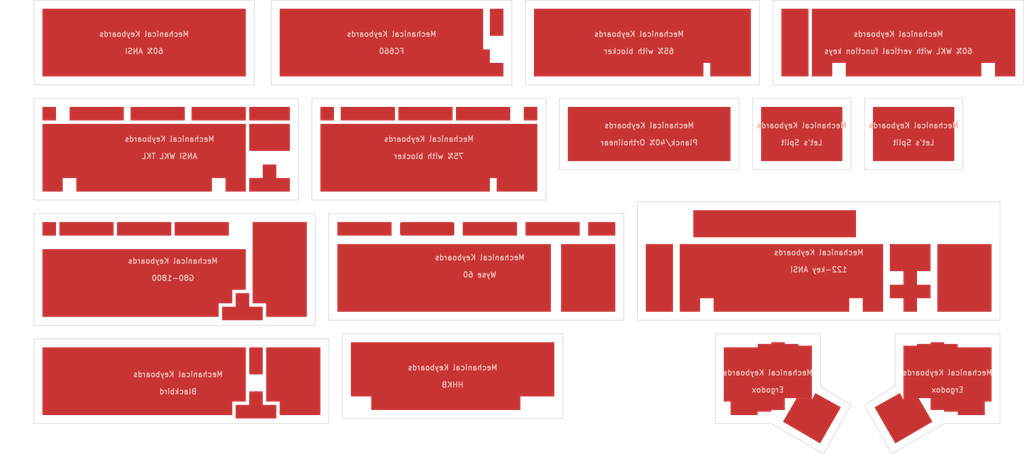
<source format=kicad_pcb>
(kicad_pcb (version 20171130) (host pcbnew "(5.0.0)")
  (layers (0 F.Cu signal) (31 B.Cu signal) (34 B.Paste user) (35 F.Paste user) (36 B.SilkS user) (37 F.SilkS user) (38 B.Mask user) (39 F.Mask user) (44 Edge.Cuts user))
  (net 0 "")
  (module locallib:Pad-1U (layer F.Cu) (at 137.16 124.30125)
    (fp_text reference REF** hide)
    (fp_text value Pad-1U hide)
  )
  (module locallib:Pad-1U (layer F.Cu) (at 149.5425 128.11125)
    (fp_text reference REF** hide)
    (fp_text value Pad-1U hide)
  )
  (module locallib:Pad-1U (layer F.Cu) (at 125.73 124.30125)
    (fp_text reference REF** hide)
    (fp_text value Pad-1U hide)
  )
  (module locallib:Pad-1U (layer F.Cu) (at 133.35 124.30125)
    (fp_text reference REF** hide)
    (fp_text value Pad-1U hide)
  )
  (module locallib:Pad-1U (layer F.Cu) (at 140.97 124.30125)
    (fp_text reference REF** hide)
    (fp_text value Pad-1U hide)
  )
  (module locallib:Pad-1.5U (layer F.Cu) (at 144.78 128.11125)
    (fp_text reference REF** hide)
    (fp_text value Pad-1.5U hide)
  )
  (module locallib:Pad-1U (layer F.Cu) (at 129.54 124.30125)
    (fp_text reference REF** hide)
    (fp_text value Pad-1U hide)
  )
  (module locallib:Pad-1.5U (layer F.Cu) (at 106.68 116.68125)
    (fp_text reference REF** hide)
    (fp_text value Pad-1.5U hide)
  )
  (module locallib:Pad-1.75U (layer F.Cu) (at 107.15625 120.49125)
    (fp_text reference REF** hide)
    (fp_text value Pad-1.75U hide)
  )
  (module locallib:Pad-1.5U (layer F.Cu) (at 158.115 116.68125)
    (fp_text reference REF** hide)
    (fp_text value Pad-1.5U hide)
  )
  (module locallib:Pad-2.25U (layer F.Cu) (at 156.68625 120.49125)
    (fp_text reference REF** hide)
    (fp_text value Pad-2.25U hide)
  )
  (module locallib:Pad-2.25U (layer F.Cu) (at 108.10875 124.30125)
    (fp_text reference REF** hide)
    (fp_text value Pad-2.25U hide)
  )
  (module locallib:Pad-1.5U (layer F.Cu) (at 116.205 128.11125)
    (fp_text reference REF** hide)
    (fp_text value Pad-1.5U hide)
  )
  (module locallib:Pad-1U (layer F.Cu) (at 111.4425 128.11125)
    (fp_text reference REF** hide)
    (fp_text value Pad-1U hide)
  )
  (module locallib:Pad-1U (layer F.Cu) (at 105.7275 112.87125)
    (fp_text reference REF** hide)
    (fp_text value Pad-1U hide)
  )
  (module locallib:Pad-1U (layer F.Cu) (at 117.1575 112.87125)
    (fp_text reference REF** hide)
    (fp_text value Pad-1U hide)
  )
  (module locallib:Pad-1U (layer F.Cu) (at 113.3475 112.87125)
    (fp_text reference REF** hide)
    (fp_text value Pad-1U hide)
  )
  (module locallib:Pad-1U (layer F.Cu) (at 120.9675 112.87125)
    (fp_text reference REF** hide)
    (fp_text value Pad-1U hide)
  )
  (module locallib:Pad-1U (layer F.Cu) (at 147.6375 112.87125)
    (fp_text reference REF** hide)
    (fp_text value Pad-1U hide)
  )
  (module locallib:Pad-1U (layer F.Cu) (at 148.59 124.30125)
    (fp_text reference REF** hide)
    (fp_text value Pad-1U hide)
  )
  (module locallib:Pad-1U (layer F.Cu) (at 141.9225 116.68125)
    (fp_text reference REF** hide)
    (fp_text value Pad-1U hide)
  )
  (module locallib:Pad-1U (layer F.Cu) (at 134.3025 116.68125)
    (fp_text reference REF** hide)
    (fp_text value Pad-1U hide)
  )
  (module locallib:Pad-1U (layer F.Cu) (at 123.825 120.49125)
    (fp_text reference REF** hide)
    (fp_text value Pad-1U hide)
  )
  (module locallib:Pad-1U (layer F.Cu) (at 135.255 120.49125)
    (fp_text reference REF** hide)
    (fp_text value Pad-1U hide)
  )
  (module locallib:Pad-1U (layer F.Cu) (at 131.445 120.49125)
    (fp_text reference REF** hide)
    (fp_text value Pad-1U hide)
  )
  (module locallib:Pad-1U (layer F.Cu) (at 112.395 120.49125)
    (fp_text reference REF** hide)
    (fp_text value Pad-1U hide)
  )
  (module locallib:Pad-1U (layer F.Cu) (at 150.495 120.49125)
    (fp_text reference REF** hide)
    (fp_text value Pad-1U hide)
  )
  (module locallib:Pad-1U (layer F.Cu) (at 120.015 120.49125)
    (fp_text reference REF** hide)
    (fp_text value Pad-1U hide)
  )
  (module locallib:Pad-1U (layer F.Cu) (at 118.11 124.30125)
    (fp_text reference REF** hide)
    (fp_text value Pad-1U hide)
  )
  (module locallib:Pad-1U (layer F.Cu) (at 144.78 124.30125)
    (fp_text reference REF** hide)
    (fp_text value Pad-1U hide)
  )
  (module locallib:Pad-1U (layer F.Cu) (at 119.0625 116.68125)
    (fp_text reference REF** hide)
    (fp_text value Pad-1U hide)
  )
  (module locallib:Pad-1U (layer F.Cu) (at 145.7325 116.68125)
    (fp_text reference REF** hide)
    (fp_text value Pad-1U hide)
  )
  (module locallib:Pad-1U (layer F.Cu) (at 126.6825 116.68125)
    (fp_text reference REF** hide)
    (fp_text value Pad-1U hide)
  )
  (module locallib:Pad-1U (layer F.Cu) (at 142.875 120.49125)
    (fp_text reference REF** hide)
    (fp_text value Pad-1U hide)
  )
  (module locallib:Pad-1U (layer F.Cu) (at 128.5875 112.87125)
    (fp_text reference REF** hide)
    (fp_text value Pad-1U hide)
  )
  (module locallib:Pad-1U (layer F.Cu) (at 132.3975 112.87125)
    (fp_text reference REF** hide)
    (fp_text value Pad-1U hide)
  )
  (module locallib:Pad-1U (layer F.Cu) (at 153.3525 116.68125)
    (fp_text reference REF** hide)
    (fp_text value Pad-1U hide)
  )
  (module locallib:Pad-1U (layer F.Cu) (at 127.635 120.49125)
    (fp_text reference REF** hide)
    (fp_text value Pad-1U hide)
  )
  (module locallib:Pad-1U (layer F.Cu) (at 138.1125 116.68125)
    (fp_text reference REF** hide)
    (fp_text value Pad-1U hide)
  )
  (module locallib:Pad-1U (layer F.Cu) (at 140.0175 112.87125)
    (fp_text reference REF** hide)
    (fp_text value Pad-1U hide)
  )
  (module locallib:Pad-1U (layer F.Cu) (at 114.3 124.30125)
    (fp_text reference REF** hide)
    (fp_text value Pad-1U hide)
  )
  (module locallib:Pad-1U (layer F.Cu) (at 115.2525 116.68125)
    (fp_text reference REF** hide)
    (fp_text value Pad-1U hide)
  )
  (module locallib:Pad-1U (layer F.Cu) (at 130.4925 116.68125)
    (fp_text reference REF** hide)
    (fp_text value Pad-1U hide)
  )
  (module locallib:Pad-1U (layer F.Cu) (at 122.8725 116.68125)
    (fp_text reference REF** hide)
    (fp_text value Pad-1U hide)
  )
  (module locallib:Pad-1U (layer F.Cu) (at 116.205 120.49125)
    (fp_text reference REF** hide)
    (fp_text value Pad-1U hide)
  )
  (module locallib:Pad-1U (layer F.Cu) (at 136.2075 112.87125)
    (fp_text reference REF** hide)
    (fp_text value Pad-1U hide)
  )
  (module locallib:Pad-1U (layer F.Cu) (at 139.065 120.49125)
    (fp_text reference REF** hide)
    (fp_text value Pad-1U hide)
  )
  (module locallib:Pad-1U (layer F.Cu) (at 149.5425 116.68125)
    (fp_text reference REF** hide)
    (fp_text value Pad-1U hide)
  )
  (module locallib:Pad-1U (layer F.Cu) (at 121.92 124.30125)
    (fp_text reference REF** hide)
    (fp_text value Pad-1U hide)
  )
  (module locallib:Pad-1U (layer F.Cu) (at 109.5375 112.87125)
    (fp_text reference REF** hide)
    (fp_text value Pad-1U hide)
  )
  (module locallib:Pad-1U (layer F.Cu) (at 146.685 120.49125)
    (fp_text reference REF** hide)
    (fp_text value Pad-1U hide)
  )
  (module locallib:Pad-1U (layer F.Cu) (at 124.7775 112.87125)
    (fp_text reference REF** hide)
    (fp_text value Pad-1U hide)
  )
  (module locallib:Pad-1U (layer F.Cu) (at 143.8275 112.87125)
    (fp_text reference REF** hide)
    (fp_text value Pad-1U hide)
  )
  (module locallib:Pad-1U (layer F.Cu) (at 151.4475 112.87125)
    (fp_text reference REF** hide)
    (fp_text value Pad-1U hide)
  )
  (module locallib:Pad-1U (layer F.Cu) (at 111.4425 116.68125)
    (fp_text reference REF** hide)
    (fp_text value Pad-1U hide)
  )
  (module locallib:Pad-1.25U (layer F.Cu) (at 68.10375 129.54)
    (fp_text reference REF** hide)
    (fp_text value Pad-1.25U hide)
  )
  (module locallib:Pad-1U (layer F.Cu) (at 63.8175 129.54)
    (fp_text reference REF** hide)
    (fp_text value Pad-1U hide)
  )
  (module locallib:Pad-1.25U (layer F.Cu) (at 59.53125 129.54)
    (fp_text reference REF** hide)
    (fp_text value Pad-1.25U hide)
  )
  (module locallib:Pad-1U (layer F.Cu) (at 59.055 118.11)
    (fp_text reference REF** hide)
    (fp_text value Pad-1U hide)
  )
  (module locallib:Pad-1U (layer F.Cu) (at 63.8175 121.92)
    (fp_text reference REF** hide)
    (fp_text value Pad-1U hide)
  )
  (module locallib:Pad-1U (layer F.Cu) (at 58.1025 125.73)
    (fp_text reference REF** hide)
    (fp_text value Pad-1U hide)
  )
  (module locallib:Pad-1U (layer F.Cu) (at 27.6225 125.73)
    (fp_text reference REF** hide)
    (fp_text value Pad-1U hide)
  )
  (module locallib:Pad-1U (layer F.Cu) (at 61.9125 125.73)
    (fp_text reference REF** hide)
    (fp_text value Pad-1U hide)
  )
  (module locallib:Pad-1U (layer F.Cu) (at 33.3375 121.92)
    (fp_text reference REF** hide)
    (fp_text value Pad-1U hide)
  )
  (module locallib:Pad-1U (layer F.Cu) (at 48.5775 121.92)
    (fp_text reference REF** hide)
    (fp_text value Pad-1U hide)
  )
  (module locallib:Pad-1U (layer F.Cu) (at 35.2425 125.73)
    (fp_text reference REF** hide)
    (fp_text value Pad-1U hide)
  )
  (module locallib:Pad-1U (layer F.Cu) (at 60.0075 121.92)
    (fp_text reference REF** hide)
    (fp_text value Pad-1U hide)
  )
  (module locallib:Pad-1U (layer F.Cu) (at 62.865 118.11)
    (fp_text reference REF** hide)
    (fp_text value Pad-1U hide)
  )
  (module locallib:Pad-1U (layer F.Cu) (at 32.385 118.11)
    (fp_text reference REF** hide)
    (fp_text value Pad-1U hide)
  )
  (module locallib:Pad-1U (layer F.Cu) (at 47.625 118.11)
    (fp_text reference REF** hide)
    (fp_text value Pad-1U hide)
  )
  (module locallib:Pad-1U (layer F.Cu) (at 52.3875 121.92)
    (fp_text reference REF** hide)
    (fp_text value Pad-1U hide)
  )
  (module locallib:Pad-1U (layer F.Cu) (at 19.05 114.3)
    (fp_text reference REF** hide)
    (fp_text value Pad-1U hide)
  )
  (module locallib:Pad-1U (layer F.Cu) (at 31.4325 125.73)
    (fp_text reference REF** hide)
    (fp_text value Pad-1U hide)
  )
  (module locallib:Pad-7U (layer F.Cu) (at 43.815 129.54)
    (fp_text reference REF** hide)
    (fp_text value Pad-7U hide)
  )
  (module locallib:Pad-1.75U (layer F.Cu) (at 20.47875 121.92)
    (fp_text reference REF** hide)
    (fp_text value Pad-1.75U hide)
  )
  (module locallib:Pad-1U (layer F.Cu) (at 44.7675 121.92)
    (fp_text reference REF** hide)
    (fp_text value Pad-1U hide)
  )
  (module locallib:Pad-1.5U (layer F.Cu) (at 71.4375 118.11)
    (fp_text reference REF** hide)
    (fp_text value Pad-1.5U hide)
  )
  (module locallib:Pad-1U (layer F.Cu) (at 40.9575 121.92)
    (fp_text reference REF** hide)
    (fp_text value Pad-1U hide)
  )
  (module locallib:Pad-1U (layer F.Cu) (at 37.1475 121.92)
    (fp_text reference REF** hide)
    (fp_text value Pad-1U hide)
  )
  (module locallib:Pad-1U (layer F.Cu) (at 40.005 118.11)
    (fp_text reference REF** hide)
    (fp_text value Pad-1U hide)
  )
  (module locallib:Pad-1U (layer F.Cu) (at 29.5275 121.92)
    (fp_text reference REF** hide)
    (fp_text value Pad-1U hide)
  )
  (module locallib:Pad-1U (layer F.Cu) (at 55.245 118.11)
    (fp_text reference REF** hide)
    (fp_text value Pad-1U hide)
  )
  (module locallib:Pad-1U (layer F.Cu) (at 25.7175 121.92)
    (fp_text reference REF** hide)
    (fp_text value Pad-1U hide)
  )
  (module locallib:Pad-1U (layer F.Cu) (at 49.53 114.3)
    (fp_text reference REF** hide)
    (fp_text value Pad-1U hide)
  )
  (module locallib:Pad-1U (layer F.Cu) (at 42.8625 125.73)
    (fp_text reference REF** hide)
    (fp_text value Pad-1U hide)
  )
  (module locallib:Pad-2U (layer F.Cu) (at 70.485 114.3)
    (fp_text reference REF** hide)
    (fp_text value Pad-2U hide)
  )
  (module locallib:Pad-1U (layer F.Cu) (at 81.915 114.3)
    (fp_text reference REF** hide)
    (fp_text value Pad-1U hide)
  )
  (module locallib:Pad-2.25U (layer F.Cu) (at 70.00875 121.92)
    (fp_text reference REF** hide)
    (fp_text value Pad-2.25U hide)
  )
  (module locallib:Pad-1U (layer F.Cu) (at 73.3425 130.4925)
    (fp_text reference REF** hide)
    (fp_text value Pad-1U hide)
  )
  (module locallib:Pad-2.25U (layer F.Cu) (at 21.43125 125.73)
    (fp_text reference REF** hide)
    (fp_text value Pad-2.25U hide)
  )
  (module locallib:Pad-1U (layer F.Cu) (at 54.2925 125.73)
    (fp_text reference REF** hide)
    (fp_text value Pad-1U hide)
  )
  (module locallib:Pad-1U (layer F.Cu) (at 89.535 114.3)
    (fp_text reference REF** hide)
    (fp_text value Pad-1U hide)
  )
  (module locallib:Pad-1U (layer F.Cu) (at 80.9625 130.4925)
    (fp_text reference REF** hide)
    (fp_text value Pad-1U hide)
  )
  (module locallib:Pad-1U (layer F.Cu) (at 50.4825 125.73)
    (fp_text reference REF** hide)
    (fp_text value Pad-1U hide)
  )
  (module locallib:Pad-1U (layer F.Cu) (at 77.1525 126.6825)
    (fp_text reference REF** hide)
    (fp_text value Pad-1U hide)
  )
  (module locallib:Pad-1U (layer F.Cu) (at 56.1975 121.92)
    (fp_text reference REF** hide)
    (fp_text value Pad-1U hide)
  )
  (module locallib:Pad-1U (layer F.Cu) (at 46.6725 125.73)
    (fp_text reference REF** hide)
    (fp_text value Pad-1U hide)
  )
  (module locallib:Pad-1U (layer F.Cu) (at 22.86 114.3)
    (fp_text reference REF** hide)
    (fp_text value Pad-1U hide)
  )
  (module locallib:Pad-1U (layer F.Cu) (at 26.67 114.3)
    (fp_text reference REF** hide)
    (fp_text value Pad-1U hide)
  )
  (module locallib:Pad-1U (layer F.Cu) (at 77.1525 130.4925)
    (fp_text reference REF** hide)
    (fp_text value Pad-1U hide)
  )
  (module locallib:Pad-1U (layer F.Cu) (at 39.0525 125.73)
    (fp_text reference REF** hide)
    (fp_text value Pad-1U hide)
  )
  (module locallib:Pad-1U (layer F.Cu) (at 85.725 118.11)
    (fp_text reference REF** hide)
    (fp_text value Pad-1U hide)
  )
  (module locallib:Pad-1U (layer F.Cu) (at 81.915 118.11)
    (fp_text reference REF** hide)
    (fp_text value Pad-1U hide)
  )
  (module locallib:Pad-1U (layer F.Cu) (at 89.535 118.11)
    (fp_text reference REF** hide)
    (fp_text value Pad-1U hide)
  )
  (module locallib:Pad-1U (layer F.Cu) (at 24.765 118.11)
    (fp_text reference REF** hide)
    (fp_text value Pad-1U hide)
  )
  (module locallib:Pad-1U (layer F.Cu) (at 38.1 114.3)
    (fp_text reference REF** hide)
    (fp_text value Pad-1U hide)
  )
  (module locallib:Pad-1U (layer F.Cu) (at 85.725 114.3)
    (fp_text reference REF** hide)
    (fp_text value Pad-1U hide)
  )
  (module locallib:Pad-1U (layer F.Cu) (at 57.15 114.3)
    (fp_text reference REF** hide)
    (fp_text value Pad-1U hide)
  )
  (module locallib:Pad-1U (layer F.Cu) (at 30.48 114.3)
    (fp_text reference REF** hide)
    (fp_text value Pad-1U hide)
  )
  (module locallib:Pad-1U (layer F.Cu) (at 60.96 114.3)
    (fp_text reference REF** hide)
    (fp_text value Pad-1U hide)
  )
  (module locallib:Pad-1U (layer F.Cu) (at 51.435 118.11)
    (fp_text reference REF** hide)
    (fp_text value Pad-1U hide)
  )
  (module locallib:Pad-1U (layer F.Cu) (at 89.535 129.54)
    (fp_text reference REF** hide)
    (fp_text value Pad-1U hide)
  )
  (module locallib:Pad-1U (layer F.Cu) (at 85.725 129.54)
    (fp_text reference REF** hide)
    (fp_text value Pad-1U hide)
  )
  (module locallib:Pad-1U (layer F.Cu) (at 34.29 114.3)
    (fp_text reference REF** hide)
    (fp_text value Pad-1U hide)
  )
  (module locallib:Pad-1U (layer F.Cu) (at 28.575 118.11)
    (fp_text reference REF** hide)
    (fp_text value Pad-1U hide)
  )
  (module locallib:Pad-1U (layer F.Cu) (at 45.72 114.3)
    (fp_text reference REF** hide)
    (fp_text value Pad-1U hide)
  )
  (module locallib:Pad-1U (layer F.Cu) (at 43.815 118.11)
    (fp_text reference REF** hide)
    (fp_text value Pad-1U hide)
  )
  (module locallib:Pad-1U (layer F.Cu) (at 93.345 114.3)
    (fp_text reference REF** hide)
    (fp_text value Pad-1U hide)
  )
  (module locallib:Pad-1U (layer F.Cu) (at 53.34 114.3)
    (fp_text reference REF** hide)
    (fp_text value Pad-1U hide)
  )
  (module locallib:Pad-1U (layer F.Cu) (at 66.675 118.11)
    (fp_text reference REF** hide)
    (fp_text value Pad-1U hide)
  )
  (module locallib:Pad-1U (layer F.Cu) (at 85.725 121.92)
    (fp_text reference REF** hide)
    (fp_text value Pad-1U hide)
  )
  (module locallib:Pad-1U (layer F.Cu) (at 89.535 125.73)
    (fp_text reference REF** hide)
    (fp_text value Pad-1U hide)
  )
  (module locallib:Pad-1U (layer F.Cu) (at 93.345 121.92)
    (fp_text reference REF** hide)
    (fp_text value Pad-1U hide)
  )
  (module locallib:Pad-1U (layer F.Cu) (at 41.91 114.3)
    (fp_text reference REF** hide)
    (fp_text value Pad-1U hide)
  )
  (module locallib:Pad-1U (layer F.Cu) (at 85.725 125.73)
    (fp_text reference REF** hide)
    (fp_text value Pad-1U hide)
  )
  (module locallib:Pad-1U (layer F.Cu) (at 64.77 114.3)
    (fp_text reference REF** hide)
    (fp_text value Pad-1U hide)
  )
  (module locallib:Pad-1.5U (layer F.Cu) (at 20.0025 118.11)
    (fp_text reference REF** hide)
    (fp_text value Pad-1.5U hide)
  )
  (module locallib:Pad-1U (layer F.Cu) (at 81.915 121.92)
    (fp_text reference REF** hide)
    (fp_text value Pad-1U hide)
  )
  (module locallib:Pad-1U (layer F.Cu) (at 81.915 125.73)
    (fp_text reference REF** hide)
    (fp_text value Pad-1U hide)
  )
  (module locallib:Pad-1U (layer F.Cu) (at 36.195 118.11)
    (fp_text reference REF** hide)
    (fp_text value Pad-1U hide)
  )
  (module locallib:Pad-1U (layer F.Cu) (at 93.345 118.11)
    (fp_text reference REF** hide)
    (fp_text value Pad-1U hide)
  )
  (module locallib:Pad-1U (layer F.Cu) (at 89.535 121.92)
    (fp_text reference REF** hide)
    (fp_text value Pad-1U hide)
  )
  (module locallib:Pad-2U (layer F.Cu) (at 93.345 127.635 90)
    (fp_text reference REF** hide)
    (fp_text value Pad-2U hide)
  )
  (module locallib:Pad-1U (layer F.Cu) (at 271.4625 46.6725)
    (fp_text reference REF** hide)
    (fp_text value Pad-1U hide)
  )
  (module locallib:Pad-1U (layer F.Cu) (at 271.4625 50.4825)
    (fp_text reference REF** hide)
    (fp_text value Pad-1U hide)
  )
  (module locallib:Pad-1U (layer F.Cu) (at 271.4625 58.1025)
    (fp_text reference REF** hide)
    (fp_text value Pad-1U hide)
  )
  (module locallib:Pad-1U (layer F.Cu) (at 256.2225 46.6725)
    (fp_text reference REF** hide)
    (fp_text value Pad-1U hide)
  )
  (module locallib:Pad-1U (layer F.Cu) (at 252.4125 54.2925)
    (fp_text reference REF** hide)
    (fp_text value Pad-1U hide)
  )
  (module locallib:Pad-1U (layer F.Cu) (at 263.8425 54.2925)
    (fp_text reference REF** hide)
    (fp_text value Pad-1U hide)
  )
  (module locallib:Pad-1U (layer F.Cu) (at 252.4125 50.4825)
    (fp_text reference REF** hide)
    (fp_text value Pad-1U hide)
  )
  (module locallib:Pad-1U (layer F.Cu) (at 252.4125 46.6725)
    (fp_text reference REF** hide)
    (fp_text value Pad-1U hide)
  )
  (module locallib:Pad-1U (layer F.Cu) (at 260.0325 46.6725)
    (fp_text reference REF** hide)
    (fp_text value Pad-1U hide)
  )
  (module locallib:Pad-1U (layer F.Cu) (at 263.8425 46.6725)
    (fp_text reference REF** hide)
    (fp_text value Pad-1U hide)
  )
  (module locallib:Pad-1U (layer F.Cu) (at 271.4625 54.2925)
    (fp_text reference REF** hide)
    (fp_text value Pad-1U hide)
  )
  (module locallib:Pad-1U (layer F.Cu) (at 256.2225 54.2925)
    (fp_text reference REF** hide)
    (fp_text value Pad-1U hide)
  )
  (module locallib:Pad-1U (layer F.Cu) (at 267.6525 54.2925)
    (fp_text reference REF** hide)
    (fp_text value Pad-1U hide)
  )
  (module locallib:Pad-1U (layer F.Cu) (at 260.0325 50.4825)
    (fp_text reference REF** hide)
    (fp_text value Pad-1U hide)
  )
  (module locallib:Pad-1U (layer F.Cu) (at 256.2225 58.1025)
    (fp_text reference REF** hide)
    (fp_text value Pad-1U hide)
  )
  (module locallib:Pad-1U (layer F.Cu) (at 267.6525 58.1025)
    (fp_text reference REF** hide)
    (fp_text value Pad-1U hide)
  )
  (module locallib:Pad-1U (layer F.Cu) (at 263.8425 50.4825)
    (fp_text reference REF** hide)
    (fp_text value Pad-1U hide)
  )
  (module locallib:Pad-1U (layer F.Cu) (at 252.4125 58.1025)
    (fp_text reference REF** hide)
    (fp_text value Pad-1U hide)
  )
  (module locallib:Pad-1U (layer F.Cu) (at 267.6525 46.6725)
    (fp_text reference REF** hide)
    (fp_text value Pad-1U hide)
  )
  (module locallib:Pad-1U (layer F.Cu) (at 260.0325 54.2925)
    (fp_text reference REF** hide)
    (fp_text value Pad-1U hide)
  )
  (module locallib:Pad-1U (layer F.Cu) (at 267.6525 50.4825)
    (fp_text reference REF** hide)
    (fp_text value Pad-1U hide)
  )
  (module locallib:Pad-1U (layer F.Cu) (at 260.0325 58.1025)
    (fp_text reference REF** hide)
    (fp_text value Pad-1U hide)
  )
  (module locallib:Pad-1U (layer F.Cu) (at 256.2225 50.4825)
    (fp_text reference REF** hide)
    (fp_text value Pad-1U hide)
  )
  (module locallib:Pad-1U (layer F.Cu) (at 263.8425 58.1025)
    (fp_text reference REF** hide)
    (fp_text value Pad-1U hide)
  )
  (module locallib:Pad-1U (layer F.Cu) (at 224.79 46.6725)
    (fp_text reference REF** hide)
    (fp_text value Pad-1U hide)
  )
  (module locallib:Pad-1U (layer F.Cu) (at 240.03 46.6725)
    (fp_text reference REF** hide)
    (fp_text value Pad-1U hide)
  )
  (module locallib:Pad-1U (layer F.Cu) (at 240.03 50.4825)
    (fp_text reference REF** hide)
    (fp_text value Pad-1U hide)
  )
  (module locallib:Pad-1U (layer F.Cu) (at 236.22 46.6725)
    (fp_text reference REF** hide)
    (fp_text value Pad-1U hide)
  )
  (module locallib:Pad-1U (layer F.Cu) (at 220.98 50.4825)
    (fp_text reference REF** hide)
    (fp_text value Pad-1U hide)
  )
  (module locallib:Pad-1U (layer F.Cu) (at 220.98 46.6725)
    (fp_text reference REF** hide)
    (fp_text value Pad-1U hide)
  )
  (module locallib:Pad-1U (layer F.Cu) (at 228.6 46.6725)
    (fp_text reference REF** hide)
    (fp_text value Pad-1U hide)
  )
  (module locallib:Pad-1U (layer F.Cu) (at 232.41 46.6725)
    (fp_text reference REF** hide)
    (fp_text value Pad-1U hide)
  )
  (module locallib:Pad-1U (layer F.Cu) (at 220.98 54.2925)
    (fp_text reference REF** hide)
    (fp_text value Pad-1U hide)
  )
  (module locallib:Pad-1U (layer F.Cu) (at 232.41 50.4825)
    (fp_text reference REF** hide)
    (fp_text value Pad-1U hide)
  )
  (module locallib:Pad-1U (layer F.Cu) (at 240.03 54.2925)
    (fp_text reference REF** hide)
    (fp_text value Pad-1U hide)
  )
  (module locallib:Pad-1U (layer F.Cu) (at 224.79 54.2925)
    (fp_text reference REF** hide)
    (fp_text value Pad-1U hide)
  )
  (module locallib:Pad-1U (layer F.Cu) (at 232.41 54.2925)
    (fp_text reference REF** hide)
    (fp_text value Pad-1U hide)
  )
  (module locallib:Pad-1U (layer F.Cu) (at 236.22 54.2925)
    (fp_text reference REF** hide)
    (fp_text value Pad-1U hide)
  )
  (module locallib:Pad-1U (layer F.Cu) (at 224.79 50.4825)
    (fp_text reference REF** hide)
    (fp_text value Pad-1U hide)
  )
  (module locallib:Pad-1U (layer F.Cu) (at 236.22 50.4825)
    (fp_text reference REF** hide)
    (fp_text value Pad-1U hide)
  )
  (module locallib:Pad-1U (layer F.Cu) (at 228.6 50.4825)
    (fp_text reference REF** hide)
    (fp_text value Pad-1U hide)
  )
  (module locallib:Pad-1U (layer F.Cu) (at 236.22 58.1025)
    (fp_text reference REF** hide)
    (fp_text value Pad-1U hide)
  )
  (module locallib:Pad-1U (layer F.Cu) (at 224.79 58.1025)
    (fp_text reference REF** hide)
    (fp_text value Pad-1U hide)
  )
  (module locallib:Pad-1U (layer F.Cu) (at 232.41 58.1025)
    (fp_text reference REF** hide)
    (fp_text value Pad-1U hide)
  )
  (module locallib:Pad-1U (layer F.Cu) (at 228.6 58.1025)
    (fp_text reference REF** hide)
    (fp_text value Pad-1U hide)
  )
  (module locallib:Pad-1U (layer F.Cu) (at 228.6 54.2925)
    (fp_text reference REF** hide)
    (fp_text value Pad-1U hide)
  )
  (module locallib:Pad-1U (layer F.Cu) (at 220.98 58.1025)
    (fp_text reference REF** hide)
    (fp_text value Pad-1U hide)
  )
  (module locallib:Pad-1U (layer F.Cu) (at 257.65125 136.49325 30)
    (fp_text reference REF** hide)
    (fp_text value Pad-1U hide)
  )
  (module locallib:Pad-1U (layer F.Cu) (at 253.873 129.88925 30)
    (fp_text reference REF** hide)
    (fp_text value Pad-1U hide)
  )
  (module locallib:Pad-1U (layer F.Cu) (at 257.175 127.98425 30)
    (fp_text reference REF** hide)
    (fp_text value Pad-1U hide)
  )
  (module locallib:Pad-1U (layer F.Cu) (at 255.778 133.19125 30)
    (fp_text reference REF** hide)
    (fp_text value Pad-1U hide)
  )
  (module locallib:Pad-2U (layer F.Cu) (at 260.0325 132.87375 300)
    (fp_text reference REF** hide)
    (fp_text value Pad-2U hide)
  )
  (module locallib:Pad-2U (layer F.Cu) (at 263.36625 130.96875 300)
    (fp_text reference REF** hide)
    (fp_text value Pad-2U hide)
  )
  (module locallib:Pad-1.5U (layer F.Cu) (at 280.9875 114.3 180)
    (fp_text reference REF** hide)
    (fp_text value Pad-1.5U hide)
  )
  (module locallib:Pad-1.5U (layer F.Cu) (at 280.9875 121.92 180)
    (fp_text reference REF** hide)
    (fp_text value Pad-1.5U hide)
  )
  (module locallib:Pad-1.5U (layer F.Cu) (at 280.9875 125.73 180)
    (fp_text reference REF** hide)
    (fp_text value Pad-1.5U hide)
  )
  (module locallib:Pad-1U (layer F.Cu) (at 280.035 129.54 180)
    (fp_text reference REF** hide)
    (fp_text value Pad-1U hide)
  )
  (module locallib:Pad-1U (layer F.Cu) (at 272.415 128.5875 180)
    (fp_text reference REF** hide)
    (fp_text value Pad-1U hide)
  )
  (module locallib:Pad-1U (layer F.Cu) (at 276.225 129.54 180)
    (fp_text reference REF** hide)
    (fp_text value Pad-1U hide)
  )
  (module locallib:Pad-1U (layer F.Cu) (at 268.605 128.11125 180)
    (fp_text reference REF** hide)
    (fp_text value Pad-1U hide)
  )
  (module locallib:Pad-1.5U (layer F.Cu) (at 280.9875 118.11 180)
    (fp_text reference REF** hide)
    (fp_text value Pad-1.5U hide)
  )
  (module locallib:Pad-1U (layer F.Cu) (at 276.225 125.73 180)
    (fp_text reference REF** hide)
    (fp_text value Pad-1U hide)
  )
  (module locallib:Pad-1U (layer F.Cu) (at 276.225 121.92 180)
    (fp_text reference REF** hide)
    (fp_text value Pad-1U hide)
  )
  (module locallib:Pad-1U (layer F.Cu) (at 264.795 113.3475 180)
    (fp_text reference REF** hide)
    (fp_text value Pad-1U hide)
  )
  (module locallib:Pad-1U (layer F.Cu) (at 268.605 120.49125 180)
    (fp_text reference REF** hide)
    (fp_text value Pad-1U hide)
  )
  (module locallib:Pad-1U (layer F.Cu) (at 276.225 118.11 180)
    (fp_text reference REF** hide)
    (fp_text value Pad-1U hide)
  )
  (module locallib:Pad-1U (layer F.Cu) (at 276.225 114.3 180)
    (fp_text reference REF** hide)
    (fp_text value Pad-1U hide)
  )
  (module locallib:Pad-1U (layer F.Cu) (at 268.605 116.68125 180)
    (fp_text reference REF** hide)
    (fp_text value Pad-1U hide)
  )
  (module locallib:Pad-1U (layer F.Cu) (at 260.985 113.82375 180)
    (fp_text reference REF** hide)
    (fp_text value Pad-1U hide)
  )
  (module locallib:Pad-1U (layer F.Cu) (at 268.605 112.87125 180)
    (fp_text reference REF** hide)
    (fp_text value Pad-1U hide)
  )
  (module locallib:Pad-1U (layer F.Cu) (at 272.415 117.1575 180)
    (fp_text reference REF** hide)
    (fp_text value Pad-1U hide)
  )
  (module locallib:Pad-1U (layer F.Cu) (at 264.795 117.1575 180)
    (fp_text reference REF** hide)
    (fp_text value Pad-1U hide)
  )
  (module locallib:Pad-1U (layer F.Cu) (at 272.415 113.3475 180)
    (fp_text reference REF** hide)
    (fp_text value Pad-1U hide)
  )
  (module locallib:Pad-1U (layer F.Cu) (at 260.985 121.44375 180)
    (fp_text reference REF** hide)
    (fp_text value Pad-1U hide)
  )
  (module locallib:Pad-1U (layer F.Cu) (at 260.985 117.63375 180)
    (fp_text reference REF** hide)
    (fp_text value Pad-1U hide)
  )
  (module locallib:Pad-1U (layer F.Cu) (at 272.415 120.9675 180)
    (fp_text reference REF** hide)
    (fp_text value Pad-1U hide)
  )
  (module locallib:Pad-1U (layer F.Cu) (at 268.605 124.30125 180)
    (fp_text reference REF** hide)
    (fp_text value Pad-1U hide)
  )
  (module locallib:Pad-1U (layer F.Cu) (at 260.985 125.25375 180)
    (fp_text reference REF** hide)
    (fp_text value Pad-1U hide)
  )
  (module locallib:Pad-1U (layer F.Cu) (at 264.795 124.7775 180)
    (fp_text reference REF** hide)
    (fp_text value Pad-1U hide)
  )
  (module locallib:Pad-1U (layer F.Cu) (at 264.795 120.9675 180)
    (fp_text reference REF** hide)
    (fp_text value Pad-1U hide)
  )
  (module locallib:Pad-1U (layer F.Cu) (at 272.415 124.7775 180)
    (fp_text reference REF** hide)
    (fp_text value Pad-1U hide)
  )
  (module locallib:Pad-1U (layer F.Cu) (at 216.2175 129.54)
    (fp_text reference REF** hide)
    (fp_text value Pad-1U hide)
  )
  (module locallib:Pad-1U (layer F.Cu) (at 223.8375 128.11125)
    (fp_text reference REF** hide)
    (fp_text value Pad-1U hide)
  )
  (module locallib:Pad-1U (layer F.Cu) (at 220.0275 128.5875)
    (fp_text reference REF** hide)
    (fp_text value Pad-1U hide)
  )
  (module locallib:Pad-1U (layer F.Cu) (at 220.0275 113.3475)
    (fp_text reference REF** hide)
    (fp_text value Pad-1U hide)
  )
  (module locallib:Pad-1U (layer F.Cu) (at 223.8375 112.87125)
    (fp_text reference REF** hide)
    (fp_text value Pad-1U hide)
  )
  (module locallib:Pad-1U (layer F.Cu) (at 231.4575 113.82375)
    (fp_text reference REF** hide)
    (fp_text value Pad-1U hide)
  )
  (module locallib:Pad-1U (layer F.Cu) (at 216.2175 114.3)
    (fp_text reference REF** hide)
    (fp_text value Pad-1U hide)
  )
  (module locallib:Pad-1U (layer F.Cu) (at 227.6475 113.3475)
    (fp_text reference REF** hide)
    (fp_text value Pad-1U hide)
  )
  (module locallib:Pad-1U (layer F.Cu) (at 227.6475 117.1575)
    (fp_text reference REF** hide)
    (fp_text value Pad-1U hide)
  )
  (module locallib:Pad-1U (layer F.Cu) (at 223.8375 116.68125)
    (fp_text reference REF** hide)
    (fp_text value Pad-1U hide)
  )
  (module locallib:Pad-1U (layer F.Cu) (at 223.8375 120.49125)
    (fp_text reference REF** hide)
    (fp_text value Pad-1U hide)
  )
  (module locallib:Pad-1U (layer F.Cu) (at 220.0275 117.1575)
    (fp_text reference REF** hide)
    (fp_text value Pad-1U hide)
  )
  (module locallib:Pad-1U (layer F.Cu) (at 216.2175 118.11)
    (fp_text reference REF** hide)
    (fp_text value Pad-1U hide)
  )
  (module locallib:Pad-1U (layer F.Cu) (at 231.4575 121.44375)
    (fp_text reference REF** hide)
    (fp_text value Pad-1U hide)
  )
  (module locallib:Pad-1U (layer F.Cu) (at 231.4575 117.63375)
    (fp_text reference REF** hide)
    (fp_text value Pad-1U hide)
  )
  (module locallib:Pad-1U (layer F.Cu) (at 216.2175 121.92)
    (fp_text reference REF** hide)
    (fp_text value Pad-1U hide)
  )
  (module locallib:Pad-1U (layer F.Cu) (at 223.8375 124.30125)
    (fp_text reference REF** hide)
    (fp_text value Pad-1U hide)
  )
  (module locallib:Pad-1U (layer F.Cu) (at 231.4575 125.25375)
    (fp_text reference REF** hide)
    (fp_text value Pad-1U hide)
  )
  (module locallib:Pad-1U (layer F.Cu) (at 227.6475 124.7775)
    (fp_text reference REF** hide)
    (fp_text value Pad-1U hide)
  )
  (module locallib:Pad-1U (layer F.Cu) (at 227.6475 120.9675)
    (fp_text reference REF** hide)
    (fp_text value Pad-1U hide)
  )
  (module locallib:Pad-1U (layer F.Cu) (at 220.0275 124.7775)
    (fp_text reference REF** hide)
    (fp_text value Pad-1U hide)
  )
  (module locallib:Pad-1U (layer F.Cu) (at 220.0275 120.9675)
    (fp_text reference REF** hide)
    (fp_text value Pad-1U hide)
  )
  (module locallib:Pad-1.5U (layer F.Cu) (at 102.87 89.05875)
    (fp_text reference REF** hide)
    (fp_text value Pad-1.5U hide)
  )
  (module locallib:Pad-1U (layer F.Cu) (at 158.115 96.67875)
    (fp_text reference REF** hide)
    (fp_text value Pad-1U hide)
  )
  (module locallib:Pad-1U (layer F.Cu) (at 126.6825 89.05875)
    (fp_text reference REF** hide)
    (fp_text value Pad-1U hide)
  )
  (module locallib:Pad-1U (layer F.Cu) (at 158.115 92.86875)
    (fp_text reference REF** hide)
    (fp_text value Pad-1U hide)
  )
  (module locallib:Pad-1U (layer F.Cu) (at 119.0625 89.05875)
    (fp_text reference REF** hide)
    (fp_text value Pad-1U hide)
  )
  (module locallib:Pad-1U (layer F.Cu) (at 136.2075 85.24875)
    (fp_text reference REF** hide)
    (fp_text value Pad-1U hide)
  )
  (module locallib:Pad-1U (layer F.Cu) (at 149.5425 89.05875)
    (fp_text reference REF** hide)
    (fp_text value Pad-1U hide)
  )
  (module locallib:Pad-1U (layer F.Cu) (at 113.3475 85.24875)
    (fp_text reference REF** hide)
    (fp_text value Pad-1U hide)
  )
  (module locallib:Pad-1U (layer F.Cu) (at 109.5375 85.24875)
    (fp_text reference REF** hide)
    (fp_text value Pad-1U hide)
  )
  (module locallib:Pad-1U (layer F.Cu) (at 140.0175 85.24875)
    (fp_text reference REF** hide)
    (fp_text value Pad-1U hide)
  )
  (module locallib:Pad-1U (layer F.Cu) (at 142.875 92.86875)
    (fp_text reference REF** hide)
    (fp_text value Pad-1U hide)
  )
  (module locallib:Pad-1U (layer F.Cu) (at 108.585 92.86875)
    (fp_text reference REF** hide)
    (fp_text value Pad-1U hide)
  )
  (module locallib:Pad-1U (layer F.Cu) (at 135.255 92.86875)
    (fp_text reference REF** hide)
    (fp_text value Pad-1U hide)
  )
  (module locallib:Pad-1U (layer F.Cu) (at 118.11 96.67875)
    (fp_text reference REF** hide)
    (fp_text value Pad-1U hide)
  )
  (module locallib:Pad-1U (layer F.Cu) (at 134.3025 89.05875)
    (fp_text reference REF** hide)
    (fp_text value Pad-1U hide)
  )
  (module locallib:Pad-1U (layer F.Cu) (at 144.78 96.67875)
    (fp_text reference REF** hide)
    (fp_text value Pad-1U hide)
  )
  (module locallib:Pad-1U (layer F.Cu) (at 133.35 96.67875)
    (fp_text reference REF** hide)
    (fp_text value Pad-1U hide)
  )
  (module locallib:Pad-1.75U (layer F.Cu) (at 103.34625 92.86875)
    (fp_text reference REF** hide)
    (fp_text value Pad-1.75U hide)
  )
  (module locallib:Pad-1U (layer F.Cu) (at 147.6375 85.24875)
    (fp_text reference REF** hide)
    (fp_text value Pad-1U hide)
  )
  (module locallib:Pad-1U (layer F.Cu) (at 145.7325 89.05875)
    (fp_text reference REF** hide)
    (fp_text value Pad-1U hide)
  )
  (module locallib:Pad-1U (layer F.Cu) (at 115.2525 89.05875)
    (fp_text reference REF** hide)
    (fp_text value Pad-1U hide)
  )
  (module locallib:Pad-1U (layer F.Cu) (at 116.205 92.86875)
    (fp_text reference REF** hide)
    (fp_text value Pad-1U hide)
  )
  (module locallib:Pad-1U (layer F.Cu) (at 140.97 96.67875)
    (fp_text reference REF** hide)
    (fp_text value Pad-1U hide)
  )
  (module locallib:Pad-1U (layer F.Cu) (at 112.395 92.86875)
    (fp_text reference REF** hide)
    (fp_text value Pad-1U hide)
  )
  (module locallib:Pad-1U (layer F.Cu) (at 158.115 100.48875)
    (fp_text reference REF** hide)
    (fp_text value Pad-1U hide)
  )
  (module locallib:Pad-1U (layer F.Cu) (at 141.9225 89.05875)
    (fp_text reference REF** hide)
    (fp_text value Pad-1U hide)
  )
  (module locallib:Pad-1U (layer F.Cu) (at 153.3525 89.05875)
    (fp_text reference REF** hide)
    (fp_text value Pad-1U hide)
  )
  (module locallib:Pad-1U (layer F.Cu) (at 138.1125 89.05875)
    (fp_text reference REF** hide)
    (fp_text value Pad-1U hide)
  )
  (module locallib:Pad-1U (layer F.Cu) (at 158.115 85.24875)
    (fp_text reference REF** hide)
    (fp_text value Pad-1U hide)
  )
  (module locallib:Pad-1U (layer F.Cu) (at 117.1575 85.24875)
    (fp_text reference REF** hide)
    (fp_text value Pad-1U hide)
  )
  (module locallib:Pad-1U (layer F.Cu) (at 124.7775 85.24875)
    (fp_text reference REF** hide)
    (fp_text value Pad-1U hide)
  )
  (module locallib:Pad-1U (layer F.Cu) (at 123.825 92.86875)
    (fp_text reference REF** hide)
    (fp_text value Pad-1U hide)
  )
  (module locallib:Pad-1U (layer F.Cu) (at 114.3 96.67875)
    (fp_text reference REF** hide)
    (fp_text value Pad-1U hide)
  )
  (module locallib:Pad-1U (layer F.Cu) (at 110.49 96.67875)
    (fp_text reference REF** hide)
    (fp_text value Pad-1U hide)
  )
  (module locallib:Pad-1U (layer F.Cu) (at 131.445 92.86875)
    (fp_text reference REF** hide)
    (fp_text value Pad-1U hide)
  )
  (module locallib:Pad-1U (layer F.Cu) (at 130.4925 89.05875)
    (fp_text reference REF** hide)
    (fp_text value Pad-1U hide)
  )
  (module locallib:Pad-1U (layer F.Cu) (at 154.305 96.67875)
    (fp_text reference REF** hide)
    (fp_text value Pad-1U hide)
  )
  (module locallib:Pad-1U (layer F.Cu) (at 146.685 92.86875)
    (fp_text reference REF** hide)
    (fp_text value Pad-1U hide)
  )
  (module locallib:Pad-1U (layer F.Cu) (at 101.9175 85.24875)
    (fp_text reference REF** hide)
    (fp_text value Pad-1U hide)
  )
  (module locallib:Pad-1U (layer F.Cu) (at 111.4425 89.05875)
    (fp_text reference REF** hide)
    (fp_text value Pad-1U hide)
  )
  (module locallib:Pad-1U (layer F.Cu) (at 122.8725 89.05875)
    (fp_text reference REF** hide)
    (fp_text value Pad-1U hide)
  )
  (module locallib:Pad-1U (layer F.Cu) (at 127.635 92.86875)
    (fp_text reference REF** hide)
    (fp_text value Pad-1U hide)
  )
  (module locallib:Pad-1U (layer F.Cu) (at 139.065 92.86875)
    (fp_text reference REF** hide)
    (fp_text value Pad-1U hide)
  )
  (module locallib:Pad-1U (layer F.Cu) (at 150.495 100.48875)
    (fp_text reference REF** hide)
    (fp_text value Pad-1U hide)
  )
  (module locallib:Pad-1U (layer F.Cu) (at 107.6325 89.05875)
    (fp_text reference REF** hide)
    (fp_text value Pad-1U hide)
  )
  (module locallib:Pad-1U (layer F.Cu) (at 121.92 96.67875)
    (fp_text reference REF** hide)
    (fp_text value Pad-1U hide)
  )
  (module locallib:Pad-1U (layer F.Cu) (at 154.305 100.48875)
    (fp_text reference REF** hide)
    (fp_text value Pad-1U hide)
  )
  (module locallib:Pad-1U (layer F.Cu) (at 125.73 96.67875)
    (fp_text reference REF** hide)
    (fp_text value Pad-1U hide)
  )
  (module locallib:Pad-1U (layer F.Cu) (at 132.3975 85.24875)
    (fp_text reference REF** hide)
    (fp_text value Pad-1U hide)
  )
  (module locallib:Pad-2.25U (layer F.Cu) (at 104.29875 96.67875)
    (fp_text reference REF** hide)
    (fp_text value Pad-2.25U hide)
  )
  (module locallib:Pad-1U (layer F.Cu) (at 105.7275 85.24875)
    (fp_text reference REF** hide)
    (fp_text value Pad-1U hide)
  )
  (module locallib:Pad-1U (layer F.Cu) (at 143.8275 85.24875)
    (fp_text reference REF** hide)
    (fp_text value Pad-1U hide)
  )
  (module locallib:Pad-1U (layer F.Cu) (at 129.54 96.67875)
    (fp_text reference REF** hide)
    (fp_text value Pad-1U hide)
  )
  (module locallib:Pad-1U (layer F.Cu) (at 120.015 92.86875)
    (fp_text reference REF** hide)
    (fp_text value Pad-1U hide)
  )
  (module locallib:Pad-1U (layer F.Cu) (at 137.16 96.67875)
    (fp_text reference REF** hide)
    (fp_text value Pad-1U hide)
  )
  (module locallib:Pad-1U (layer F.Cu) (at 120.9675 85.24875)
    (fp_text reference REF** hide)
    (fp_text value Pad-1U hide)
  )
  (module locallib:Pad-1U (layer F.Cu) (at 128.5875 85.24875)
    (fp_text reference REF** hide)
    (fp_text value Pad-1U hide)
  )
  (module locallib:Pad-1U (layer F.Cu) (at 176.2125 89.05875)
    (fp_text reference REF** hide)
    (fp_text value Pad-1U hide)
  )
  (module locallib:Pad-1U (layer F.Cu) (at 172.4025 92.86875)
    (fp_text reference REF** hide)
    (fp_text value Pad-1U hide)
  )
  (module locallib:Pad-1U (layer F.Cu) (at 172.4025 85.24875)
    (fp_text reference REF** hide)
    (fp_text value Pad-1U hide)
  )
  (module locallib:Pad-1U (layer F.Cu) (at 172.4025 96.67875)
    (fp_text reference REF** hide)
    (fp_text value Pad-1U hide)
  )
  (module locallib:Pad-1U (layer F.Cu) (at 176.2125 85.24875)
    (fp_text reference REF** hide)
    (fp_text value Pad-1U hide)
  )
  (module locallib:Pad-1U (layer F.Cu) (at 176.2125 92.86875)
    (fp_text reference REF** hide)
    (fp_text value Pad-1U hide)
  )
  (module locallib:Pad-1U (layer F.Cu) (at 164.7825 92.86875)
    (fp_text reference REF** hide)
    (fp_text value Pad-1U hide)
  )
  (module locallib:Pad-1U (layer F.Cu) (at 168.5925 96.67875)
    (fp_text reference REF** hide)
    (fp_text value Pad-1U hide)
  )
  (module locallib:Pad-1U (layer F.Cu) (at 164.7825 89.05875)
    (fp_text reference REF** hide)
    (fp_text value Pad-1U hide)
  )
  (module locallib:Pad-1U (layer F.Cu) (at 168.5925 92.86875)
    (fp_text reference REF** hide)
    (fp_text value Pad-1U hide)
  )
  (module locallib:Pad-2U (layer F.Cu) (at 176.2125 98.58375 90)
    (fp_text reference REF** hide)
    (fp_text value Pad-2U hide)
  )
  (module locallib:Pad-1U (layer F.Cu) (at 164.7825 85.24875)
    (fp_text reference REF** hide)
    (fp_text value Pad-1U hide)
  )
  (module locallib:Pad-1U (layer F.Cu) (at 172.4025 89.05875)
    (fp_text reference REF** hide)
    (fp_text value Pad-1U hide)
  )
  (module locallib:Pad-1U (layer F.Cu) (at 164.7825 96.67875)
    (fp_text reference REF** hide)
    (fp_text value Pad-1U hide)
  )
  (module locallib:Pad-1U (layer F.Cu) (at 172.4025 100.48875)
    (fp_text reference REF** hide)
    (fp_text value Pad-1U hide)
  )
  (module locallib:Pad-2U (layer F.Cu) (at 166.6875 100.48875 180)
    (fp_text reference REF** hide)
    (fp_text value Pad-2U hide)
  )
  (module locallib:Pad-1U (layer F.Cu) (at 168.5925 85.24875)
    (fp_text reference REF** hide)
    (fp_text value Pad-1U hide)
  )
  (module locallib:Pad-1U (layer F.Cu) (at 168.5925 89.05875)
    (fp_text reference REF** hide)
    (fp_text value Pad-1U hide)
  )
  (module locallib:Pad-1U (layer F.Cu) (at 172.4025 79.0575)
    (fp_text reference REF** hide)
    (fp_text value Pad-1U hide)
  )
  (module locallib:Pad-1U (layer F.Cu) (at 176.2125 79.0575)
    (fp_text reference REF** hide)
    (fp_text value Pad-1U hide)
  )
  (module locallib:Pad-1U (layer F.Cu) (at 158.59125 79.0575)
    (fp_text reference REF** hide)
    (fp_text value Pad-1U hide)
  )
  (module locallib:Pad-1U (layer F.Cu) (at 166.21125 79.0575)
    (fp_text reference REF** hide)
    (fp_text value Pad-1U hide)
  )
  (module locallib:Pad-1U (layer F.Cu) (at 162.40125 79.0575)
    (fp_text reference REF** hide)
    (fp_text value Pad-1U hide)
  )
  (module locallib:Pad-1U (layer F.Cu) (at 154.78125 79.0575)
    (fp_text reference REF** hide)
    (fp_text value Pad-1U hide)
  )
  (module locallib:Pad-1U (layer F.Cu) (at 137.16 79.0575)
    (fp_text reference REF** hide)
    (fp_text value Pad-1U hide)
  )
  (module locallib:Pad-1U (layer F.Cu) (at 144.78 79.0575)
    (fp_text reference REF** hide)
    (fp_text value Pad-1U hide)
  )
  (module locallib:Pad-1U (layer F.Cu) (at 148.59 79.0575)
    (fp_text reference REF** hide)
    (fp_text value Pad-1U hide)
  )
  (module locallib:Pad-1U (layer F.Cu) (at 140.97 79.0575)
    (fp_text reference REF** hide)
    (fp_text value Pad-1U hide)
  )
  (module locallib:Pad-1U (layer F.Cu) (at 127.15875 79.0575)
    (fp_text reference REF** hide)
    (fp_text value Pad-1U hide)
  )
  (module locallib:Pad-1U (layer F.Cu) (at 130.96875 79.0575)
    (fp_text reference REF** hide)
    (fp_text value Pad-1U hide)
  )
  (module locallib:Pad-1U (layer F.Cu) (at 119.53875 79.0575)
    (fp_text reference REF** hide)
    (fp_text value Pad-1U hide)
  )
  (module locallib:Pad-1U (layer F.Cu) (at 123.34875 79.0575)
    (fp_text reference REF** hide)
    (fp_text value Pad-1U hide)
  )
  (module locallib:Pad-1U (layer F.Cu) (at 109.5375 79.0575)
    (fp_text reference REF** hide)
    (fp_text value Pad-1U hide)
  )
  (module locallib:Pad-1U (layer F.Cu) (at 113.3475 79.0575)
    (fp_text reference REF** hide)
    (fp_text value Pad-1U hide)
  )
  (module locallib:Pad-1U (layer F.Cu) (at 101.9175 79.0575)
    (fp_text reference REF** hide)
    (fp_text value Pad-1U hide)
  )
  (module locallib:Pad-1U (layer F.Cu) (at 105.7275 79.0575)
    (fp_text reference REF** hide)
    (fp_text value Pad-1U hide)
  )
  (module locallib:Pad-1U (layer F.Cu) (at 201.93 75.72375)
    (fp_text reference REF** hide)
    (fp_text value Pad-1U hide)
  )
  (module locallib:Pad-1U (layer F.Cu) (at 236.22 75.72375)
    (fp_text reference REF** hide)
    (fp_text value Pad-1U hide)
  )
  (module locallib:Pad-1U (layer F.Cu) (at 217.17 75.72375)
    (fp_text reference REF** hide)
    (fp_text value Pad-1U hide)
  )
  (module locallib:Pad-1U (layer F.Cu) (at 209.55 75.72375)
    (fp_text reference REF** hide)
    (fp_text value Pad-1U hide)
  )
  (module locallib:Pad-1U (layer F.Cu) (at 213.36 75.72375)
    (fp_text reference REF** hide)
    (fp_text value Pad-1U hide)
  )
  (module locallib:Pad-1U (layer F.Cu) (at 224.79 75.72375)
    (fp_text reference REF** hide)
    (fp_text value Pad-1U hide)
  )
  (module locallib:Pad-1U (layer F.Cu) (at 228.6 75.72375)
    (fp_text reference REF** hide)
    (fp_text value Pad-1U hide)
  )
  (module locallib:Pad-1U (layer F.Cu) (at 243.84 75.72375)
    (fp_text reference REF** hide)
    (fp_text value Pad-1U hide)
  )
  (module locallib:Pad-1U (layer F.Cu) (at 240.03 75.72375)
    (fp_text reference REF** hide)
    (fp_text value Pad-1U hide)
  )
  (module locallib:Pad-1U (layer F.Cu) (at 232.41 75.72375)
    (fp_text reference REF** hide)
    (fp_text value Pad-1U hide)
  )
  (module locallib:Pad-1U (layer F.Cu) (at 205.74 75.72375)
    (fp_text reference REF** hide)
    (fp_text value Pad-1U hide)
  )
  (module locallib:Pad-1U (layer F.Cu) (at 220.98 75.72375)
    (fp_text reference REF** hide)
    (fp_text value Pad-1U hide)
  )
  (module locallib:Pad-1U (layer F.Cu) (at 201.93 79.53375)
    (fp_text reference REF** hide)
    (fp_text value Pad-1U hide)
  )
  (module locallib:Pad-1U (layer F.Cu) (at 236.22 79.53375)
    (fp_text reference REF** hide)
    (fp_text value Pad-1U hide)
  )
  (module locallib:Pad-1U (layer F.Cu) (at 217.17 79.53375)
    (fp_text reference REF** hide)
    (fp_text value Pad-1U hide)
  )
  (module locallib:Pad-1U (layer F.Cu) (at 209.55 79.53375)
    (fp_text reference REF** hide)
    (fp_text value Pad-1U hide)
  )
  (module locallib:Pad-1U (layer F.Cu) (at 213.36 79.53375)
    (fp_text reference REF** hide)
    (fp_text value Pad-1U hide)
  )
  (module locallib:Pad-1U (layer F.Cu) (at 224.79 79.53375)
    (fp_text reference REF** hide)
    (fp_text value Pad-1U hide)
  )
  (module locallib:Pad-1U (layer F.Cu) (at 228.6 79.53375)
    (fp_text reference REF** hide)
    (fp_text value Pad-1U hide)
  )
  (module locallib:Pad-1U (layer F.Cu) (at 243.84 79.53375)
    (fp_text reference REF** hide)
    (fp_text value Pad-1U hide)
  )
  (module locallib:Pad-1U (layer F.Cu) (at 240.03 79.53375)
    (fp_text reference REF** hide)
    (fp_text value Pad-1U hide)
  )
  (module locallib:Pad-1U (layer F.Cu) (at 232.41 79.53375)
    (fp_text reference REF** hide)
    (fp_text value Pad-1U hide)
  )
  (module locallib:Pad-1U (layer F.Cu) (at 205.74 79.53375)
    (fp_text reference REF** hide)
    (fp_text value Pad-1U hide)
  )
  (module locallib:Pad-1U (layer F.Cu) (at 220.98 79.53375)
    (fp_text reference REF** hide)
    (fp_text value Pad-1U hide)
  )
  (module locallib:Pad-1U (layer F.Cu) (at 278.13 100.48875)
    (fp_text reference REF** hide)
    (fp_text value Pad-1U hide)
  )
  (module locallib:Pad-1U (layer F.Cu) (at 278.13 92.86875)
    (fp_text reference REF** hide)
    (fp_text value Pad-1U hide)
  )
  (module locallib:Pad-1U (layer F.Cu) (at 278.13 85.24875)
    (fp_text reference REF** hide)
    (fp_text value Pad-1U hide)
  )
  (module locallib:Pad-1U (layer F.Cu) (at 278.13 89.05875)
    (fp_text reference REF** hide)
    (fp_text value Pad-1U hide)
  )
  (module locallib:Pad-1U (layer F.Cu) (at 278.13 96.67875)
    (fp_text reference REF** hide)
    (fp_text value Pad-1U hide)
  )
  (module locallib:Pad-1U (layer F.Cu) (at 281.94 85.24875)
    (fp_text reference REF** hide)
    (fp_text value Pad-1U hide)
  )
  (module locallib:Pad-1U (layer F.Cu) (at 274.32 100.48875)
    (fp_text reference REF** hide)
    (fp_text value Pad-1U hide)
  )
  (module locallib:Pad-1U (layer F.Cu) (at 270.51 100.48875)
    (fp_text reference REF** hide)
    (fp_text value Pad-1U hide)
  )
  (module locallib:Pad-1U (layer F.Cu) (at 270.51 92.86875)
    (fp_text reference REF** hide)
    (fp_text value Pad-1U hide)
  )
  (module locallib:Pad-1U (layer F.Cu) (at 274.32 96.67875)
    (fp_text reference REF** hide)
    (fp_text value Pad-1U hide)
  )
  (module locallib:Pad-1U (layer F.Cu) (at 270.51 85.24875)
    (fp_text reference REF** hide)
    (fp_text value Pad-1U hide)
  )
  (module locallib:Pad-1U (layer F.Cu) (at 270.51 89.05875)
    (fp_text reference REF** hide)
    (fp_text value Pad-1U hide)
  )
  (module locallib:Pad-1U (layer F.Cu) (at 274.32 92.86875)
    (fp_text reference REF** hide)
    (fp_text value Pad-1U hide)
  )
  (module locallib:Pad-1U (layer F.Cu) (at 270.51 96.67875)
    (fp_text reference REF** hide)
    (fp_text value Pad-1U hide)
  )
  (module locallib:Pad-1U (layer F.Cu) (at 274.32 85.24875)
    (fp_text reference REF** hide)
    (fp_text value Pad-1U hide)
  )
  (module locallib:Pad-1U (layer F.Cu) (at 274.32 89.05875)
    (fp_text reference REF** hide)
    (fp_text value Pad-1U hide)
  )
  (module locallib:Pad-1U (layer F.Cu) (at 260.985 100.48875)
    (fp_text reference REF** hide)
    (fp_text value Pad-1U hide)
  )
  (module locallib:Pad-1U (layer F.Cu) (at 188.595 85.24875)
    (fp_text reference REF** hide)
    (fp_text value Pad-1U hide)
  )
  (module locallib:Pad-1U (layer F.Cu) (at 188.595 89.05875)
    (fp_text reference REF** hide)
    (fp_text value Pad-1U hide)
  )
  (module locallib:Pad-1U (layer F.Cu) (at 192.405 100.48875)
    (fp_text reference REF** hide)
    (fp_text value Pad-1U hide)
  )
  (module locallib:Pad-1U (layer F.Cu) (at 188.595 92.86875)
    (fp_text reference REF** hide)
    (fp_text value Pad-1U hide)
  )
  (module locallib:Pad-1U (layer F.Cu) (at 192.405 92.86875)
    (fp_text reference REF** hide)
    (fp_text value Pad-1U hide)
  )
  (module locallib:Pad-1U (layer F.Cu) (at 188.595 96.67875)
    (fp_text reference REF** hide)
    (fp_text value Pad-1U hide)
  )
  (module locallib:Pad-1U (layer F.Cu) (at 192.405 85.24875)
    (fp_text reference REF** hide)
    (fp_text value Pad-1U hide)
  )
  (module locallib:Pad-1U (layer F.Cu) (at 192.405 96.67875)
    (fp_text reference REF** hide)
    (fp_text value Pad-1U hide)
  )
  (module locallib:Pad-1U (layer F.Cu) (at 188.595 100.48875)
    (fp_text reference REF** hide)
    (fp_text value Pad-1U hide)
  )
  (module locallib:Pad-1U (layer F.Cu) (at 192.405 89.05875)
    (fp_text reference REF** hide)
    (fp_text value Pad-1U hide)
  )
  (module locallib:Pad-1U (layer F.Cu) (at 236.22 85.24875)
    (fp_text reference REF** hide)
    (fp_text value Pad-1U hide)
  )
  (module locallib:Pad-1U (layer F.Cu) (at 205.74 85.24875)
    (fp_text reference REF** hide)
    (fp_text value Pad-1U hide)
  )
  (module locallib:Pad-1U (layer F.Cu) (at 217.17 85.24875)
    (fp_text reference REF** hide)
    (fp_text value Pad-1U hide)
  )
  (module locallib:Pad-1U (layer F.Cu) (at 209.55 85.24875)
    (fp_text reference REF** hide)
    (fp_text value Pad-1U hide)
  )
  (module locallib:Pad-1U (layer F.Cu) (at 213.36 85.24875)
    (fp_text reference REF** hide)
    (fp_text value Pad-1U hide)
  )
  (module locallib:Pad-1U (layer F.Cu) (at 224.79 85.24875)
    (fp_text reference REF** hide)
    (fp_text value Pad-1U hide)
  )
  (module locallib:Pad-1U (layer F.Cu) (at 220.98 85.24875)
    (fp_text reference REF** hide)
    (fp_text value Pad-1U hide)
  )
  (module locallib:Pad-1U (layer F.Cu) (at 232.41 85.24875)
    (fp_text reference REF** hide)
    (fp_text value Pad-1U hide)
  )
  (module locallib:Pad-1U (layer F.Cu) (at 243.84 85.24875)
    (fp_text reference REF** hide)
    (fp_text value Pad-1U hide)
  )
  (module locallib:Pad-1U (layer F.Cu) (at 215.265 89.05875)
    (fp_text reference REF** hide)
    (fp_text value Pad-1U hide)
  )
  (module locallib:Pad-1.5U (layer F.Cu) (at 199.0725 89.05875)
    (fp_text reference REF** hide)
    (fp_text value Pad-1.5U hide)
  )
  (module locallib:Pad-1U (layer F.Cu) (at 203.835 89.05875)
    (fp_text reference REF** hide)
    (fp_text value Pad-1U hide)
  )
  (module locallib:Pad-1U (layer F.Cu) (at 239.0775 92.86875)
    (fp_text reference REF** hide)
    (fp_text value Pad-1U hide)
  )
  (module locallib:Pad-1U (layer F.Cu) (at 230.505 89.05875)
    (fp_text reference REF** hide)
    (fp_text value Pad-1U hide)
  )
  (module locallib:Pad-1U (layer F.Cu) (at 240.03 85.24875)
    (fp_text reference REF** hide)
    (fp_text value Pad-1U hide)
  )
  (module locallib:Pad-1U (layer F.Cu) (at 208.5975 92.86875)
    (fp_text reference REF** hide)
    (fp_text value Pad-1U hide)
  )
  (module locallib:Pad-1U (layer F.Cu) (at 207.645 89.05875)
    (fp_text reference REF** hide)
    (fp_text value Pad-1U hide)
  )
  (module locallib:Pad-1U (layer F.Cu) (at 231.4575 92.86875)
    (fp_text reference REF** hide)
    (fp_text value Pad-1U hide)
  )
  (module locallib:Pad-1U (layer F.Cu) (at 245.745 89.05875)
    (fp_text reference REF** hide)
    (fp_text value Pad-1U hide)
  )
  (module locallib:Pad-1U (layer F.Cu) (at 219.075 89.05875)
    (fp_text reference REF** hide)
    (fp_text value Pad-1U hide)
  )
  (module locallib:Pad-1U (layer F.Cu) (at 238.125 89.05875)
    (fp_text reference REF** hide)
    (fp_text value Pad-1U hide)
  )
  (module locallib:Pad-1.5U (layer F.Cu) (at 250.5075 89.05875)
    (fp_text reference REF** hide)
    (fp_text value Pad-1.5U hide)
  )
  (module locallib:Pad-1U (layer F.Cu) (at 234.315 89.05875)
    (fp_text reference REF** hide)
    (fp_text value Pad-1U hide)
  )
  (module locallib:Pad-2.25U (layer F.Cu) (at 249.07875 92.86875)
    (fp_text reference REF** hide)
    (fp_text value Pad-2.25U hide)
  )
  (module locallib:Pad-1U (layer F.Cu) (at 216.2175 92.86875)
    (fp_text reference REF** hide)
    (fp_text value Pad-1U hide)
  )
  (module locallib:Pad-1U (layer F.Cu) (at 222.885 89.05875)
    (fp_text reference REF** hide)
    (fp_text value Pad-1U hide)
  )
  (module locallib:Pad-1U (layer F.Cu) (at 211.455 89.05875)
    (fp_text reference REF** hide)
    (fp_text value Pad-1U hide)
  )
  (module locallib:Pad-1U (layer F.Cu) (at 226.695 89.05875)
    (fp_text reference REF** hide)
    (fp_text value Pad-1U hide)
  )
  (module locallib:Pad-1U (layer F.Cu) (at 241.935 89.05875)
    (fp_text reference REF** hide)
    (fp_text value Pad-1U hide)
  )
  (module locallib:Pad-1.75U (layer F.Cu) (at 199.54875 92.86875)
    (fp_text reference REF** hide)
    (fp_text value Pad-1.75U hide)
  )
  (module locallib:Pad-1U (layer F.Cu) (at 204.7875 92.86875)
    (fp_text reference REF** hide)
    (fp_text value Pad-1U hide)
  )
  (module locallib:Pad-1U (layer F.Cu) (at 242.8875 92.86875)
    (fp_text reference REF** hide)
    (fp_text value Pad-1U hide)
  )
  (module locallib:Pad-1U (layer F.Cu) (at 212.4075 92.86875)
    (fp_text reference REF** hide)
    (fp_text value Pad-1U hide)
  )
  (module locallib:Pad-1U (layer F.Cu) (at 227.6475 92.86875)
    (fp_text reference REF** hide)
    (fp_text value Pad-1U hide)
  )
  (module locallib:Pad-1U (layer F.Cu) (at 228.6 85.24875)
    (fp_text reference REF** hide)
    (fp_text value Pad-1U hide)
  )
  (module locallib:Pad-1U (layer F.Cu) (at 235.2675 92.86875)
    (fp_text reference REF** hide)
    (fp_text value Pad-1U hide)
  )
  (module locallib:Pad-1U (layer F.Cu) (at 223.8375 92.86875)
    (fp_text reference REF** hide)
    (fp_text value Pad-1U hide)
  )
  (module locallib:Pad-2U (layer F.Cu) (at 249.555 85.24875)
    (fp_text reference REF** hide)
    (fp_text value Pad-2U hide)
  )
  (module locallib:Pad-1U (layer F.Cu) (at 260.985 89.05875)
    (fp_text reference REF** hide)
    (fp_text value Pad-1U hide)
  )
  (module locallib:Pad-1U (layer F.Cu) (at 257.175 96.67875)
    (fp_text reference REF** hide)
    (fp_text value Pad-1U hide)
  )
  (module locallib:Pad-1U (layer F.Cu) (at 229.5525 96.67875)
    (fp_text reference REF** hide)
    (fp_text value Pad-1U hide)
  )
  (module locallib:Pad-1U (layer F.Cu) (at 198.12 85.24875)
    (fp_text reference REF** hide)
    (fp_text value Pad-1U hide)
  )
  (module locallib:Pad-1U (layer F.Cu) (at 240.9825 96.67875)
    (fp_text reference REF** hide)
    (fp_text value Pad-1U hide)
  )
  (module locallib:Pad-1.5U (layer F.Cu) (at 199.0725 100.48875)
    (fp_text reference REF** hide)
    (fp_text value Pad-1.5U hide)
  )
  (module locallib:Pad-7U (layer F.Cu) (at 224.79 100.48875)
    (fp_text reference REF** hide)
    (fp_text value Pad-7U hide)
  )
  (module locallib:Pad-1.5U (layer F.Cu) (at 240.9825 100.48875)
    (fp_text reference REF** hide)
    (fp_text value Pad-1.5U hide)
  )
  (module locallib:Pad-1U (layer F.Cu) (at 225.7425 96.67875)
    (fp_text reference REF** hide)
    (fp_text value Pad-1U hide)
  )
  (module locallib:Pad-1U (layer F.Cu) (at 264.795 89.05875)
    (fp_text reference REF** hide)
    (fp_text value Pad-1U hide)
  )
  (module locallib:Pad-1U (layer F.Cu) (at 260.985 96.67875)
    (fp_text reference REF** hide)
    (fp_text value Pad-1U hide)
  )
  (module locallib:Pad-1U (layer F.Cu) (at 210.5025 96.67875)
    (fp_text reference REF** hide)
    (fp_text value Pad-1U hide)
  )
  (module locallib:Pad-1U (layer F.Cu) (at 221.9325 96.67875)
    (fp_text reference REF** hide)
    (fp_text value Pad-1U hide)
  )
  (module locallib:Pad-2.75U (layer F.Cu) (at 248.12625 96.67875)
    (fp_text reference REF** hide)
    (fp_text value Pad-2.75U hide)
  )
  (module locallib:Pad-1U (layer F.Cu) (at 233.3625 96.67875)
    (fp_text reference REF** hide)
    (fp_text value Pad-1U hide)
  )
  (module locallib:Pad-1U (layer F.Cu) (at 214.3125 96.67875)
    (fp_text reference REF** hide)
    (fp_text value Pad-1U hide)
  )
  (module locallib:Pad-1U (layer F.Cu) (at 237.1725 96.67875)
    (fp_text reference REF** hide)
    (fp_text value Pad-1U hide)
  )
  (module locallib:Pad-1U (layer F.Cu) (at 264.795 96.67875)
    (fp_text reference REF** hide)
    (fp_text value Pad-1U hide)
  )
  (module locallib:Pad-1U (layer F.Cu) (at 206.6925 96.67875)
    (fp_text reference REF** hide)
    (fp_text value Pad-1U hide)
  )
  (module locallib:Pad-1U (layer F.Cu) (at 257.175 85.24875)
    (fp_text reference REF** hide)
    (fp_text value Pad-1U hide)
  )
  (module locallib:Pad-1.5U (layer F.Cu) (at 208.5975 100.48875)
    (fp_text reference REF** hide)
    (fp_text value Pad-1.5U hide)
  )
  (module locallib:Pad-1U (layer F.Cu) (at 264.795 85.24875)
    (fp_text reference REF** hide)
    (fp_text value Pad-1U hide)
  )
  (module locallib:Pad-1U (layer F.Cu) (at 260.985 85.24875)
    (fp_text reference REF** hide)
    (fp_text value Pad-1U hide)
  )
  (module locallib:Pad-1U (layer F.Cu) (at 218.1225 96.67875)
    (fp_text reference REF** hide)
    (fp_text value Pad-1U hide)
  )
  (module locallib:Pad-1U (layer F.Cu) (at 260.985 92.86875)
    (fp_text reference REF** hide)
    (fp_text value Pad-1U hide)
  )
  (module locallib:Pad-2.25U (layer F.Cu) (at 200.50125 96.67875)
    (fp_text reference REF** hide)
    (fp_text value Pad-2.25U hide)
  )
  (module locallib:Pad-1U (layer F.Cu) (at 220.0275 92.86875)
    (fp_text reference REF** hide)
    (fp_text value Pad-1U hide)
  )
  (module locallib:Pad-1.5U (layer F.Cu) (at 250.5075 100.48875)
    (fp_text reference REF** hide)
    (fp_text value Pad-1.5U hide)
  )
  (module locallib:Pad-1U (layer F.Cu) (at 257.175 89.05875)
    (fp_text reference REF** hide)
    (fp_text value Pad-1U hide)
  )
  (module locallib:Pad-1U (layer F.Cu) (at 201.93 85.24875)
    (fp_text reference REF** hide)
    (fp_text value Pad-1U hide)
  )
  (module locallib:Pad-1U (layer F.Cu) (at 226.695 26.67)
    (fp_text reference REF** hide)
    (fp_text value Pad-1U hide)
  )
  (module locallib:Pad-1U (layer F.Cu) (at 226.695 30.48)
    (fp_text reference REF** hide)
    (fp_text value Pad-1U hide)
  )
  (module locallib:Pad-1U (layer F.Cu) (at 226.695 19.05)
    (fp_text reference REF** hide)
    (fp_text value Pad-1U hide)
  )
  (module locallib:Pad-1U (layer F.Cu) (at 230.505 26.67)
    (fp_text reference REF** hide)
    (fp_text value Pad-1U hide)
  )
  (module locallib:Pad-1U (layer F.Cu) (at 230.505 34.29)
    (fp_text reference REF** hide)
    (fp_text value Pad-1U hide)
  )
  (module locallib:Pad-1U (layer F.Cu) (at 226.695 22.86)
    (fp_text reference REF** hide)
    (fp_text value Pad-1U hide)
  )
  (module locallib:Pad-1U (layer F.Cu) (at 230.505 19.05)
    (fp_text reference REF** hide)
    (fp_text value Pad-1U hide)
  )
  (module locallib:Pad-1U (layer F.Cu) (at 230.505 30.48)
    (fp_text reference REF** hide)
    (fp_text value Pad-1U hide)
  )
  (module locallib:Pad-1U (layer F.Cu) (at 226.695 34.29)
    (fp_text reference REF** hide)
    (fp_text value Pad-1U hide)
  )
  (module locallib:Pad-1U (layer F.Cu) (at 230.505 22.86)
    (fp_text reference REF** hide)
    (fp_text value Pad-1U hide)
  )
  (module locallib:Pad-1U (layer F.Cu) (at 266.7 30.48)
    (fp_text reference REF** hide)
    (fp_text value Pad-1U hide)
  )
  (module locallib:Pad-1U (layer F.Cu) (at 255.27 30.48)
    (fp_text reference REF** hide)
    (fp_text value Pad-1U hide)
  )
  (module locallib:Pad-1U (layer F.Cu) (at 262.89 30.48)
    (fp_text reference REF** hide)
    (fp_text value Pad-1U hide)
  )
  (module locallib:Pad-1.5U (layer F.Cu) (at 287.655 34.29)
    (fp_text reference REF** hide)
    (fp_text value Pad-1.5U hide)
  )
  (module locallib:Pad-1U (layer F.Cu) (at 270.51 30.48)
    (fp_text reference REF** hide)
    (fp_text value Pad-1U hide)
  )
  (module locallib:Pad-1.5U (layer F.Cu) (at 278.13 34.29)
    (fp_text reference REF** hide)
    (fp_text value Pad-1.5U hide)
  )
  (module locallib:Pad-1U (layer F.Cu) (at 259.08 30.48)
    (fp_text reference REF** hide)
    (fp_text value Pad-1U hide)
  )
  (module locallib:Pad-1.5U (layer F.Cu) (at 236.22 22.86)
    (fp_text reference REF** hide)
    (fp_text value Pad-1.5U hide)
  )
  (module locallib:Pad-2.75U (layer F.Cu) (at 285.27375 30.48)
    (fp_text reference REF** hide)
    (fp_text value Pad-2.75U hide)
  )
  (module locallib:Pad-7U (layer F.Cu) (at 261.9375 34.29)
    (fp_text reference REF** hide)
    (fp_text value Pad-7U hide)
  )
  (module locallib:Pad-1.75U (layer F.Cu) (at 236.69625 26.67)
    (fp_text reference REF** hide)
    (fp_text value Pad-1.75U hide)
  )
  (module locallib:Pad-1.5U (layer F.Cu) (at 287.655 22.86)
    (fp_text reference REF** hide)
    (fp_text value Pad-1.5U hide)
  )
  (module locallib:Pad-2U (layer F.Cu) (at 286.7025 19.05)
    (fp_text reference REF** hide)
    (fp_text value Pad-2U hide)
  )
  (module locallib:Pad-2.25U (layer F.Cu) (at 286.22625 26.67)
    (fp_text reference REF** hide)
    (fp_text value Pad-2.25U hide)
  )
  (module locallib:Pad-1.5U (layer F.Cu) (at 236.22 34.29)
    (fp_text reference REF** hide)
    (fp_text value Pad-1.5U hide)
  )
  (module locallib:Pad-2.25U (layer F.Cu) (at 237.64875 30.48)
    (fp_text reference REF** hide)
    (fp_text value Pad-2.25U hide)
  )
  (module locallib:Pad-1.5U (layer F.Cu) (at 245.745 34.29)
    (fp_text reference REF** hide)
    (fp_text value Pad-1.5U hide)
  )
  (module locallib:Pad-1U (layer F.Cu) (at 235.2675 19.05)
    (fp_text reference REF** hide)
    (fp_text value Pad-1U hide)
  )
  (module locallib:Pad-1U (layer F.Cu) (at 246.6975 19.05)
    (fp_text reference REF** hide)
    (fp_text value Pad-1U hide)
  )
  (module locallib:Pad-1U (layer F.Cu) (at 242.8875 19.05)
    (fp_text reference REF** hide)
    (fp_text value Pad-1U hide)
  )
  (module locallib:Pad-1U (layer F.Cu) (at 250.5075 19.05)
    (fp_text reference REF** hide)
    (fp_text value Pad-1U hide)
  )
  (module locallib:Pad-1U (layer F.Cu) (at 277.1775 19.05)
    (fp_text reference REF** hide)
    (fp_text value Pad-1U hide)
  )
  (module locallib:Pad-1U (layer F.Cu) (at 278.13 30.48)
    (fp_text reference REF** hide)
    (fp_text value Pad-1U hide)
  )
  (module locallib:Pad-1U (layer F.Cu) (at 271.4625 22.86)
    (fp_text reference REF** hide)
    (fp_text value Pad-1U hide)
  )
  (module locallib:Pad-1U (layer F.Cu) (at 263.8425 22.86)
    (fp_text reference REF** hide)
    (fp_text value Pad-1U hide)
  )
  (module locallib:Pad-1U (layer F.Cu) (at 253.365 26.67)
    (fp_text reference REF** hide)
    (fp_text value Pad-1U hide)
  )
  (module locallib:Pad-1U (layer F.Cu) (at 264.795 26.67)
    (fp_text reference REF** hide)
    (fp_text value Pad-1U hide)
  )
  (module locallib:Pad-1U (layer F.Cu) (at 260.985 26.67)
    (fp_text reference REF** hide)
    (fp_text value Pad-1U hide)
  )
  (module locallib:Pad-1U (layer F.Cu) (at 241.935 26.67)
    (fp_text reference REF** hide)
    (fp_text value Pad-1U hide)
  )
  (module locallib:Pad-1U (layer F.Cu) (at 280.035 26.67)
    (fp_text reference REF** hide)
    (fp_text value Pad-1U hide)
  )
  (module locallib:Pad-1U (layer F.Cu) (at 249.555 26.67)
    (fp_text reference REF** hide)
    (fp_text value Pad-1U hide)
  )
  (module locallib:Pad-1U (layer F.Cu) (at 247.65 30.48)
    (fp_text reference REF** hide)
    (fp_text value Pad-1U hide)
  )
  (module locallib:Pad-1U (layer F.Cu) (at 274.32 30.48)
    (fp_text reference REF** hide)
    (fp_text value Pad-1U hide)
  )
  (module locallib:Pad-1U (layer F.Cu) (at 248.6025 22.86)
    (fp_text reference REF** hide)
    (fp_text value Pad-1U hide)
  )
  (module locallib:Pad-1U (layer F.Cu) (at 275.2725 22.86)
    (fp_text reference REF** hide)
    (fp_text value Pad-1U hide)
  )
  (module locallib:Pad-1U (layer F.Cu) (at 256.2225 22.86)
    (fp_text reference REF** hide)
    (fp_text value Pad-1U hide)
  )
  (module locallib:Pad-1U (layer F.Cu) (at 272.415 26.67)
    (fp_text reference REF** hide)
    (fp_text value Pad-1U hide)
  )
  (module locallib:Pad-1U (layer F.Cu) (at 258.1275 19.05)
    (fp_text reference REF** hide)
    (fp_text value Pad-1U hide)
  )
  (module locallib:Pad-1U (layer F.Cu) (at 261.9375 19.05)
    (fp_text reference REF** hide)
    (fp_text value Pad-1U hide)
  )
  (module locallib:Pad-1U (layer F.Cu) (at 282.8925 22.86)
    (fp_text reference REF** hide)
    (fp_text value Pad-1U hide)
  )
  (module locallib:Pad-1U (layer F.Cu) (at 257.175 26.67)
    (fp_text reference REF** hide)
    (fp_text value Pad-1U hide)
  )
  (module locallib:Pad-1U (layer F.Cu) (at 267.6525 22.86)
    (fp_text reference REF** hide)
    (fp_text value Pad-1U hide)
  )
  (module locallib:Pad-1U (layer F.Cu) (at 269.5575 19.05)
    (fp_text reference REF** hide)
    (fp_text value Pad-1U hide)
  )
  (module locallib:Pad-1U (layer F.Cu) (at 243.84 30.48)
    (fp_text reference REF** hide)
    (fp_text value Pad-1U hide)
  )
  (module locallib:Pad-1U (layer F.Cu) (at 244.7925 22.86)
    (fp_text reference REF** hide)
    (fp_text value Pad-1U hide)
  )
  (module locallib:Pad-1U (layer F.Cu) (at 260.0325 22.86)
    (fp_text reference REF** hide)
    (fp_text value Pad-1U hide)
  )
  (module locallib:Pad-1U (layer F.Cu) (at 252.4125 22.86)
    (fp_text reference REF** hide)
    (fp_text value Pad-1U hide)
  )
  (module locallib:Pad-1U (layer F.Cu) (at 245.745 26.67)
    (fp_text reference REF** hide)
    (fp_text value Pad-1U hide)
  )
  (module locallib:Pad-1U (layer F.Cu) (at 265.7475 19.05)
    (fp_text reference REF** hide)
    (fp_text value Pad-1U hide)
  )
  (module locallib:Pad-1U (layer F.Cu) (at 268.605 26.67)
    (fp_text reference REF** hide)
    (fp_text value Pad-1U hide)
  )
  (module locallib:Pad-1U (layer F.Cu) (at 279.0825 22.86)
    (fp_text reference REF** hide)
    (fp_text value Pad-1U hide)
  )
  (module locallib:Pad-1U (layer F.Cu) (at 251.46 30.48)
    (fp_text reference REF** hide)
    (fp_text value Pad-1U hide)
  )
  (module locallib:Pad-1U (layer F.Cu) (at 239.0775 19.05)
    (fp_text reference REF** hide)
    (fp_text value Pad-1U hide)
  )
  (module locallib:Pad-1U (layer F.Cu) (at 276.225 26.67)
    (fp_text reference REF** hide)
    (fp_text value Pad-1U hide)
  )
  (module locallib:Pad-1U (layer F.Cu) (at 254.3175 19.05)
    (fp_text reference REF** hide)
    (fp_text value Pad-1U hide)
  )
  (module locallib:Pad-1U (layer F.Cu) (at 273.3675 19.05)
    (fp_text reference REF** hide)
    (fp_text value Pad-1U hide)
  )
  (module locallib:Pad-1U (layer F.Cu) (at 280.9875 19.05)
    (fp_text reference REF** hide)
    (fp_text value Pad-1U hide)
  )
  (module locallib:Pad-1U (layer F.Cu) (at 240.9825 22.86)
    (fp_text reference REF** hide)
    (fp_text value Pad-1U hide)
  )
  (module locallib:Pad-1.25U (layer F.Cu) (at 97.63125 66.675)
    (fp_text reference REF** hide)
    (fp_text value Pad-1.25U hide)
  )
  (module locallib:Pad-1.25U (layer F.Cu) (at 135.73125 66.675)
    (fp_text reference REF** hide)
    (fp_text value Pad-1.25U hide)
  )
  (module locallib:Pad-1.25U (layer F.Cu) (at 140.49375 66.675)
    (fp_text reference REF** hide)
    (fp_text value Pad-1.25U hide)
  )
  (module locallib:Pad-6.25U (layer F.Cu) (at 121.44375 66.675)
    (fp_text reference REF** hide)
    (fp_text value Pad-6.25U hide)
  )
  (module locallib:Pad-1.25U (layer F.Cu) (at 102.39375 66.675)
    (fp_text reference REF** hide)
    (fp_text value Pad-1.25U hide)
  )
  (module locallib:Pad-1.25U (layer F.Cu) (at 107.15625 66.675)
    (fp_text reference REF** hide)
    (fp_text value Pad-1.25U hide)
  )
  (module locallib:Pad-1U (layer F.Cu) (at 174.3075 58.1025)
    (fp_text reference REF** hide)
    (fp_text value Pad-1U hide)
  )
  (module locallib:Pad-1U (layer F.Cu) (at 204.7875 58.1025)
    (fp_text reference REF** hide)
    (fp_text value Pad-1U hide)
  )
  (module locallib:Pad-1U (layer F.Cu) (at 193.3575 58.1025)
    (fp_text reference REF** hide)
    (fp_text value Pad-1U hide)
  )
  (module locallib:Pad-1U (layer F.Cu) (at 208.5975 58.1025)
    (fp_text reference REF** hide)
    (fp_text value Pad-1U hide)
  )
  (module locallib:Pad-1U (layer F.Cu) (at 197.1675 58.1025)
    (fp_text reference REF** hide)
    (fp_text value Pad-1U hide)
  )
  (module locallib:Pad-1U (layer F.Cu) (at 178.1175 58.1025)
    (fp_text reference REF** hide)
    (fp_text value Pad-1U hide)
  )
  (module locallib:Pad-1U (layer F.Cu) (at 170.4975 58.1025)
    (fp_text reference REF** hide)
    (fp_text value Pad-1U hide)
  )
  (module locallib:Pad-1U (layer F.Cu) (at 200.9775 58.1025)
    (fp_text reference REF** hide)
    (fp_text value Pad-1U hide)
  )
  (module locallib:Pad-1U (layer F.Cu) (at 181.9275 58.1025)
    (fp_text reference REF** hide)
    (fp_text value Pad-1U hide)
  )
  (module locallib:Pad-1U (layer F.Cu) (at 166.6875 58.1025)
    (fp_text reference REF** hide)
    (fp_text value Pad-1U hide)
  )
  (module locallib:Pad-1U (layer F.Cu) (at 174.3075 54.2925)
    (fp_text reference REF** hide)
    (fp_text value Pad-1U hide)
  )
  (module locallib:Pad-1U (layer F.Cu) (at 204.7875 54.2925)
    (fp_text reference REF** hide)
    (fp_text value Pad-1U hide)
  )
  (module locallib:Pad-1U (layer F.Cu) (at 189.5475 54.2925)
    (fp_text reference REF** hide)
    (fp_text value Pad-1U hide)
  )
  (module locallib:Pad-1U (layer F.Cu) (at 193.3575 54.2925)
    (fp_text reference REF** hide)
    (fp_text value Pad-1U hide)
  )
  (module locallib:Pad-1U (layer F.Cu) (at 208.5975 54.2925)
    (fp_text reference REF** hide)
    (fp_text value Pad-1U hide)
  )
  (module locallib:Pad-1U (layer F.Cu) (at 197.1675 54.2925)
    (fp_text reference REF** hide)
    (fp_text value Pad-1U hide)
  )
  (module locallib:Pad-1U (layer F.Cu) (at 178.1175 54.2925)
    (fp_text reference REF** hide)
    (fp_text value Pad-1U hide)
  )
  (module locallib:Pad-1U (layer F.Cu) (at 170.4975 54.2925)
    (fp_text reference REF** hide)
    (fp_text value Pad-1U hide)
  )
  (module locallib:Pad-1U (layer F.Cu) (at 200.9775 54.2925)
    (fp_text reference REF** hide)
    (fp_text value Pad-1U hide)
  )
  (module locallib:Pad-1U (layer F.Cu) (at 181.9275 54.2925)
    (fp_text reference REF** hide)
    (fp_text value Pad-1U hide)
  )
  (module locallib:Pad-1U (layer F.Cu) (at 185.7375 54.2925)
    (fp_text reference REF** hide)
    (fp_text value Pad-1U hide)
  )
  (module locallib:Pad-1U (layer F.Cu) (at 166.6875 54.2925)
    (fp_text reference REF** hide)
    (fp_text value Pad-1U hide)
  )
  (module locallib:Pad-1U (layer F.Cu) (at 174.3075 50.4825)
    (fp_text reference REF** hide)
    (fp_text value Pad-1U hide)
  )
  (module locallib:Pad-1U (layer F.Cu) (at 204.7875 50.4825)
    (fp_text reference REF** hide)
    (fp_text value Pad-1U hide)
  )
  (module locallib:Pad-1U (layer F.Cu) (at 189.5475 50.4825)
    (fp_text reference REF** hide)
    (fp_text value Pad-1U hide)
  )
  (module locallib:Pad-1U (layer F.Cu) (at 193.3575 50.4825)
    (fp_text reference REF** hide)
    (fp_text value Pad-1U hide)
  )
  (module locallib:Pad-1U (layer F.Cu) (at 208.5975 50.4825)
    (fp_text reference REF** hide)
    (fp_text value Pad-1U hide)
  )
  (module locallib:Pad-1U (layer F.Cu) (at 197.1675 50.4825)
    (fp_text reference REF** hide)
    (fp_text value Pad-1U hide)
  )
  (module locallib:Pad-1U (layer F.Cu) (at 178.1175 50.4825)
    (fp_text reference REF** hide)
    (fp_text value Pad-1U hide)
  )
  (module locallib:Pad-1U (layer F.Cu) (at 170.4975 50.4825)
    (fp_text reference REF** hide)
    (fp_text value Pad-1U hide)
  )
  (module locallib:Pad-1U (layer F.Cu) (at 200.9775 50.4825)
    (fp_text reference REF** hide)
    (fp_text value Pad-1U hide)
  )
  (module locallib:Pad-1U (layer F.Cu) (at 181.9275 50.4825)
    (fp_text reference REF** hide)
    (fp_text value Pad-1U hide)
  )
  (module locallib:Pad-1U (layer F.Cu) (at 185.7375 50.4825)
    (fp_text reference REF** hide)
    (fp_text value Pad-1U hide)
  )
  (module locallib:Pad-1U (layer F.Cu) (at 166.6875 50.4825)
    (fp_text reference REF** hide)
    (fp_text value Pad-1U hide)
  )
  (module locallib:Pad-1U (layer F.Cu) (at 174.3075 46.6725)
    (fp_text reference REF** hide)
    (fp_text value Pad-1U hide)
  )
  (module locallib:Pad-1U (layer F.Cu) (at 204.7875 46.6725)
    (fp_text reference REF** hide)
    (fp_text value Pad-1U hide)
  )
  (module locallib:Pad-1U (layer F.Cu) (at 189.5475 46.6725)
    (fp_text reference REF** hide)
    (fp_text value Pad-1U hide)
  )
  (module locallib:Pad-1U (layer F.Cu) (at 193.3575 46.6725)
    (fp_text reference REF** hide)
    (fp_text value Pad-1U hide)
  )
  (module locallib:Pad-1U (layer F.Cu) (at 208.5975 46.6725)
    (fp_text reference REF** hide)
    (fp_text value Pad-1U hide)
  )
  (module locallib:Pad-1U (layer F.Cu) (at 197.1675 46.6725)
    (fp_text reference REF** hide)
    (fp_text value Pad-1U hide)
  )
  (module locallib:Pad-1U (layer F.Cu) (at 178.1175 46.6725)
    (fp_text reference REF** hide)
    (fp_text value Pad-1U hide)
  )
  (module locallib:Pad-1U (layer F.Cu) (at 170.4975 46.6725)
    (fp_text reference REF** hide)
    (fp_text value Pad-1U hide)
  )
  (module locallib:Pad-1U (layer F.Cu) (at 200.9775 46.6725)
    (fp_text reference REF** hide)
    (fp_text value Pad-1U hide)
  )
  (module locallib:Pad-1U (layer F.Cu) (at 181.9275 46.6725)
    (fp_text reference REF** hide)
    (fp_text value Pad-1U hide)
  )
  (module locallib:Pad-1U (layer F.Cu) (at 185.7375 46.6725)
    (fp_text reference REF** hide)
    (fp_text value Pad-1U hide)
  )
  (module locallib:Pad-1U (layer F.Cu) (at 166.6875 46.6725)
    (fp_text reference REF** hide)
    (fp_text value Pad-1U hide)
  )
  (module locallib:Pad-1U (layer F.Cu) (at 106.68 46.6725)
    (fp_text reference REF** hide)
    (fp_text value Pad-1U hide)
  )
  (module locallib:Pad-1U (layer F.Cu) (at 122.8725 46.6725)
    (fp_text reference REF** hide)
    (fp_text value Pad-1U hide)
  )
  (module locallib:Pad-1U (layer F.Cu) (at 130.4925 46.6725)
    (fp_text reference REF** hide)
    (fp_text value Pad-1U hide)
  )
  (module locallib:Pad-1U (layer F.Cu) (at 142.875 46.6725)
    (fp_text reference REF** hide)
    (fp_text value Pad-1U hide)
  )
  (module locallib:Pad-1U (layer F.Cu) (at 135.255 46.6725)
    (fp_text reference REF** hide)
    (fp_text value Pad-1U hide)
  )
  (module locallib:Pad-1U (layer F.Cu) (at 119.0625 46.6725)
    (fp_text reference REF** hide)
    (fp_text value Pad-1U hide)
  )
  (module locallib:Pad-1U (layer F.Cu) (at 146.685 46.6725)
    (fp_text reference REF** hide)
    (fp_text value Pad-1U hide)
  )
  (module locallib:Pad-1U (layer F.Cu) (at 114.3 46.6725)
    (fp_text reference REF** hide)
    (fp_text value Pad-1U hide)
  )
  (module locallib:Pad-1U (layer F.Cu) (at 126.6825 46.6725)
    (fp_text reference REF** hide)
    (fp_text value Pad-1U hide)
  )
  (module locallib:Pad-1U (layer F.Cu) (at 139.065 46.6725)
    (fp_text reference REF** hide)
    (fp_text value Pad-1U hide)
  )
  (module locallib:Pad-1U (layer F.Cu) (at 110.49 46.6725)
    (fp_text reference REF** hide)
    (fp_text value Pad-1U hide)
  )
  (module locallib:Pad-1U (layer F.Cu) (at 102.87 46.6725)
    (fp_text reference REF** hide)
    (fp_text value Pad-1U hide)
  )
  (module locallib:Pad-1U (layer F.Cu) (at 97.155 46.6725)
    (fp_text reference REF** hide)
    (fp_text value Pad-1U hide)
  )
  (module locallib:Pad-1U (layer F.Cu) (at 154.305 59.055)
    (fp_text reference REF** hide)
    (fp_text value Pad-1U hide)
  )
  (module locallib:Pad-1U (layer F.Cu) (at 154.305 62.865)
    (fp_text reference REF** hide)
    (fp_text value Pad-1U hide)
  )
  (module locallib:Pad-1.75U (layer F.Cu) (at 145.25625 62.865)
    (fp_text reference REF** hide)
    (fp_text value Pad-1.75U hide)
  )
  (module locallib:Pad-1U (layer F.Cu) (at 104.775 51.435)
    (fp_text reference REF** hide)
    (fp_text value Pad-1U hide)
  )
  (module locallib:Pad-1U (layer F.Cu) (at 135.255 51.435)
    (fp_text reference REF** hide)
    (fp_text value Pad-1U hide)
  )
  (module locallib:Pad-1U (layer F.Cu) (at 114.3 55.245)
    (fp_text reference REF** hide)
    (fp_text value Pad-1U hide)
  )
  (module locallib:Pad-1U (layer F.Cu) (at 120.015 51.435)
    (fp_text reference REF** hide)
    (fp_text value Pad-1U hide)
  )
  (module locallib:Pad-1U (layer F.Cu) (at 154.305 51.435)
    (fp_text reference REF** hide)
    (fp_text value Pad-1U hide)
  )
  (module locallib:Pad-1U (layer F.Cu) (at 154.305 55.245)
    (fp_text reference REF** hide)
    (fp_text value Pad-1U hide)
  )
  (module locallib:Pad-1U (layer F.Cu) (at 102.87 55.245)
    (fp_text reference REF** hide)
    (fp_text value Pad-1U hide)
  )
  (module locallib:Pad-2.25U (layer F.Cu) (at 148.11375 59.055)
    (fp_text reference REF** hide)
    (fp_text value Pad-2.25U hide)
  )
  (module locallib:Pad-1U (layer F.Cu) (at 125.73 55.245)
    (fp_text reference REF** hide)
    (fp_text value Pad-1U hide)
  )
  (module locallib:Pad-1U (layer F.Cu) (at 122.8725 59.055)
    (fp_text reference REF** hide)
    (fp_text value Pad-1U hide)
  )
  (module locallib:Pad-1U (layer F.Cu) (at 150.495 62.865)
    (fp_text reference REF** hide)
    (fp_text value Pad-1U hide)
  )
  (module locallib:Pad-1U (layer F.Cu) (at 150.495 66.675)
    (fp_text reference REF** hide)
    (fp_text value Pad-1U hide)
  )
  (module locallib:Pad-1U (layer F.Cu) (at 117.1575 62.865)
    (fp_text reference REF** hide)
    (fp_text value Pad-1U hide)
  )
  (module locallib:Pad-1.5U (layer F.Cu) (at 98.1075 55.245)
    (fp_text reference REF** hide)
    (fp_text value Pad-1.5U hide)
  )
  (module locallib:Pad-1U (layer F.Cu) (at 123.825 51.435)
    (fp_text reference REF** hide)
    (fp_text value Pad-1U hide)
  )
  (module locallib:Pad-1U (layer F.Cu) (at 154.305 66.675)
    (fp_text reference REF** hide)
    (fp_text value Pad-1U hide)
  )
  (module locallib:Pad-1U (layer F.Cu) (at 139.065 51.435)
    (fp_text reference REF** hide)
    (fp_text value Pad-1U hide)
  )
  (module locallib:Pad-1U (layer F.Cu) (at 127.635 51.435)
    (fp_text reference REF** hide)
    (fp_text value Pad-1U hide)
  )
  (module locallib:Pad-1U (layer F.Cu) (at 108.585 51.435)
    (fp_text reference REF** hide)
    (fp_text value Pad-1U hide)
  )
  (module locallib:Pad-1U (layer F.Cu) (at 121.92 55.245)
    (fp_text reference REF** hide)
    (fp_text value Pad-1U hide)
  )
  (module locallib:Pad-1U (layer F.Cu) (at 144.78 55.245)
    (fp_text reference REF** hide)
    (fp_text value Pad-1U hide)
  )
  (module locallib:Pad-1U (layer F.Cu) (at 106.68 55.245)
    (fp_text reference REF** hide)
    (fp_text value Pad-1U hide)
  )
  (module locallib:Pad-1U (layer F.Cu) (at 133.35 55.245)
    (fp_text reference REF** hide)
    (fp_text value Pad-1U hide)
  )
  (module locallib:Pad-2U (layer F.Cu) (at 148.59 51.435)
    (fp_text reference REF** hide)
    (fp_text value Pad-2U hide)
  )
  (module locallib:Pad-1U (layer F.Cu) (at 115.2525 59.055)
    (fp_text reference REF** hide)
    (fp_text value Pad-1U hide)
  )
  (module locallib:Pad-1U (layer F.Cu) (at 100.965 51.435)
    (fp_text reference REF** hide)
    (fp_text value Pad-1U hide)
  )
  (module locallib:Pad-1U (layer F.Cu) (at 120.9675 62.865)
    (fp_text reference REF** hide)
    (fp_text value Pad-1U hide)
  )
  (module locallib:Pad-1U (layer F.Cu) (at 137.16 55.245)
    (fp_text reference REF** hide)
    (fp_text value Pad-1U hide)
  )
  (module locallib:Pad-1U (layer F.Cu) (at 107.6325 59.055)
    (fp_text reference REF** hide)
    (fp_text value Pad-1U hide)
  )
  (module locallib:Pad-1U (layer F.Cu) (at 131.445 51.435)
    (fp_text reference REF** hide)
    (fp_text value Pad-1U hide)
  )
  (module locallib:Pad-1U (layer F.Cu) (at 112.395 51.435)
    (fp_text reference REF** hide)
    (fp_text value Pad-1U hide)
  )
  (module locallib:Pad-1U (layer F.Cu) (at 132.3975 62.865)
    (fp_text reference REF** hide)
    (fp_text value Pad-1U hide)
  )
  (module locallib:Pad-1U (layer F.Cu) (at 116.205 51.435)
    (fp_text reference REF** hide)
    (fp_text value Pad-1U hide)
  )
  (module locallib:Pad-1U (layer F.Cu) (at 126.6825 59.055)
    (fp_text reference REF** hide)
    (fp_text value Pad-1U hide)
  )
  (module locallib:Pad-1U (layer F.Cu) (at 146.685 66.675)
    (fp_text reference REF** hide)
    (fp_text value Pad-1U hide)
  )
  (module locallib:Pad-2.25U (layer F.Cu) (at 99.53625 62.865)
    (fp_text reference REF** hide)
    (fp_text value Pad-2.25U hide)
  )
  (module locallib:Pad-1U (layer F.Cu) (at 124.7775 62.865)
    (fp_text reference REF** hide)
    (fp_text value Pad-1U hide)
  )
  (module locallib:Pad-1.5U (layer F.Cu) (at 149.5425 55.245)
    (fp_text reference REF** hide)
    (fp_text value Pad-1.5U hide)
  )
  (module locallib:Pad-1U (layer F.Cu) (at 109.5375 62.865)
    (fp_text reference REF** hide)
    (fp_text value Pad-1U hide)
  )
  (module locallib:Pad-1U (layer F.Cu) (at 134.3025 59.055)
    (fp_text reference REF** hide)
    (fp_text value Pad-1U hide)
  )
  (module locallib:Pad-1U (layer F.Cu) (at 118.11 55.245)
    (fp_text reference REF** hide)
    (fp_text value Pad-1U hide)
  )
  (module locallib:Pad-1U (layer F.Cu) (at 97.155 51.435)
    (fp_text reference REF** hide)
    (fp_text value Pad-1U hide)
  )
  (module locallib:Pad-1U (layer F.Cu) (at 141.9225 59.055)
    (fp_text reference REF** hide)
    (fp_text value Pad-1U hide)
  )
  (module locallib:Pad-1U (layer F.Cu) (at 105.7275 62.865)
    (fp_text reference REF** hide)
    (fp_text value Pad-1U hide)
  )
  (module locallib:Pad-1U (layer F.Cu) (at 119.0625 59.055)
    (fp_text reference REF** hide)
    (fp_text value Pad-1U hide)
  )
  (module locallib:Pad-1U (layer F.Cu) (at 111.4425 59.055)
    (fp_text reference REF** hide)
    (fp_text value Pad-1U hide)
  )
  (module locallib:Pad-1U (layer F.Cu) (at 140.0175 62.865)
    (fp_text reference REF** hide)
    (fp_text value Pad-1U hide)
  )
  (module locallib:Pad-1U (layer F.Cu) (at 136.2075 62.865)
    (fp_text reference REF** hide)
    (fp_text value Pad-1U hide)
  )
  (module locallib:Pad-1U (layer F.Cu) (at 113.3475 62.865)
    (fp_text reference REF** hide)
    (fp_text value Pad-1U hide)
  )
  (module locallib:Pad-1U (layer F.Cu) (at 128.5875 62.865)
    (fp_text reference REF** hide)
    (fp_text value Pad-1U hide)
  )
  (module locallib:Pad-1U (layer F.Cu) (at 138.1125 59.055)
    (fp_text reference REF** hide)
    (fp_text value Pad-1U hide)
  )
  (module locallib:Pad-1.75U (layer F.Cu) (at 98.58375 59.055)
    (fp_text reference REF** hide)
    (fp_text value Pad-1.75U hide)
  )
  (module locallib:Pad-1U (layer F.Cu) (at 130.4925 59.055)
    (fp_text reference REF** hide)
    (fp_text value Pad-1U hide)
  )
  (module locallib:Pad-1U (layer F.Cu) (at 129.54 55.245)
    (fp_text reference REF** hide)
    (fp_text value Pad-1U hide)
  )
  (module locallib:Pad-1U (layer F.Cu) (at 140.97 55.245)
    (fp_text reference REF** hide)
    (fp_text value Pad-1U hide)
  )
  (module locallib:Pad-1U (layer F.Cu) (at 110.49 55.245)
    (fp_text reference REF** hide)
    (fp_text value Pad-1U hide)
  )
  (module locallib:Pad-1U (layer F.Cu) (at 103.8225 59.055)
    (fp_text reference REF** hide)
    (fp_text value Pad-1U hide)
  )
  (module locallib:Pad-1U (layer F.Cu) (at 142.875 51.435)
    (fp_text reference REF** hide)
    (fp_text value Pad-1U hide)
  )
  (module locallib:Pad-1U (layer F.Cu) (at 214.3125 26.67)
    (fp_text reference REF** hide)
    (fp_text value Pad-1U hide)
  )
  (module locallib:Pad-1U (layer F.Cu) (at 214.3125 30.48)
    (fp_text reference REF** hide)
    (fp_text value Pad-1U hide)
  )
  (module locallib:Pad-1U (layer F.Cu) (at 168.5925 19.05)
    (fp_text reference REF** hide)
    (fp_text value Pad-1U hide)
  )
  (module locallib:Pad-1U (layer F.Cu) (at 181.9275 22.86)
    (fp_text reference REF** hide)
    (fp_text value Pad-1U hide)
  )
  (module locallib:Pad-1U (layer F.Cu) (at 204.7875 22.86)
    (fp_text reference REF** hide)
    (fp_text value Pad-1U hide)
  )
  (module locallib:Pad-1U (layer F.Cu) (at 191.4525 19.05)
    (fp_text reference REF** hide)
    (fp_text value Pad-1U hide)
  )
  (module locallib:Pad-1.5U (layer F.Cu) (at 158.115 22.86)
    (fp_text reference REF** hide)
    (fp_text value Pad-1.5U hide)
  )
  (module locallib:Pad-1U (layer F.Cu) (at 164.7825 19.05)
    (fp_text reference REF** hide)
    (fp_text value Pad-1U hide)
  )
  (module locallib:Pad-1U (layer F.Cu) (at 195.2625 19.05)
    (fp_text reference REF** hide)
    (fp_text value Pad-1U hide)
  )
  (module locallib:Pad-1U (layer F.Cu) (at 174.3075 22.86)
    (fp_text reference REF** hide)
    (fp_text value Pad-1U hide)
  )
  (module locallib:Pad-1U (layer F.Cu) (at 180.0225 19.05)
    (fp_text reference REF** hide)
    (fp_text value Pad-1U hide)
  )
  (module locallib:Pad-1U (layer F.Cu) (at 172.4025 19.05)
    (fp_text reference REF** hide)
    (fp_text value Pad-1U hide)
  )
  (module locallib:Pad-1U (layer F.Cu) (at 160.9725 19.05)
    (fp_text reference REF** hide)
    (fp_text value Pad-1U hide)
  )
  (module locallib:Pad-1U (layer F.Cu) (at 183.8325 19.05)
    (fp_text reference REF** hide)
    (fp_text value Pad-1U hide)
  )
  (module locallib:Pad-1U (layer F.Cu) (at 176.2125 19.05)
    (fp_text reference REF** hide)
    (fp_text value Pad-1U hide)
  )
  (module locallib:Pad-1U (layer F.Cu) (at 166.6875 22.86)
    (fp_text reference REF** hide)
    (fp_text value Pad-1U hide)
  )
  (module locallib:Pad-1U (layer F.Cu) (at 199.0725 19.05)
    (fp_text reference REF** hide)
    (fp_text value Pad-1U hide)
  )
  (module locallib:Pad-1U (layer F.Cu) (at 210.5025 30.48)
    (fp_text reference REF** hide)
    (fp_text value Pad-1U hide)
  )
  (module locallib:Pad-1U (layer F.Cu) (at 214.3125 19.05)
    (fp_text reference REF** hide)
    (fp_text value Pad-1U hide)
  )
  (module locallib:Pad-1U (layer F.Cu) (at 193.3575 22.86)
    (fp_text reference REF** hide)
    (fp_text value Pad-1U hide)
  )
  (module locallib:Pad-1U (layer F.Cu) (at 210.5025 34.29)
    (fp_text reference REF** hide)
    (fp_text value Pad-1U hide)
  )
  (module locallib:Pad-1U (layer F.Cu) (at 214.3125 34.29)
    (fp_text reference REF** hide)
    (fp_text value Pad-1U hide)
  )
  (module locallib:Pad-1U (layer F.Cu) (at 206.6925 34.29)
    (fp_text reference REF** hide)
    (fp_text value Pad-1U hide)
  )
  (module locallib:Pad-1U (layer F.Cu) (at 214.3125 22.86)
    (fp_text reference REF** hide)
    (fp_text value Pad-1U hide)
  )
  (module locallib:Pad-1U (layer F.Cu) (at 162.8775 22.86)
    (fp_text reference REF** hide)
    (fp_text value Pad-1U hide)
  )
  (module locallib:Pad-1U (layer F.Cu) (at 187.6425 19.05)
    (fp_text reference REF** hide)
    (fp_text value Pad-1U hide)
  )
  (module locallib:Pad-2.25U (layer F.Cu) (at 159.54375 30.48)
    (fp_text reference REF** hide)
    (fp_text value Pad-2.25U hide)
  )
  (module locallib:Pad-1U (layer F.Cu) (at 177.165 30.48)
    (fp_text reference REF** hide)
    (fp_text value Pad-1U hide)
  )
  (module locallib:Pad-1U (layer F.Cu) (at 180.975 30.48)
    (fp_text reference REF** hide)
    (fp_text value Pad-1U hide)
  )
  (module locallib:Pad-1U (layer F.Cu) (at 192.405 30.48)
    (fp_text reference REF** hide)
    (fp_text value Pad-1U hide)
  )
  (module locallib:Pad-2.25U (layer F.Cu) (at 208.12125 26.67)
    (fp_text reference REF** hide)
    (fp_text value Pad-2.25U hide)
  )
  (module locallib:Pad-2U (layer F.Cu) (at 208.5975 19.05)
    (fp_text reference REF** hide)
    (fp_text value Pad-2U hide)
  )
  (module locallib:Pad-1U (layer F.Cu) (at 186.69 26.67)
    (fp_text reference REF** hide)
    (fp_text value Pad-1U hide)
  )
  (module locallib:Pad-1U (layer F.Cu) (at 185.7375 22.86)
    (fp_text reference REF** hide)
    (fp_text value Pad-1U hide)
  )
  (module locallib:Pad-1U (layer F.Cu) (at 197.1675 22.86)
    (fp_text reference REF** hide)
    (fp_text value Pad-1U hide)
  )
  (module locallib:Pad-1U (layer F.Cu) (at 182.88 26.67)
    (fp_text reference REF** hide)
    (fp_text value Pad-1U hide)
  )
  (module locallib:Pad-1U (layer F.Cu) (at 167.64 26.67)
    (fp_text reference REF** hide)
    (fp_text value Pad-1U hide)
  )
  (module locallib:Pad-1U (layer F.Cu) (at 175.26 26.67)
    (fp_text reference REF** hide)
    (fp_text value Pad-1U hide)
  )
  (module locallib:Pad-1U (layer F.Cu) (at 184.785 30.48)
    (fp_text reference REF** hide)
    (fp_text value Pad-1U hide)
  )
  (module locallib:Pad-1U (layer F.Cu) (at 194.31 26.67)
    (fp_text reference REF** hide)
    (fp_text value Pad-1U hide)
  )
  (module locallib:Pad-1U (layer F.Cu) (at 178.1175 22.86)
    (fp_text reference REF** hide)
    (fp_text value Pad-1U hide)
  )
  (module locallib:Pad-1U (layer F.Cu) (at 157.1625 19.05)
    (fp_text reference REF** hide)
    (fp_text value Pad-1U hide)
  )
  (module locallib:Pad-1U (layer F.Cu) (at 201.93 26.67)
    (fp_text reference REF** hide)
    (fp_text value Pad-1U hide)
  )
  (module locallib:Pad-1U (layer F.Cu) (at 165.735 30.48)
    (fp_text reference REF** hide)
    (fp_text value Pad-1U hide)
  )
  (module locallib:Pad-1U (layer F.Cu) (at 169.545 30.48)
    (fp_text reference REF** hide)
    (fp_text value Pad-1U hide)
  )
  (module locallib:Pad-1U (layer F.Cu) (at 179.07 26.67)
    (fp_text reference REF** hide)
    (fp_text value Pad-1U hide)
  )
  (module locallib:Pad-1.5U (layer F.Cu) (at 209.55 22.86)
    (fp_text reference REF** hide)
    (fp_text value Pad-1.5U hide)
  )
  (module locallib:Pad-1U (layer F.Cu) (at 200.9775 22.86)
    (fp_text reference REF** hide)
    (fp_text value Pad-1U hide)
  )
  (module locallib:Pad-1U (layer F.Cu) (at 171.45 26.67)
    (fp_text reference REF** hide)
    (fp_text value Pad-1U hide)
  )
  (module locallib:Pad-1U (layer F.Cu) (at 200.025 30.48)
    (fp_text reference REF** hide)
    (fp_text value Pad-1U hide)
  )
  (module locallib:Pad-1U (layer F.Cu) (at 196.215 30.48)
    (fp_text reference REF** hide)
    (fp_text value Pad-1U hide)
  )
  (module locallib:Pad-1U (layer F.Cu) (at 173.355 30.48)
    (fp_text reference REF** hide)
    (fp_text value Pad-1U hide)
  )
  (module locallib:Pad-1U (layer F.Cu) (at 188.595 30.48)
    (fp_text reference REF** hide)
    (fp_text value Pad-1U hide)
  )
  (module locallib:Pad-1U (layer F.Cu) (at 198.12 26.67)
    (fp_text reference REF** hide)
    (fp_text value Pad-1U hide)
  )
  (module locallib:Pad-1U (layer F.Cu) (at 170.4975 22.86)
    (fp_text reference REF** hide)
    (fp_text value Pad-1U hide)
  )
  (module locallib:Pad-1.75U (layer F.Cu) (at 158.59125 26.67)
    (fp_text reference REF** hide)
    (fp_text value Pad-1.75U hide)
  )
  (module locallib:Pad-1U (layer F.Cu) (at 190.5 26.67)
    (fp_text reference REF** hide)
    (fp_text value Pad-1U hide)
  )
  (module locallib:Pad-1U (layer F.Cu) (at 163.83 26.67)
    (fp_text reference REF** hide)
    (fp_text value Pad-1U hide)
  )
  (module locallib:Pad-1U (layer F.Cu) (at 189.5475 22.86)
    (fp_text reference REF** hide)
    (fp_text value Pad-1U hide)
  )
  (module locallib:Pad-1U (layer F.Cu) (at 202.8825 19.05)
    (fp_text reference REF** hide)
    (fp_text value Pad-1U hide)
  )
  (module locallib:Pad-1.25U (layer F.Cu) (at 132.87375 34.29)
    (fp_text reference REF** hide)
    (fp_text value Pad-1.25U hide)
  )
  (module locallib:Pad-1.25U (layer F.Cu) (at 128.11125 34.29)
    (fp_text reference REF** hide)
    (fp_text value Pad-1.25U hide)
  )
  (module locallib:Pad-1.25U (layer F.Cu) (at 123.34875 34.29)
    (fp_text reference REF** hide)
    (fp_text value Pad-1.25U hide)
  )
  (module locallib:Pad-1U (layer F.Cu) (at 131.445 19.05)
    (fp_text reference REF** hide)
    (fp_text value Pad-1U hide)
  )
  (module locallib:Pad-1U (layer F.Cu) (at 118.11 22.86)
    (fp_text reference REF** hide)
    (fp_text value Pad-1U hide)
  )
  (module locallib:Pad-1U (layer F.Cu) (at 95.25 22.86)
    (fp_text reference REF** hide)
    (fp_text value Pad-1U hide)
  )
  (module locallib:Pad-1U (layer F.Cu) (at 110.49 22.86)
    (fp_text reference REF** hide)
    (fp_text value Pad-1U hide)
  )
  (module locallib:Pad-1U (layer F.Cu) (at 102.87 22.86)
    (fp_text reference REF** hide)
    (fp_text value Pad-1U hide)
  )
  (module locallib:Pad-1.5U (layer F.Cu) (at 86.6775 22.86)
    (fp_text reference REF** hide)
    (fp_text value Pad-1.5U hide)
  )
  (module locallib:Pad-1U (layer F.Cu) (at 133.35 22.86)
    (fp_text reference REF** hide)
    (fp_text value Pad-1U hide)
  )
  (module locallib:Pad-1U (layer F.Cu) (at 127.635 19.05)
    (fp_text reference REF** hide)
    (fp_text value Pad-1U hide)
  )
  (module locallib:Pad-1U (layer F.Cu) (at 97.155 19.05)
    (fp_text reference REF** hide)
    (fp_text value Pad-1U hide)
  )
  (module locallib:Pad-1U (layer F.Cu) (at 108.585 19.05)
    (fp_text reference REF** hide)
    (fp_text value Pad-1U hide)
  )
  (module locallib:Pad-1U (layer F.Cu) (at 120.015 19.05)
    (fp_text reference REF** hide)
    (fp_text value Pad-1U hide)
  )
  (module locallib:Pad-1U (layer F.Cu) (at 123.825 19.05)
    (fp_text reference REF** hide)
    (fp_text value Pad-1U hide)
  )
  (module locallib:Pad-1U (layer F.Cu) (at 100.965 19.05)
    (fp_text reference REF** hide)
    (fp_text value Pad-1U hide)
  )
  (module locallib:Pad-1U (layer F.Cu) (at 112.395 19.05)
    (fp_text reference REF** hide)
    (fp_text value Pad-1U hide)
  )
  (module locallib:Pad-1U (layer F.Cu) (at 104.775 19.05)
    (fp_text reference REF** hide)
    (fp_text value Pad-1U hide)
  )
  (module locallib:Pad-1U (layer F.Cu) (at 93.345 19.05)
    (fp_text reference REF** hide)
    (fp_text value Pad-1U hide)
  )
  (module locallib:Pad-1U (layer F.Cu) (at 89.535 19.05)
    (fp_text reference REF** hide)
    (fp_text value Pad-1U hide)
  )
  (module locallib:Pad-1U (layer F.Cu) (at 144.78 19.05)
    (fp_text reference REF** hide)
    (fp_text value Pad-1U hide)
  )
  (module locallib:Pad-1U (layer F.Cu) (at 140.97 30.48)
    (fp_text reference REF** hide)
    (fp_text value Pad-1U hide)
  )
  (module locallib:Pad-1U (layer F.Cu) (at 144.78 34.29)
    (fp_text reference REF** hide)
    (fp_text value Pad-1U hide)
  )
  (module locallib:Pad-1U (layer F.Cu) (at 140.97 34.29)
    (fp_text reference REF** hide)
    (fp_text value Pad-1U hide)
  )
  (module locallib:Pad-1U (layer F.Cu) (at 137.16 34.29)
    (fp_text reference REF** hide)
    (fp_text value Pad-1U hide)
  )
  (module locallib:Pad-1U (layer F.Cu) (at 144.78 22.86)
    (fp_text reference REF** hide)
    (fp_text value Pad-1U hide)
  )
  (module locallib:Pad-2.25U (layer F.Cu) (at 88.10625 30.48)
    (fp_text reference REF** hide)
    (fp_text value Pad-2.25U hide)
  )
  (module locallib:Pad-1U (layer F.Cu) (at 105.7275 30.48)
    (fp_text reference REF** hide)
    (fp_text value Pad-1U hide)
  )
  (module locallib:Pad-1U (layer F.Cu) (at 109.5375 30.48)
    (fp_text reference REF** hide)
    (fp_text value Pad-1U hide)
  )
  (module locallib:Pad-1U (layer F.Cu) (at 120.9675 30.48)
    (fp_text reference REF** hide)
    (fp_text value Pad-1U hide)
  )
  (module locallib:Pad-2.25U (layer F.Cu) (at 136.68375 26.67)
    (fp_text reference REF** hide)
    (fp_text value Pad-2.25U hide)
  )
  (module locallib:Pad-2U (layer F.Cu) (at 137.16 19.05)
    (fp_text reference REF** hide)
    (fp_text value Pad-2U hide)
  )
  (module locallib:Pad-1U (layer F.Cu) (at 91.44 22.86)
    (fp_text reference REF** hide)
    (fp_text value Pad-1U hide)
  )
  (module locallib:Pad-1U (layer F.Cu) (at 116.205 19.05)
    (fp_text reference REF** hide)
    (fp_text value Pad-1U hide)
  )
  (module locallib:Pad-1U (layer F.Cu) (at 111.4425 26.67)
    (fp_text reference REF** hide)
    (fp_text value Pad-1U hide)
  )
  (module locallib:Pad-1U (layer F.Cu) (at 121.92 22.86)
    (fp_text reference REF** hide)
    (fp_text value Pad-1U hide)
  )
  (module locallib:Pad-1U (layer F.Cu) (at 96.2025 26.67)
    (fp_text reference REF** hide)
    (fp_text value Pad-1U hide)
  )
  (module locallib:Pad-1U (layer F.Cu) (at 103.8225 26.67)
    (fp_text reference REF** hide)
    (fp_text value Pad-1U hide)
  )
  (module locallib:Pad-1U (layer F.Cu) (at 92.3925 26.67)
    (fp_text reference REF** hide)
    (fp_text value Pad-1U hide)
  )
  (module locallib:Pad-1U (layer F.Cu) (at 106.68 22.86)
    (fp_text reference REF** hide)
    (fp_text value Pad-1U hide)
  )
  (module locallib:Pad-1U (layer F.Cu) (at 107.6325 26.67)
    (fp_text reference REF** hide)
    (fp_text value Pad-1U hide)
  )
  (module locallib:Pad-1.5U (layer F.Cu) (at 138.1125 22.86)
    (fp_text reference REF** hide)
    (fp_text value Pad-1.5U hide)
  )
  (module locallib:Pad-1U (layer F.Cu) (at 113.3475 30.48)
    (fp_text reference REF** hide)
    (fp_text value Pad-1U hide)
  )
  (module locallib:Pad-1.75U (layer F.Cu) (at 87.15375 26.67)
    (fp_text reference REF** hide)
    (fp_text value Pad-1.75U hide)
  )
  (module locallib:Pad-1U (layer F.Cu) (at 98.1075 30.48)
    (fp_text reference REF** hide)
    (fp_text value Pad-1U hide)
  )
  (module locallib:Pad-1U (layer F.Cu) (at 85.725 19.05)
    (fp_text reference REF** hide)
    (fp_text value Pad-1U hide)
  )
  (module locallib:Pad-1U (layer F.Cu) (at 122.8725 26.67)
    (fp_text reference REF** hide)
    (fp_text value Pad-1U hide)
  )
  (module locallib:Pad-1U (layer F.Cu) (at 119.0625 26.67)
    (fp_text reference REF** hide)
    (fp_text value Pad-1U hide)
  )
  (module locallib:Pad-1U (layer F.Cu) (at 114.3 22.86)
    (fp_text reference REF** hide)
    (fp_text value Pad-1U hide)
  )
  (module locallib:Pad-1U (layer F.Cu) (at 99.06 22.86)
    (fp_text reference REF** hide)
    (fp_text value Pad-1U hide)
  )
  (module locallib:Pad-1U (layer F.Cu) (at 129.54 22.86)
    (fp_text reference REF** hide)
    (fp_text value Pad-1U hide)
  )
  (module locallib:Pad-1U (layer F.Cu) (at 126.6825 26.67)
    (fp_text reference REF** hide)
    (fp_text value Pad-1U hide)
  )
  (module locallib:Pad-1U (layer F.Cu) (at 101.9175 30.48)
    (fp_text reference REF** hide)
    (fp_text value Pad-1U hide)
  )
  (module locallib:Pad-1U (layer F.Cu) (at 117.1575 30.48)
    (fp_text reference REF** hide)
    (fp_text value Pad-1U hide)
  )
  (module locallib:Pad-1U (layer F.Cu) (at 115.2525 26.67)
    (fp_text reference REF** hide)
    (fp_text value Pad-1U hide)
  )
  (module locallib:Pad-1U (layer F.Cu) (at 100.0125 26.67)
    (fp_text reference REF** hide)
    (fp_text value Pad-1U hide)
  )
  (module locallib:Pad-1U (layer F.Cu) (at 94.2975 30.48)
    (fp_text reference REF** hide)
    (fp_text value Pad-1U hide)
  )
  (module locallib:Pad-1U (layer F.Cu) (at 128.5875 30.48)
    (fp_text reference REF** hide)
    (fp_text value Pad-1U hide)
  )
  (module locallib:Pad-1U (layer F.Cu) (at 124.7775 30.48)
    (fp_text reference REF** hide)
    (fp_text value Pad-1U hide)
  )
  (module locallib:Pad-1U (layer F.Cu) (at 130.4925 26.67)
    (fp_text reference REF** hide)
    (fp_text value Pad-1U hide)
  )
  (module locallib:Pad-1U (layer F.Cu) (at 125.73 22.86)
    (fp_text reference REF** hide)
    (fp_text value Pad-1U hide)
  )
  (module locallib:Pad-1U (layer F.Cu) (at 89.535 82.8675)
    (fp_text reference REF** hide)
    (fp_text value Pad-1U hide)
  )
  (module locallib:Pad-1U (layer F.Cu) (at 89.535 79.0575)
    (fp_text reference REF** hide)
    (fp_text value Pad-1U hide)
  )
  (module locallib:Pad-1U (layer F.Cu) (at 78.105 79.0575)
    (fp_text reference REF** hide)
    (fp_text value Pad-1U hide)
  )
  (module locallib:Pad-1U (layer F.Cu) (at 81.915 79.0575)
    (fp_text reference REF** hide)
    (fp_text value Pad-1U hide)
  )
  (module locallib:Pad-1U (layer F.Cu) (at 85.725 82.8675)
    (fp_text reference REF** hide)
    (fp_text value Pad-1U hide)
  )
  (module locallib:Pad-1U (layer F.Cu) (at 85.725 79.0575)
    (fp_text reference REF** hide)
    (fp_text value Pad-1U hide)
  )
  (module locallib:Pad-1U (layer F.Cu) (at 81.915 82.8675)
    (fp_text reference REF** hide)
    (fp_text value Pad-1U hide)
  )
  (module locallib:Pad-1U (layer F.Cu) (at 78.105 82.8675)
    (fp_text reference REF** hide)
    (fp_text value Pad-1U hide)
  )
  (module locallib:Pad-1U (layer F.Cu) (at 81.915 101.9175)
    (fp_text reference REF** hide)
    (fp_text value Pad-1U hide)
  )
  (module locallib:Pad-1U (layer F.Cu) (at 85.725 101.9175)
    (fp_text reference REF** hide)
    (fp_text value Pad-1U hide)
  )
  (module locallib:Pad-1U (layer F.Cu) (at 89.535 94.2975)
    (fp_text reference REF** hide)
    (fp_text value Pad-1U hide)
  )
  (module locallib:Pad-1U (layer F.Cu) (at 78.105 94.2975)
    (fp_text reference REF** hide)
    (fp_text value Pad-1U hide)
  )
  (module locallib:Pad-1U (layer F.Cu) (at 81.915 94.2975)
    (fp_text reference REF** hide)
    (fp_text value Pad-1U hide)
  )
  (module locallib:Pad-1U (layer F.Cu) (at 85.725 98.1075)
    (fp_text reference REF** hide)
    (fp_text value Pad-1U hide)
  )
  (module locallib:Pad-1U (layer F.Cu) (at 85.725 94.2975)
    (fp_text reference REF** hide)
    (fp_text value Pad-1U hide)
  )
  (module locallib:Pad-1U (layer F.Cu) (at 81.915 98.1075)
    (fp_text reference REF** hide)
    (fp_text value Pad-1U hide)
  )
  (module locallib:Pad-1U (layer F.Cu) (at 78.105 98.1075)
    (fp_text reference REF** hide)
    (fp_text value Pad-1U hide)
  )
  (module locallib:Pad-1U (layer F.Cu) (at 89.535 90.4875)
    (fp_text reference REF** hide)
    (fp_text value Pad-1U hide)
  )
  (module locallib:Pad-1U (layer F.Cu) (at 89.535 86.6775)
    (fp_text reference REF** hide)
    (fp_text value Pad-1U hide)
  )
  (module locallib:Pad-1U (layer F.Cu) (at 64.77 86.6775)
    (fp_text reference REF** hide)
    (fp_text value Pad-1U hide)
  )
  (module locallib:Pad-1U (layer F.Cu) (at 51.435 90.4875)
    (fp_text reference REF** hide)
    (fp_text value Pad-1U hide)
  )
  (module locallib:Pad-1U (layer F.Cu) (at 28.575 90.4875)
    (fp_text reference REF** hide)
    (fp_text value Pad-1U hide)
  )
  (module locallib:Pad-1U (layer F.Cu) (at 43.815 90.4875)
    (fp_text reference REF** hide)
    (fp_text value Pad-1U hide)
  )
  (module locallib:Pad-1U (layer F.Cu) (at 36.195 90.4875)
    (fp_text reference REF** hide)
    (fp_text value Pad-1U hide)
  )
  (module locallib:Pad-1.5U (layer F.Cu) (at 20.0025 90.4875)
    (fp_text reference REF** hide)
    (fp_text value Pad-1.5U hide)
  )
  (module locallib:Pad-1U (layer F.Cu) (at 66.675 90.4875)
    (fp_text reference REF** hide)
    (fp_text value Pad-1U hide)
  )
  (module locallib:Pad-1U (layer F.Cu) (at 60.96 86.6775)
    (fp_text reference REF** hide)
    (fp_text value Pad-1U hide)
  )
  (module locallib:Pad-1U (layer F.Cu) (at 30.48 86.6775)
    (fp_text reference REF** hide)
    (fp_text value Pad-1U hide)
  )
  (module locallib:Pad-1U (layer F.Cu) (at 41.91 86.6775)
    (fp_text reference REF** hide)
    (fp_text value Pad-1U hide)
  )
  (module locallib:Pad-1U (layer F.Cu) (at 53.34 86.6775)
    (fp_text reference REF** hide)
    (fp_text value Pad-1U hide)
  )
  (module locallib:Pad-1U (layer F.Cu) (at 57.15 86.6775)
    (fp_text reference REF** hide)
    (fp_text value Pad-1U hide)
  )
  (module locallib:Pad-1U (layer F.Cu) (at 34.29 86.6775)
    (fp_text reference REF** hide)
    (fp_text value Pad-1U hide)
  )
  (module locallib:Pad-1U (layer F.Cu) (at 45.72 86.6775)
    (fp_text reference REF** hide)
    (fp_text value Pad-1U hide)
  )
  (module locallib:Pad-1U (layer F.Cu) (at 38.1 86.6775)
    (fp_text reference REF** hide)
    (fp_text value Pad-1U hide)
  )
  (module locallib:Pad-1U (layer F.Cu) (at 26.67 86.6775)
    (fp_text reference REF** hide)
    (fp_text value Pad-1U hide)
  )
  (module locallib:Pad-1U (layer F.Cu) (at 22.86 86.6775)
    (fp_text reference REF** hide)
    (fp_text value Pad-1U hide)
  )
  (module locallib:Pad-1U (layer F.Cu) (at 27.6225 79.0575)
    (fp_text reference REF** hide)
    (fp_text value Pad-1U hide)
  )
  (module locallib:Pad-1U (layer F.Cu) (at 43.815 79.0575)
    (fp_text reference REF** hide)
    (fp_text value Pad-1U hide)
  )
  (module locallib:Pad-1U (layer F.Cu) (at 51.435 79.0575)
    (fp_text reference REF** hide)
    (fp_text value Pad-1U hide)
  )
  (module locallib:Pad-1U (layer F.Cu) (at 63.8175 79.0575)
    (fp_text reference REF** hide)
    (fp_text value Pad-1U hide)
  )
  (module locallib:Pad-1U (layer F.Cu) (at 56.1975 79.0575)
    (fp_text reference REF** hide)
    (fp_text value Pad-1U hide)
  )
  (module locallib:Pad-1U (layer F.Cu) (at 40.005 79.0575)
    (fp_text reference REF** hide)
    (fp_text value Pad-1U hide)
  )
  (module locallib:Pad-1U (layer F.Cu) (at 67.6275 79.0575)
    (fp_text reference REF** hide)
    (fp_text value Pad-1U hide)
  )
  (module locallib:Pad-1U (layer F.Cu) (at 35.2425 79.0575)
    (fp_text reference REF** hide)
    (fp_text value Pad-1U hide)
  )
  (module locallib:Pad-1U (layer F.Cu) (at 47.625 79.0575)
    (fp_text reference REF** hide)
    (fp_text value Pad-1U hide)
  )
  (module locallib:Pad-1U (layer F.Cu) (at 60.0075 79.0575)
    (fp_text reference REF** hide)
    (fp_text value Pad-1U hide)
  )
  (module locallib:Pad-1U (layer F.Cu) (at 31.4325 79.0575)
    (fp_text reference REF** hide)
    (fp_text value Pad-1U hide)
  )
  (module locallib:Pad-1U (layer F.Cu) (at 78.105 86.6775)
    (fp_text reference REF** hide)
    (fp_text value Pad-1U hide)
  )
  (module locallib:Pad-1U (layer F.Cu) (at 81.915 86.6775)
    (fp_text reference REF** hide)
    (fp_text value Pad-1U hide)
  )
  (module locallib:Pad-1U (layer F.Cu) (at 73.3425 99.06)
    (fp_text reference REF** hide)
    (fp_text value Pad-1U hide)
  )
  (module locallib:Pad-1U (layer F.Cu) (at 85.725 90.4875)
    (fp_text reference REF** hide)
    (fp_text value Pad-1U hide)
  )
  (module locallib:Pad-1U (layer F.Cu) (at 23.8125 79.0575)
    (fp_text reference REF** hide)
    (fp_text value Pad-1U hide)
  )
  (module locallib:Pad-1.5U (layer F.Cu) (at 63.8175 101.9175)
    (fp_text reference REF** hide)
    (fp_text value Pad-1.5U hide)
  )
  (module locallib:Pad-1U (layer F.Cu) (at 77.1525 102.87)
    (fp_text reference REF** hide)
    (fp_text value Pad-1U hide)
  )
  (module locallib:Pad-1U (layer F.Cu) (at 19.05 79.0575)
    (fp_text reference REF** hide)
    (fp_text value Pad-1U hide)
  )
  (module locallib:Pad-1U (layer F.Cu) (at 73.3425 102.87)
    (fp_text reference REF** hide)
    (fp_text value Pad-1U hide)
  )
  (module locallib:Pad-1U (layer F.Cu) (at 69.5325 102.87)
    (fp_text reference REF** hide)
    (fp_text value Pad-1U hide)
  )
  (module locallib:Pad-1U (layer F.Cu) (at 81.915 90.4875)
    (fp_text reference REF** hide)
    (fp_text value Pad-1U hide)
  )
  (module locallib:Pad-1U (layer F.Cu) (at 78.105 90.4875)
    (fp_text reference REF** hide)
    (fp_text value Pad-1U hide)
  )
  (module locallib:Pad-1U (layer F.Cu) (at 85.725 86.6775)
    (fp_text reference REF** hide)
    (fp_text value Pad-1U hide)
  )
  (module locallib:Pad-2.25U (layer F.Cu) (at 21.43125 98.1075)
    (fp_text reference REF** hide)
    (fp_text value Pad-2.25U hide)
  )
  (module locallib:Pad-1U (layer F.Cu) (at 39.0525 98.1075)
    (fp_text reference REF** hide)
    (fp_text value Pad-1U hide)
  )
  (module locallib:Pad-1U (layer F.Cu) (at 42.8625 98.1075)
    (fp_text reference REF** hide)
    (fp_text value Pad-1U hide)
  )
  (module locallib:Pad-1U (layer F.Cu) (at 54.2925 98.1075)
    (fp_text reference REF** hide)
    (fp_text value Pad-1U hide)
  )
  (module locallib:Pad-2.25U (layer F.Cu) (at 70.00875 94.2975)
    (fp_text reference REF** hide)
    (fp_text value Pad-2.25U hide)
  )
  (module locallib:Pad-2U (layer F.Cu) (at 70.485 86.6775)
    (fp_text reference REF** hide)
    (fp_text value Pad-2U hide)
  )
  (module locallib:Pad-1U (layer F.Cu) (at 24.765 90.4875)
    (fp_text reference REF** hide)
    (fp_text value Pad-1U hide)
  )
  (module locallib:Pad-1U (layer F.Cu) (at 49.53 86.6775)
    (fp_text reference REF** hide)
    (fp_text value Pad-1U hide)
  )
  (module locallib:Pad-1U (layer F.Cu) (at 44.7675 94.2975)
    (fp_text reference REF** hide)
    (fp_text value Pad-1U hide)
  )
  (module locallib:Pad-1U (layer F.Cu) (at 55.245 90.4875)
    (fp_text reference REF** hide)
    (fp_text value Pad-1U hide)
  )
  (module locallib:Pad-1U (layer F.Cu) (at 29.5275 94.2975)
    (fp_text reference REF** hide)
    (fp_text value Pad-1U hide)
  )
  (module locallib:Pad-1U (layer F.Cu) (at 37.1475 94.2975)
    (fp_text reference REF** hide)
    (fp_text value Pad-1U hide)
  )
  (module locallib:Pad-1U (layer F.Cu) (at 25.7175 94.2975)
    (fp_text reference REF** hide)
    (fp_text value Pad-1U hide)
  )
  (module locallib:Pad-1U (layer F.Cu) (at 40.005 90.4875)
    (fp_text reference REF** hide)
    (fp_text value Pad-1U hide)
  )
  (module locallib:Pad-7U (layer F.Cu) (at 41.91 101.9175)
    (fp_text reference REF** hide)
    (fp_text value Pad-7U hide)
  )
  (module locallib:Pad-1U (layer F.Cu) (at 40.9575 94.2975)
    (fp_text reference REF** hide)
    (fp_text value Pad-1U hide)
  )
  (module locallib:Pad-1.5U (layer F.Cu) (at 71.4375 90.4875)
    (fp_text reference REF** hide)
    (fp_text value Pad-1.5U hide)
  )
  (module locallib:Pad-1U (layer F.Cu) (at 46.6725 98.1075)
    (fp_text reference REF** hide)
    (fp_text value Pad-1U hide)
  )
  (module locallib:Pad-1.5U (layer F.Cu) (at 20.0025 101.9175)
    (fp_text reference REF** hide)
    (fp_text value Pad-1.5U hide)
  )
  (module locallib:Pad-1.75U (layer F.Cu) (at 20.47875 94.2975)
    (fp_text reference REF** hide)
    (fp_text value Pad-1.75U hide)
  )
  (module locallib:Pad-1U (layer F.Cu) (at 31.4325 98.1075)
    (fp_text reference REF** hide)
    (fp_text value Pad-1U hide)
  )
  (module locallib:Pad-1.5U (layer F.Cu) (at 25.7175 101.9175)
    (fp_text reference REF** hide)
    (fp_text value Pad-1.5U hide)
  )
  (module locallib:Pad-1U (layer F.Cu) (at 19.05 86.6775)
    (fp_text reference REF** hide)
    (fp_text value Pad-1U hide)
  )
  (module locallib:Pad-1U (layer F.Cu) (at 56.1975 94.2975)
    (fp_text reference REF** hide)
    (fp_text value Pad-1U hide)
  )
  (module locallib:Pad-1U (layer F.Cu) (at 52.3875 94.2975)
    (fp_text reference REF** hide)
    (fp_text value Pad-1U hide)
  )
  (module locallib:Pad-1U (layer F.Cu) (at 47.625 90.4875)
    (fp_text reference REF** hide)
    (fp_text value Pad-1U hide)
  )
  (module locallib:Pad-1U (layer F.Cu) (at 32.385 90.4875)
    (fp_text reference REF** hide)
    (fp_text value Pad-1U hide)
  )
  (module locallib:Pad-1U (layer F.Cu) (at 62.865 90.4875)
    (fp_text reference REF** hide)
    (fp_text value Pad-1U hide)
  )
  (module locallib:Pad-1U (layer F.Cu) (at 60.0075 94.2975)
    (fp_text reference REF** hide)
    (fp_text value Pad-1U hide)
  )
  (module locallib:Pad-1U (layer F.Cu) (at 35.2425 98.1075)
    (fp_text reference REF** hide)
    (fp_text value Pad-1U hide)
  )
  (module locallib:Pad-1U (layer F.Cu) (at 50.4825 98.1075)
    (fp_text reference REF** hide)
    (fp_text value Pad-1U hide)
  )
  (module locallib:Pad-1U (layer F.Cu) (at 48.5775 94.2975)
    (fp_text reference REF** hide)
    (fp_text value Pad-1U hide)
  )
  (module locallib:Pad-1U (layer F.Cu) (at 33.3375 94.2975)
    (fp_text reference REF** hide)
    (fp_text value Pad-1U hide)
  )
  (module locallib:Pad-1.5U (layer F.Cu) (at 58.1025 101.9175)
    (fp_text reference REF** hide)
    (fp_text value Pad-1.5U hide)
  )
  (module locallib:Pad-1U (layer F.Cu) (at 27.6225 98.1075)
    (fp_text reference REF** hide)
    (fp_text value Pad-1U hide)
  )
  (module locallib:Pad-1U (layer F.Cu) (at 61.9125 98.1075)
    (fp_text reference REF** hide)
    (fp_text value Pad-1U hide)
  )
  (module locallib:Pad-1U (layer F.Cu) (at 58.1025 98.1075)
    (fp_text reference REF** hide)
    (fp_text value Pad-1U hide)
  )
  (module locallib:Pad-1U (layer F.Cu) (at 63.8175 94.2975)
    (fp_text reference REF** hide)
    (fp_text value Pad-1U hide)
  )
  (module locallib:Pad-1U (layer F.Cu) (at 59.055 90.4875)
    (fp_text reference REF** hide)
    (fp_text value Pad-1U hide)
  )
  (module locallib:Pad-1U (layer F.Cu) (at 64.77 46.6725)
    (fp_text reference REF** hide)
    (fp_text value Pad-1U hide)
  )
  (module locallib:Pad-1U (layer F.Cu) (at 72.39 46.6725)
    (fp_text reference REF** hide)
    (fp_text value Pad-1U hide)
  )
  (module locallib:Pad-1U (layer F.Cu) (at 68.58 46.6725)
    (fp_text reference REF** hide)
    (fp_text value Pad-1U hide)
  )
  (module locallib:Pad-1U (layer F.Cu) (at 60.96 46.6725)
    (fp_text reference REF** hide)
    (fp_text value Pad-1U hide)
  )
  (module locallib:Pad-1U (layer F.Cu) (at 47.625 46.6725)
    (fp_text reference REF** hide)
    (fp_text value Pad-1U hide)
  )
  (module locallib:Pad-1U (layer F.Cu) (at 55.245 46.6725)
    (fp_text reference REF** hide)
    (fp_text value Pad-1U hide)
  )
  (module locallib:Pad-1U (layer F.Cu) (at 51.435 46.6725)
    (fp_text reference REF** hide)
    (fp_text value Pad-1U hide)
  )
  (module locallib:Pad-1U (layer F.Cu) (at 43.815 46.6725)
    (fp_text reference REF** hide)
    (fp_text value Pad-1U hide)
  )
  (module locallib:Pad-1U (layer F.Cu) (at 26.67 46.6725)
    (fp_text reference REF** hide)
    (fp_text value Pad-1U hide)
  )
  (module locallib:Pad-1U (layer F.Cu) (at 19.05 46.6725)
    (fp_text reference REF** hide)
    (fp_text value Pad-1U hide)
  )
  (module locallib:Pad-1U (layer F.Cu) (at 77.1525 46.6725)
    (fp_text reference REF** hide)
    (fp_text value Pad-1U hide)
  )
  (module locallib:Pad-1U (layer F.Cu) (at 80.9625 46.6725)
    (fp_text reference REF** hide)
    (fp_text value Pad-1U hide)
  )
  (module locallib:Pad-1U (layer F.Cu) (at 84.7725 46.6725)
    (fp_text reference REF** hide)
    (fp_text value Pad-1U hide)
  )
  (module locallib:Pad-1U (layer F.Cu) (at 84.7725 66.675)
    (fp_text reference REF** hide)
    (fp_text value Pad-1U hide)
  )
  (module locallib:Pad-1U (layer F.Cu) (at 80.9625 66.675)
    (fp_text reference REF** hide)
    (fp_text value Pad-1U hide)
  )
  (module locallib:Pad-1U (layer F.Cu) (at 77.1525 66.675)
    (fp_text reference REF** hide)
    (fp_text value Pad-1U hide)
  )
  (module locallib:Pad-1U (layer F.Cu) (at 80.9625 62.865)
    (fp_text reference REF** hide)
    (fp_text value Pad-1U hide)
  )
  (module locallib:Pad-1U (layer F.Cu) (at 84.7725 55.245)
    (fp_text reference REF** hide)
    (fp_text value Pad-1U hide)
  )
  (module locallib:Pad-1U (layer F.Cu) (at 80.9625 55.245)
    (fp_text reference REF** hide)
    (fp_text value Pad-1U hide)
  )
  (module locallib:Pad-1U (layer F.Cu) (at 77.1525 55.245)
    (fp_text reference REF** hide)
    (fp_text value Pad-1U hide)
  )
  (module locallib:Pad-1U (layer F.Cu) (at 84.7725 51.435)
    (fp_text reference REF** hide)
    (fp_text value Pad-1U hide)
  )
  (module locallib:Pad-1U (layer F.Cu) (at 80.9625 51.435)
    (fp_text reference REF** hide)
    (fp_text value Pad-1U hide)
  )
  (module locallib:Pad-1U (layer F.Cu) (at 77.1525 51.435)
    (fp_text reference REF** hide)
    (fp_text value Pad-1U hide)
  )
  (module locallib:Pad-1.5U (layer F.Cu) (at 71.4375 66.675)
    (fp_text reference REF** hide)
    (fp_text value Pad-1.5U hide)
  )
  (module locallib:Pad-1.5U (layer F.Cu) (at 61.9125 66.675)
    (fp_text reference REF** hide)
    (fp_text value Pad-1.5U hide)
  )
  (module locallib:Pad-7U (layer F.Cu) (at 45.72 66.675)
    (fp_text reference REF** hide)
    (fp_text value Pad-7U hide)
  )
  (module locallib:Pad-1U (layer F.Cu) (at 46.6725 62.865)
    (fp_text reference REF** hide)
    (fp_text value Pad-1U hide)
  )
  (module locallib:Pad-1U (layer F.Cu) (at 27.6225 62.865)
    (fp_text reference REF** hide)
    (fp_text value Pad-1U hide)
  )
  (module locallib:Pad-2.25U (layer F.Cu) (at 21.43125 62.865)
    (fp_text reference REF** hide)
    (fp_text value Pad-2.25U hide)
  )
  (module locallib:Pad-1.5U (layer F.Cu) (at 20.0025 66.675)
    (fp_text reference REF** hide)
    (fp_text value Pad-1.5U hide)
  )
  (module locallib:Pad-1U (layer F.Cu) (at 61.9125 62.865)
    (fp_text reference REF** hide)
    (fp_text value Pad-1U hide)
  )
  (module locallib:Pad-1U (layer F.Cu) (at 39.0525 62.865)
    (fp_text reference REF** hide)
    (fp_text value Pad-1U hide)
  )
  (module locallib:Pad-1U (layer F.Cu) (at 58.1025 62.865)
    (fp_text reference REF** hide)
    (fp_text value Pad-1U hide)
  )
  (module locallib:Pad-1U (layer F.Cu) (at 42.8625 62.865)
    (fp_text reference REF** hide)
    (fp_text value Pad-1U hide)
  )
  (module locallib:Pad-1U (layer F.Cu) (at 35.2425 62.865)
    (fp_text reference REF** hide)
    (fp_text value Pad-1U hide)
  )
  (module locallib:Pad-1U (layer F.Cu) (at 31.4325 62.865)
    (fp_text reference REF** hide)
    (fp_text value Pad-1U hide)
  )
  (module locallib:Pad-1.5U (layer F.Cu) (at 29.5275 66.675)
    (fp_text reference REF** hide)
    (fp_text value Pad-1.5U hide)
  )
  (module locallib:Pad-1U (layer F.Cu) (at 50.4825 62.865)
    (fp_text reference REF** hide)
    (fp_text value Pad-1U hide)
  )
  (module locallib:Pad-1U (layer F.Cu) (at 54.2925 62.865)
    (fp_text reference REF** hide)
    (fp_text value Pad-1U hide)
  )
  (module locallib:Pad-2.75U (layer F.Cu) (at 69.05625 62.865)
    (fp_text reference REF** hide)
    (fp_text value Pad-2.75U hide)
  )
  (module locallib:Pad-1U (layer F.Cu) (at 19.05 51.435)
    (fp_text reference REF** hide)
    (fp_text value Pad-1U hide)
  )
  (module locallib:Pad-2U (layer F.Cu) (at 70.485 51.435)
    (fp_text reference REF** hide)
    (fp_text value Pad-2U hide)
  )
  (module locallib:Pad-1U (layer F.Cu) (at 49.53 51.435)
    (fp_text reference REF** hide)
    (fp_text value Pad-1U hide)
  )
  (module locallib:Pad-1U (layer F.Cu) (at 48.5775 59.055)
    (fp_text reference REF** hide)
    (fp_text value Pad-1U hide)
  )
  (module locallib:Pad-1U (layer F.Cu) (at 44.7675 59.055)
    (fp_text reference REF** hide)
    (fp_text value Pad-1U hide)
  )
  (module locallib:Pad-1U (layer F.Cu) (at 56.1975 59.055)
    (fp_text reference REF** hide)
    (fp_text value Pad-1U hide)
  )
  (module locallib:Pad-1U (layer F.Cu) (at 40.9575 59.055)
    (fp_text reference REF** hide)
    (fp_text value Pad-1U hide)
  )
  (module locallib:Pad-2.25U (layer F.Cu) (at 70.00875 59.055)
    (fp_text reference REF** hide)
    (fp_text value Pad-2.25U hide)
  )
  (module locallib:Pad-1U (layer F.Cu) (at 52.3875 59.055)
    (fp_text reference REF** hide)
    (fp_text value Pad-1U hide)
  )
  (module locallib:Pad-1U (layer F.Cu) (at 60.0075 59.055)
    (fp_text reference REF** hide)
    (fp_text value Pad-1U hide)
  )
  (module locallib:Pad-1U (layer F.Cu) (at 37.1475 59.055)
    (fp_text reference REF** hide)
    (fp_text value Pad-1U hide)
  )
  (module locallib:Pad-1U (layer F.Cu) (at 33.3375 59.055)
    (fp_text reference REF** hide)
    (fp_text value Pad-1U hide)
  )
  (module locallib:Pad-1U (layer F.Cu) (at 63.8175 59.055)
    (fp_text reference REF** hide)
    (fp_text value Pad-1U hide)
  )
  (module locallib:Pad-1U (layer F.Cu) (at 25.7175 59.055)
    (fp_text reference REF** hide)
    (fp_text value Pad-1U hide)
  )
  (module locallib:Pad-1U (layer F.Cu) (at 29.5275 59.055)
    (fp_text reference REF** hide)
    (fp_text value Pad-1U hide)
  )
  (module locallib:Pad-1.75U (layer F.Cu) (at 20.47875 59.055)
    (fp_text reference REF** hide)
    (fp_text value Pad-1.75U hide)
  )
  (module locallib:Pad-1U (layer F.Cu) (at 32.385 55.245)
    (fp_text reference REF** hide)
    (fp_text value Pad-1U hide)
  )
  (module locallib:Pad-1U (layer F.Cu) (at 62.865 55.245)
    (fp_text reference REF** hide)
    (fp_text value Pad-1U hide)
  )
  (module locallib:Pad-1U (layer F.Cu) (at 24.765 55.245)
    (fp_text reference REF** hide)
    (fp_text value Pad-1U hide)
  )
  (module locallib:Pad-1U (layer F.Cu) (at 55.245 55.245)
    (fp_text reference REF** hide)
    (fp_text value Pad-1U hide)
  )
  (module locallib:Pad-1U (layer F.Cu) (at 40.005 55.245)
    (fp_text reference REF** hide)
    (fp_text value Pad-1U hide)
  )
  (module locallib:Pad-1.5U (layer F.Cu) (at 71.4375 55.245)
    (fp_text reference REF** hide)
    (fp_text value Pad-1.5U hide)
  )
  (module locallib:Pad-1U (layer F.Cu) (at 47.625 55.245)
    (fp_text reference REF** hide)
    (fp_text value Pad-1U hide)
  )
  (module locallib:Pad-1U (layer F.Cu) (at 59.055 55.245)
    (fp_text reference REF** hide)
    (fp_text value Pad-1U hide)
  )
  (module locallib:Pad-1U (layer F.Cu) (at 51.435 55.245)
    (fp_text reference REF** hide)
    (fp_text value Pad-1U hide)
  )
  (module locallib:Pad-1U (layer F.Cu) (at 28.575 55.245)
    (fp_text reference REF** hide)
    (fp_text value Pad-1U hide)
  )
  (module locallib:Pad-1U (layer F.Cu) (at 43.815 55.245)
    (fp_text reference REF** hide)
    (fp_text value Pad-1U hide)
  )
  (module locallib:Pad-1U (layer F.Cu) (at 36.195 55.245)
    (fp_text reference REF** hide)
    (fp_text value Pad-1U hide)
  )
  (module locallib:Pad-1.5U (layer F.Cu) (at 20.0025 55.245)
    (fp_text reference REF** hide)
    (fp_text value Pad-1.5U hide)
  )
  (module locallib:Pad-1U (layer F.Cu) (at 66.675 55.245)
    (fp_text reference REF** hide)
    (fp_text value Pad-1U hide)
  )
  (module locallib:Pad-1U (layer F.Cu) (at 60.96 51.435)
    (fp_text reference REF** hide)
    (fp_text value Pad-1U hide)
  )
  (module locallib:Pad-1U (layer F.Cu) (at 64.77 51.435)
    (fp_text reference REF** hide)
    (fp_text value Pad-1U hide)
  )
  (module locallib:Pad-1U (layer F.Cu) (at 30.48 51.435)
    (fp_text reference REF** hide)
    (fp_text value Pad-1U hide)
  )
  (module locallib:Pad-1U (layer F.Cu) (at 53.34 51.435)
    (fp_text reference REF** hide)
    (fp_text value Pad-1U hide)
  )
  (module locallib:Pad-1U (layer F.Cu) (at 57.15 51.435)
    (fp_text reference REF** hide)
    (fp_text value Pad-1U hide)
  )
  (module locallib:Pad-1U (layer F.Cu) (at 34.29 51.435)
    (fp_text reference REF** hide)
    (fp_text value Pad-1U hide)
  )
  (module locallib:Pad-1U (layer F.Cu) (at 45.72 51.435)
    (fp_text reference REF** hide)
    (fp_text value Pad-1U hide)
  )
  (module locallib:Pad-1U (layer F.Cu) (at 41.91 51.435)
    (fp_text reference REF** hide)
    (fp_text value Pad-1U hide)
  )
  (module locallib:Pad-1U (layer F.Cu) (at 38.1 51.435)
    (fp_text reference REF** hide)
    (fp_text value Pad-1U hide)
  )
  (module locallib:Pad-1U (layer F.Cu) (at 26.67 51.435)
    (fp_text reference REF** hide)
    (fp_text value Pad-1U hide)
  )
  (module locallib:Pad-1U (layer F.Cu) (at 22.86 51.435)
    (fp_text reference REF** hide)
    (fp_text value Pad-1U hide)
  )
  (module locallib:Pad-1U (layer F.Cu) (at 66.675 34.29)
    (fp_text reference REF** hide)
    (fp_text value Pad-1U hide)
  )
  (module locallib:Pad-1.5U (layer F.Cu) (at 61.9125 34.29)
    (fp_text reference REF** hide)
    (fp_text value Pad-1.5U hide)
  )
  (module locallib:Pad-1.5U (layer F.Cu) (at 71.4375 34.29)
    (fp_text reference REF** hide)
    (fp_text value Pad-1.5U hide)
  )
  (module locallib:Pad-1U (layer F.Cu) (at 46.6725 30.48)
    (fp_text reference REF** hide)
    (fp_text value Pad-1U hide)
  )
  (module locallib:Pad-1U (layer F.Cu) (at 42.8625 30.48)
    (fp_text reference REF** hide)
    (fp_text value Pad-1U hide)
  )
  (module locallib:Pad-1U (layer F.Cu) (at 54.2925 30.48)
    (fp_text reference REF** hide)
    (fp_text value Pad-1U hide)
  )
  (module locallib:Pad-1U (layer F.Cu) (at 39.0525 30.48)
    (fp_text reference REF** hide)
    (fp_text value Pad-1U hide)
  )
  (module locallib:Pad-1U (layer F.Cu) (at 50.4825 30.48)
    (fp_text reference REF** hide)
    (fp_text value Pad-1U hide)
  )
  (module locallib:Pad-1U (layer F.Cu) (at 58.1025 30.48)
    (fp_text reference REF** hide)
    (fp_text value Pad-1U hide)
  )
  (module locallib:Pad-1U (layer F.Cu) (at 35.2425 30.48)
    (fp_text reference REF** hide)
    (fp_text value Pad-1U hide)
  )
  (module locallib:Pad-1U (layer F.Cu) (at 31.4325 30.48)
    (fp_text reference REF** hide)
    (fp_text value Pad-1U hide)
  )
  (module locallib:Pad-1U (layer F.Cu) (at 61.9125 30.48)
    (fp_text reference REF** hide)
    (fp_text value Pad-1U hide)
  )
  (module locallib:Pad-1U (layer F.Cu) (at 27.6225 30.48)
    (fp_text reference REF** hide)
    (fp_text value Pad-1U hide)
  )
  (module locallib:Pad-1U (layer F.Cu) (at 33.3375 26.67)
    (fp_text reference REF** hide)
    (fp_text value Pad-1U hide)
  )
  (module locallib:Pad-1U (layer F.Cu) (at 63.8175 26.67)
    (fp_text reference REF** hide)
    (fp_text value Pad-1U hide)
  )
  (module locallib:Pad-1U (layer F.Cu) (at 25.7175 26.67)
    (fp_text reference REF** hide)
    (fp_text value Pad-1U hide)
  )
  (module locallib:Pad-1U (layer F.Cu) (at 56.1975 26.67)
    (fp_text reference REF** hide)
    (fp_text value Pad-1U hide)
  )
  (module locallib:Pad-1U (layer F.Cu) (at 40.9575 26.67)
    (fp_text reference REF** hide)
    (fp_text value Pad-1U hide)
  )
  (module locallib:Pad-1U (layer F.Cu) (at 48.5775 26.67)
    (fp_text reference REF** hide)
    (fp_text value Pad-1U hide)
  )
  (module locallib:Pad-1U (layer F.Cu) (at 60.0075 26.67)
    (fp_text reference REF** hide)
    (fp_text value Pad-1U hide)
  )
  (module locallib:Pad-1U (layer F.Cu) (at 52.3875 26.67)
    (fp_text reference REF** hide)
    (fp_text value Pad-1U hide)
  )
  (module locallib:Pad-1U (layer F.Cu) (at 29.5275 26.67)
    (fp_text reference REF** hide)
    (fp_text value Pad-1U hide)
  )
  (module locallib:Pad-1U (layer F.Cu) (at 44.7675 26.67)
    (fp_text reference REF** hide)
    (fp_text value Pad-1U hide)
  )
  (module locallib:Pad-1U (layer F.Cu) (at 37.1475 26.67)
    (fp_text reference REF** hide)
    (fp_text value Pad-1U hide)
  )
  (module locallib:Pad-1U (layer F.Cu) (at 62.865 22.86)
    (fp_text reference REF** hide)
    (fp_text value Pad-1U hide)
  )
  (module locallib:Pad-1U (layer F.Cu) (at 66.675 22.86)
    (fp_text reference REF** hide)
    (fp_text value Pad-1U hide)
  )
  (module locallib:Pad-1U (layer F.Cu) (at 47.625 22.86)
    (fp_text reference REF** hide)
    (fp_text value Pad-1U hide)
  )
  (module locallib:Pad-1U (layer F.Cu) (at 59.055 22.86)
    (fp_text reference REF** hide)
    (fp_text value Pad-1U hide)
  )
  (module locallib:Pad-1U (layer F.Cu) (at 51.435 22.86)
    (fp_text reference REF** hide)
    (fp_text value Pad-1U hide)
  )
  (module locallib:Pad-1U (layer F.Cu) (at 55.245 22.86)
    (fp_text reference REF** hide)
    (fp_text value Pad-1U hide)
  )
  (module locallib:Pad-1U (layer F.Cu) (at 24.765 22.86)
    (fp_text reference REF** hide)
    (fp_text value Pad-1U hide)
  )
  (module locallib:Pad-1U (layer F.Cu) (at 36.195 22.86)
    (fp_text reference REF** hide)
    (fp_text value Pad-1U hide)
  )
  (module locallib:Pad-1U (layer F.Cu) (at 40.005 22.86)
    (fp_text reference REF** hide)
    (fp_text value Pad-1U hide)
  )
  (module locallib:Pad-1U (layer F.Cu) (at 43.815 22.86)
    (fp_text reference REF** hide)
    (fp_text value Pad-1U hide)
  )
  (module locallib:Pad-1U (layer F.Cu) (at 32.385 22.86)
    (fp_text reference REF** hide)
    (fp_text value Pad-1U hide)
  )
  (module locallib:Pad-1U (layer F.Cu) (at 28.575 22.86)
    (fp_text reference REF** hide)
    (fp_text value Pad-1U hide)
  )
  (module locallib:Pad-1U (layer F.Cu) (at 49.53 19.05)
    (fp_text reference REF** hide)
    (fp_text value Pad-1U hide)
  )
  (module locallib:Pad-1U (layer F.Cu) (at 60.96 19.05)
    (fp_text reference REF** hide)
    (fp_text value Pad-1U hide)
  )
  (module locallib:Pad-1U (layer F.Cu) (at 64.77 19.05)
    (fp_text reference REF** hide)
    (fp_text value Pad-1U hide)
  )
  (module locallib:Pad-1U (layer F.Cu) (at 57.15 19.05)
    (fp_text reference REF** hide)
    (fp_text value Pad-1U hide)
  )
  (module locallib:Pad-1U (layer F.Cu) (at 53.34 19.05)
    (fp_text reference REF** hide)
    (fp_text value Pad-1U hide)
  )
  (module locallib:Pad-1U (layer F.Cu) (at 34.29 19.05)
    (fp_text reference REF** hide)
    (fp_text value Pad-1U hide)
  )
  (module locallib:Pad-1U (layer F.Cu) (at 45.72 19.05)
    (fp_text reference REF** hide)
    (fp_text value Pad-1U hide)
  )
  (module locallib:Pad-1U (layer F.Cu) (at 41.91 19.05)
    (fp_text reference REF** hide)
    (fp_text value Pad-1U hide)
  )
  (module locallib:Pad-1U (layer F.Cu) (at 38.1 19.05)
    (fp_text reference REF** hide)
    (fp_text value Pad-1U hide)
  )
  (module locallib:Pad-1U (layer F.Cu) (at 26.67 19.05)
    (fp_text reference REF** hide)
    (fp_text value Pad-1U hide)
  )
  (module locallib:Pad-1U (layer F.Cu) (at 30.48 19.05)
    (fp_text reference REF** hide)
    (fp_text value Pad-1U hide)
  )
  (module locallib:Pad-1U (layer F.Cu) (at 19.05 19.05)
    (fp_text reference REF** hide)
    (fp_text value Pad-1U hide)
  )
  (module locallib:Pad-1U (layer F.Cu) (at 22.86 19.05)
    (fp_text reference REF** hide)
    (fp_text value Pad-1U hide)
  )
  (module locallib:Pad-2U (layer F.Cu) (at 70.485 19.05)
    (fp_text reference REF** hide)
    (fp_text value Pad-2U hide)
  )
  (module locallib:Pad-1.5U (layer F.Cu) (at 20.0025 22.86)
    (fp_text reference REF** hide)
    (fp_text value Pad-1.5U hide)
  )
  (module locallib:Pad-1.5U (layer F.Cu) (at 71.4375 22.86)
    (fp_text reference REF** hide)
    (fp_text value Pad-1.5U hide)
  )
  (module locallib:Pad-1.75U (layer F.Cu) (at 20.47875 26.67)
    (fp_text reference REF** hide)
    (fp_text value Pad-1.75U hide)
  )
  (module locallib:Pad-2.25U (layer F.Cu) (at 70.00875 26.67)
    (fp_text reference REF** hide)
    (fp_text value Pad-2.25U hide)
  )
  (module locallib:Pad-2.25U (layer F.Cu) (at 21.43125 30.48)
    (fp_text reference REF** hide)
    (fp_text value Pad-2.25U hide)
  )
  (module locallib:Pad-2.75U (layer F.Cu) (at 69.05625 30.48)
    (fp_text reference REF** hide)
    (fp_text value Pad-2.75U hide)
  )
  (module locallib:Pad-1.5U (layer F.Cu) (at 20.0025 34.29)
    (fp_text reference REF** hide)
    (fp_text value Pad-1.5U hide)
  )
  (module locallib:Pad-1U (layer F.Cu) (at 24.765 34.29)
    (fp_text reference REF** hide)
    (fp_text value Pad-1U hide)
  )
  (module locallib:Pad-1.5U (layer F.Cu) (at 29.5275 34.29)
    (fp_text reference REF** hide)
    (fp_text value Pad-1.5U hide)
  )
  (module locallib:Pad-7U (layer F.Cu) (at 45.72 34.29)
    (fp_text reference REF** hide)
    (fp_text value Pad-7U hide)
  )
  (module locallib:Pad-1U (layer F.Cu) (at 30.48 46.6725)
    (fp_text reference REF** hide)
    (fp_text value Pad-1U hide)
  )
  (module locallib:Pad-1U (layer F.Cu) (at 34.29 46.6725)
    (fp_text reference REF** hide)
    (fp_text value Pad-1U hide)
  )
  (module locallib:Pad-1U (layer F.Cu) (at 38.1 46.6725)
    (fp_text reference REF** hide)
    (fp_text value Pad-1U hide)
  )
  (module locallib:Pad-1.75U (layer F.Cu) (at 67.15125 98.1075)
    (fp_text reference REF** hide)
    (fp_text value Pad-1.75U hide)
  )
  (module locallib:Pad-2U (layer F.Cu) (at 89.535 100.0125 90)
    (fp_text reference REF** hide)
    (fp_text value Pad-2U hide)
  )
  (module locallib:Pad-1.25U (layer F.Cu) (at 86.20125 34.29)
    (fp_text reference REF** hide)
    (fp_text value Pad-1.25U hide)
  )
  (module locallib:Pad-1.25U (layer F.Cu) (at 90.96375 34.29)
    (fp_text reference REF** hide)
    (fp_text value Pad-1.25U hide)
  )
  (module locallib:Pad-1.25U (layer F.Cu) (at 95.72625 34.29)
    (fp_text reference REF** hide)
    (fp_text value Pad-1.25U hide)
  )
  (module locallib:Pad-2.25U (layer F.Cu) (at 134.77875 30.48)
    (fp_text reference REF** hide)
    (fp_text value Pad-2.25U hide)
  )
  (module locallib:Pad-6U (layer F.Cu) (at 109.5375 34.29)
    (fp_text reference REF** hide)
    (fp_text value Pad-6U hide)
  )
  (module locallib:Pad-1.75U (layer F.Cu) (at 205.26375 30.48)
    (fp_text reference REF** hide)
    (fp_text value Pad-1.75U hide)
  )
  (module locallib:Pad-1U (layer F.Cu) (at 154.305 46.6725)
    (fp_text reference REF** hide)
    (fp_text value Pad-1U hide)
  )
  (module locallib:Pad-2U (layer F.Cu) (at 187.6425 58.1025)
    (fp_text reference REF** hide)
    (fp_text value Pad-2U hide)
  )
  (module locallib:Pad-1.25U (layer F.Cu) (at 157.63875 34.29)
    (fp_text reference REF** hide)
    (fp_text value Pad-1.25U hide)
  )
  (module locallib:Pad-1.25U (layer F.Cu) (at 162.40125 34.29)
    (fp_text reference REF** hide)
    (fp_text value Pad-1.25U hide)
  )
  (module locallib:Pad-1.25U (layer F.Cu) (at 167.16375 34.29)
    (fp_text reference REF** hide)
    (fp_text value Pad-1.25U hide)
  )
  (module locallib:Pad-6.25U (layer F.Cu) (at 181.45125 34.29)
    (fp_text reference REF** hide)
    (fp_text value Pad-6.25U hide)
  )
  (module locallib:Pad-1.25U (layer F.Cu) (at 195.73875 34.29)
    (fp_text reference REF** hide)
    (fp_text value Pad-1.25U hide)
  )
  (module locallib:Pad-1.25U (layer F.Cu) (at 200.50125 34.29)
    (fp_text reference REF** hide)
    (fp_text value Pad-1.25U hide)
  )
  (module locallib:Pad-2U (layer F.Cu) (at 281.94 90.96375 90)
    (fp_text reference REF** hide)
    (fp_text value Pad-2U hide)
  )
  (module locallib:Pad-2U (layer F.Cu) (at 281.94 98.58375 90)
    (fp_text reference REF** hide)
    (fp_text value Pad-2U hide)
  )
  (module locallib:Pad-1.75U (layer F.Cu) (at 152.87625 85.24875)
    (fp_text reference REF** hide)
    (fp_text value Pad-1.75U hide)
  )
  (module locallib:Pad-1.25U (layer F.Cu) (at 157.63875 89.05875)
    (fp_text reference REF** hide)
    (fp_text value Pad-1.25U hide)
  )
  (module locallib:Pad-2U (layer F.Cu) (at 152.4 92.86875)
    (fp_text reference REF** hide)
    (fp_text value Pad-2U hide)
  )
  (module locallib:Pad-1.5U (layer F.Cu) (at 149.5425 96.67875)
    (fp_text reference REF** hide)
    (fp_text value Pad-1.5U hide)
  )
  (module locallib:Pad-1U (layer F.Cu) (at 146.685 100.48875)
    (fp_text reference REF** hide)
    (fp_text value Pad-1U hide)
  )
  (module locallib:Pad-9.75U (layer F.Cu) (at 126.20625 100.48875)
    (fp_text reference REF** hide)
    (fp_text value Pad-9.75U hide)
  )
  (module locallib:Pad-2U (layer F.Cu) (at 103.8225 100.48875)
    (fp_text reference REF** hide)
    (fp_text value Pad-2U hide)
  )
  (module locallib:Pad-1U (layer F.Cu) (at 216.2175 125.73)
    (fp_text reference REF** hide)
    (fp_text value Pad-1U hide)
  )
  (module locallib:Pad-1U (layer F.Cu) (at 212.4075 129.54)
    (fp_text reference REF** hide)
    (fp_text value Pad-1U hide)
  )
  (module locallib:Pad-1.5U (layer F.Cu) (at 211.455 125.73)
    (fp_text reference REF** hide)
    (fp_text value Pad-1.5U hide)
  )
  (module locallib:Pad-1.5U (layer F.Cu) (at 211.455 121.92)
    (fp_text reference REF** hide)
    (fp_text value Pad-1.5U hide)
  )
  (module locallib:Pad-1.5U (layer F.Cu) (at 211.455 118.11)
    (fp_text reference REF** hide)
    (fp_text value Pad-1.5U hide)
  )
  (module locallib:Pad-1.5U (layer F.Cu) (at 211.455 114.3)
    (fp_text reference REF** hide)
    (fp_text value Pad-1.5U hide)
  )
  (module locallib:Pad-2U (layer F.Cu) (at 229.07625 130.96875 60)
    (fp_text reference REF** hide)
    (fp_text value Pad-2U hide)
  )
  (module locallib:Pad-2U (layer F.Cu) (at 232.41 132.87375 60)
    (fp_text reference REF** hide)
    (fp_text value Pad-2U hide)
  )
  (module locallib:Pad-1U (layer F.Cu) (at 235.2675 127.98425 330)
    (fp_text reference REF** hide)
    (fp_text value Pad-1U hide)
  )
  (module locallib:Pad-1U (layer F.Cu) (at 238.5695 129.88925 330)
    (fp_text reference REF** hide)
    (fp_text value Pad-1U hide)
  )
  (module locallib:Pad-1U (layer F.Cu) (at 236.6645 133.19125 330)
    (fp_text reference REF** hide)
    (fp_text value Pad-1U hide)
  )
  (module locallib:Pad-1U (layer F.Cu) (at 234.79125 136.49325 330)
    (fp_text reference REF** hide)
    (fp_text value Pad-1U hide)
  )
  (module locallib:Pad-1U (layer F.Cu) (at 240.03 58.1025)
    (fp_text reference REF** hide)
    (fp_text value Pad-1U hide)
  )
  (module locallib:Pad-2.75U (layer F.Cu) (at 69.05625 125.73)
    (fp_text reference REF** hide)
    (fp_text value Pad-2.75U hide)
  )
  (module locallib:Pad-1U (layer F.Cu) (at 77.1525 114.3)
    (fp_text reference REF** hide)
    (fp_text value Pad-1U hide)
  )
  (module locallib:Pad-1U (layer F.Cu) (at 77.1525 118.11)
    (fp_text reference REF** hide)
    (fp_text value Pad-1U hide)
  )
  (module locallib:Pad-1.25U (layer F.Cu) (at 19.52625 129.54)
    (fp_text reference REF** hide)
    (fp_text value Pad-1.25U hide)
  )
  (module locallib:Pad-1U (layer F.Cu) (at 23.8125 129.54)
    (fp_text reference REF** hide)
    (fp_text value Pad-1U hide)
  )
  (module locallib:Pad-1.25U (layer F.Cu) (at 28.09875 129.54)
    (fp_text reference REF** hide)
    (fp_text value Pad-1.25U hide)
  )
  (module locallib:Pad-1U (layer F.Cu) (at 155.2575 112.87125)
    (fp_text reference REF** hide)
    (fp_text value Pad-1U hide)
  )
  (module locallib:Pad-1U (layer F.Cu) (at 159.0675 112.87125)
    (fp_text reference REF** hide)
    (fp_text value Pad-1U hide)
  )
  (module locallib:Pad-1.75U (layer F.Cu) (at 153.82875 124.30125)
    (fp_text reference REF** hide)
    (fp_text value Pad-1.75U hide)
  )
  (module locallib:Pad-1U (layer F.Cu) (at 159.0675 124.30125)
    (fp_text reference REF** hide)
    (fp_text value Pad-1U hide)
  )
  (module locallib:Pad-6U (layer F.Cu) (at 130.4925 128.11125)
    (fp_text reference REF** hide)
    (fp_text value Pad-6U hide)
  )
  (gr_text "Mechanical Keyboards\n\nHHKB" (at 132.3975 120.49125) (layer B.SilkS) (effects (font (size 1.5 1.5) (thickness 0.3)) (justify mirror)))
  (gr_line (start 101.44125 108.585) (end 163.35375 108.585) (layer Edge.Cuts) (width 0.15))
  (gr_line (start 101.44125 132.3975) (end 101.44125 108.585) (layer Edge.Cuts) (width 0.15))
  (gr_line (start 163.35375 108.585) (end 163.35375 132.3975) (layer Edge.Cuts) (width 0.15))
  (gr_line (start 163.35375 132.3975) (end 101.44125 132.3975) (layer Edge.Cuts) (width 0.15))
  (gr_line (start 14.76375 133.82625) (end 14.76375 110.01375) (layer Edge.Cuts) (width 0.15))
  (gr_line (start 97.63125 133.82625) (end 14.76375 133.82625) (layer Edge.Cuts) (width 0.15))
  (gr_line (start 97.63125 110.01375) (end 97.63125 133.82625) (layer Edge.Cuts) (width 0.15))
  (gr_line (start 14.76375 110.01375) (end 97.63125 110.01375) (layer Edge.Cuts) (width 0.15))
  (gr_text "Mechanical Keyboards\n\nBlackbird" (at 55.245 122.39625) (layer B.SilkS) (effects (font (size 1.5 1.5) (thickness 0.3)) (justify mirror)))
  (gr_text "Mechanical Keyboards\n\nLet's Split" (at 261.9375 52.3875) (layer B.SilkS) (effects (font (size 1.5 1.5) (thickness 0.3)) (justify mirror)))
  (gr_text "Mechanical Keyboards\n\nLet's Split" (at 230.505 52.3875) (layer B.SilkS) (effects (font (size 1.5 1.5) (thickness 0.3)) (justify mirror)))
  (gr_line (start 275.74875 62.38875) (end 248.12625 62.38875) (layer Edge.Cuts) (width 0.15))
  (gr_line (start 248.12625 62.38875) (end 248.12625 42.38625) (layer Edge.Cuts) (width 0.15))
  (gr_line (start 248.12625 42.38625) (end 275.74875 42.38625) (layer Edge.Cuts) (width 0.15))
  (gr_line (start 275.74875 42.38625) (end 275.74875 62.38875) (layer Edge.Cuts) (width 0.15))
  (gr_line (start 216.69375 62.38875) (end 216.69375 42.38625) (layer Edge.Cuts) (width 0.15))
  (gr_line (start 244.31625 62.38875) (end 216.69375 62.38875) (layer Edge.Cuts) (width 0.15))
  (gr_line (start 244.31625 42.38625) (end 244.31625 62.38875) (layer Edge.Cuts) (width 0.15))
  (gr_line (start 216.69375 42.38625) (end 244.31625 42.38625) (layer Edge.Cuts) (width 0.15))
  (gr_text "Mechanical Keyboards\n\nErgodox" (at 271.4625 121.92) (layer B.SilkS) (effects (font (size 1.5 1.5) (thickness 0.3)) (justify mirror)))
  (gr_text "Mechanical Keyboards\n\nErgodox" (at 220.98 121.92) (layer B.SilkS) (effects (font (size 1.5 1.5) (thickness 0.3)) (justify mirror)))
  (gr_line (start 270.51 133.82625) (end 286.22625 133.82625) (layer Edge.Cuts) (width 0.15))
  (gr_line (start 286.22625 133.82625) (end 286.22625 108.585) (layer Edge.Cuts) (width 0.15))
  (gr_line (start 256.69875 123.34875) (end 248.12625 128.5875) (layer Edge.Cuts) (width 0.15))
  (gr_line (start 255.74625 142.39875) (end 270.51 133.82625) (layer Edge.Cuts) (width 0.15))
  (gr_line (start 286.22625 108.585) (end 256.69875 108.585) (layer Edge.Cuts) (width 0.15))
  (gr_line (start 256.69875 108.585) (end 256.69875 123.34875) (layer Edge.Cuts) (width 0.15))
  (gr_line (start 248.12625 128.5875) (end 255.74625 142.39875) (layer Edge.Cuts) (width 0.15))
  (gr_line (start 206.21625 133.82625) (end 206.21625 108.585) (layer Edge.Cuts) (width 0.15))
  (gr_line (start 221.9325 133.82625) (end 206.21625 133.82625) (layer Edge.Cuts) (width 0.15))
  (gr_line (start 236.69625 142.39875) (end 221.9325 133.82625) (layer Edge.Cuts) (width 0.15))
  (gr_line (start 244.31625 128.5875) (end 236.69625 142.39875) (layer Edge.Cuts) (width 0.15))
  (gr_line (start 235.74375 123.34875) (end 244.31625 128.5875) (layer Edge.Cuts) (width 0.15))
  (gr_line (start 235.74375 108.585) (end 235.74375 123.34875) (layer Edge.Cuts) (width 0.15))
  (gr_line (start 206.21625 108.585) (end 235.74375 108.585) (layer Edge.Cuts) (width 0.15))
  (gr_line (start 97.63125 104.775) (end 97.63125 74.77125) (layer Edge.Cuts) (width 0.15))
  (gr_line (start 180.49875 104.775) (end 97.63125 104.775) (layer Edge.Cuts) (width 0.15))
  (gr_line (start 180.49875 74.77125) (end 180.49875 104.775) (layer Edge.Cuts) (width 0.15))
  (gr_line (start 97.63125 74.77125) (end 180.49875 74.77125) (layer Edge.Cuts) (width 0.15))
  (gr_text "Mechanical Keyboards\n\nWyse 60" (at 140.0175 89.535) (layer B.SilkS) (effects (font (size 1.5 1.5) (thickness 0.3)) (justify mirror)))
  (gr_text "Mechanical Keyboards\n\n122-key ANSI" (at 235.2675 88.10625) (layer B.SilkS) (effects (font (size 1.5 1.5) (thickness 0.3)) (justify mirror)))
  (gr_text "Mechanical Keyboards\n\nG80-1800" (at 53.81625 90.4875) (layer B.SilkS) (effects (font (size 1.5 1.5) (thickness 0.3)) (justify mirror)))
  (gr_text "Mechanical Keyboards\n\nANSI WKL TKL" (at 52.86375 56.1975) (layer B.SilkS) (effects (font (size 1.5 1.5) (thickness 0.3)) (justify mirror)))
  (gr_text "Mechanical Keyboards\n\n75% with blocker" (at 125.73 56.1975) (layer B.SilkS) (effects (font (size 1.5 1.5) (thickness 0.3)) (justify mirror)))
  (gr_text "Mechanical Keyboards\n\nPlanck/40% Ortholinear" (at 187.6425 52.3875) (layer B.SilkS) (effects (font (size 1.5 1.5) (thickness 0.3)) (justify mirror)))
  (gr_text "Mechanical Keyboards\n\n60% WKL with vertical function keys" (at 257.65125 26.67) (layer B.SilkS) (effects (font (size 1.5 1.5) (thickness 0.3)) (justify mirror)))
  (gr_text "Mechanical Keyboards\n\n65% with blocker" (at 184.785 26.67) (layer B.SilkS) (effects (font (size 1.5 1.5) (thickness 0.3)) (justify mirror)))
  (gr_text "Mechanical Keyboards\n\nFC660" (at 115.2525 26.67) (layer B.SilkS) (effects (font (size 1.5 1.5) (thickness 0.3)) (justify mirror)))
  (gr_text "Mechanical Keyboards\n\n60% ANSI" (at 45.72 26.67) (layer B.SilkS) (effects (font (size 1.5 1.5) (thickness 0.3)) (justify mirror)))
  (gr_line (start 184.30875 104.775) (end 184.30875 71.4375) (layer Edge.Cuts) (width 0.15))
  (gr_line (start 286.22625 104.775) (end 184.30875 104.775) (layer Edge.Cuts) (width 0.15))
  (gr_line (start 286.22625 71.4375) (end 286.22625 104.775) (layer Edge.Cuts) (width 0.15))
  (gr_line (start 184.30875 71.4375) (end 286.22625 71.4375) (layer Edge.Cuts) (width 0.15))
  (gr_line (start 292.89375 38.57625) (end 222.40875 38.57625) (layer Edge.Cuts) (width 0.15))
  (gr_line (start 292.89375 14.76375) (end 292.89375 38.57625) (layer Edge.Cuts) (width 0.15))
  (gr_line (start 222.40875 14.76375) (end 292.89375 14.76375) (layer Edge.Cuts) (width 0.15))
  (gr_line (start 222.40875 38.57625) (end 222.40875 14.76375) (layer Edge.Cuts) (width 0.15))
  (gr_line (start 162.40125 62.38875) (end 162.40125 42.38625) (layer Edge.Cuts) (width 0.15))
  (gr_line (start 212.88375 62.38875) (end 162.40125 62.38875) (layer Edge.Cuts) (width 0.15))
  (gr_line (start 212.88375 42.38625) (end 212.88375 62.38875) (layer Edge.Cuts) (width 0.15))
  (gr_line (start 162.40125 42.38625) (end 212.88375 42.38625) (layer Edge.Cuts) (width 0.15))
  (gr_line (start 92.86875 70.96125) (end 92.86875 42.38625) (layer Edge.Cuts) (width 0.15))
  (gr_line (start 158.59125 70.96125) (end 92.86875 70.96125) (layer Edge.Cuts) (width 0.15))
  (gr_line (start 158.59125 42.38625) (end 158.59125 70.96125) (layer Edge.Cuts) (width 0.15))
  (gr_line (start 92.86875 42.38625) (end 158.59125 42.38625) (layer Edge.Cuts) (width 0.15))
  (gr_line (start 152.87625 38.57625) (end 152.87625 14.76375) (layer Edge.Cuts) (width 0.15))
  (gr_line (start 218.59875 38.57625) (end 152.87625 38.57625) (layer Edge.Cuts) (width 0.15))
  (gr_line (start 218.59875 14.76375) (end 218.59875 38.57625) (layer Edge.Cuts) (width 0.15))
  (gr_line (start 152.87625 14.76375) (end 218.59875 14.76375) (layer Edge.Cuts) (width 0.15))
  (gr_line (start 81.43875 14.76375) (end 149.06625 14.76375) (layer Edge.Cuts) (width 0.15))
  (gr_line (start 81.43875 38.57625) (end 81.43875 14.76375) (layer Edge.Cuts) (width 0.15))
  (gr_line (start 149.06625 38.57625) (end 81.43875 38.57625) (layer Edge.Cuts) (width 0.15))
  (gr_line (start 149.06625 14.76375) (end 149.06625 38.57625) (layer Edge.Cuts) (width 0.15))
  (gr_line (start 14.76375 106.20375) (end 14.76375 74.77125) (layer Edge.Cuts) (width 0.15))
  (gr_line (start 93.82125 106.20375) (end 14.76375 106.20375) (layer Edge.Cuts) (width 0.15))
  (gr_line (start 93.82125 74.77125) (end 93.82125 106.20375) (layer Edge.Cuts) (width 0.15))
  (gr_line (start 14.76375 74.77125) (end 93.82125 74.77125) (layer Edge.Cuts) (width 0.15))
  (gr_line (start 14.76375 70.96125) (end 14.76375 42.38625) (layer Edge.Cuts) (width 0.15))
  (gr_line (start 89.05875 70.96125) (end 14.76375 70.96125) (layer Edge.Cuts) (width 0.15))
  (gr_line (start 89.05875 42.38625) (end 89.05875 70.96125) (layer Edge.Cuts) (width 0.15))
  (gr_line (start 14.76375 42.38625) (end 89.05875 42.38625) (layer Edge.Cuts) (width 0.15))
  (gr_line (start 14.76375 14.76375) (end 76.67625 14.76375) (layer Edge.Cuts) (width 0.15))
  (gr_line (start 14.76375 38.57625) (end 14.76375 14.76375) (layer Edge.Cuts) (width 0.15))
  (gr_line (start 76.67625 38.57625) (end 14.76375 38.57625) (layer Edge.Cuts) (width 0.15))
  (gr_line (start 76.67625 14.76375) (end 76.67625 38.57625) (layer Edge.Cuts) (width 0.15))
  (zone (net 0) (net_name "") (layer F.Cu) (connect_pads (clearance 0)) (min_thickness 0.254) (fill yes (arc_segments 16) (thermal_gap 0.508) (thermal_bridge_width 0.508))
    (polygon (pts (xy 164.7825 60.0075) (xy 164.7825 44.7675) (xy 210.5025 44.7675) (xy 210.5025 60.0075)))
  )
  (zone (net 0) (net_name "") (layer F.Cu) (connect_pads (clearance 0)) (min_thickness 0.254) (fill yes (arc_segments 16) (thermal_gap 0.508) (thermal_bridge_width 0.508))
    (polygon (pts (xy 200.025 73.81875) (xy 245.745 73.81875) (xy 245.745 81.43875) (xy 200.025 81.43875)))
  )
  (zone (net 0) (net_name "") (layer F.Cu) (connect_pads (clearance 0)) (min_thickness 0.254) (fill yes (arc_segments 16) (thermal_gap 0.508) (thermal_bridge_width 0.508))
    (polygon (pts (xy 194.31 83.34375) (xy 194.31 102.39375) (xy 186.69 102.39375) (xy 186.69 83.34375)))
  )
  (zone (net 0) (net_name "") (layer F.Cu) (connect_pads (clearance 0)) (min_thickness 0.254) (fill yes (arc_segments 16) (thermal_gap 0.508) (thermal_bridge_width 0.508))
    (polygon (pts (xy 196.215 102.39375) (xy 201.93 102.39375) (xy 201.93 98.58375) (xy 205.74 98.58375) (xy 205.74 102.39375) (xy 243.84 102.39375) (xy 243.84 98.58375) (xy 247.65 98.58375) (xy 247.65 102.39375) (xy 253.365 102.39375) (xy 253.365 83.34375) (xy 196.215 83.34375)))
  )
  (zone (net 0) (net_name "") (layer F.Cu) (connect_pads (clearance 0)) (min_thickness 0.254) (fill yes (arc_segments 16) (thermal_gap 0.508) (thermal_bridge_width 0.508))
    (polygon (pts (xy 255.27 83.34375) (xy 255.27 90.96375) (xy 259.08 90.96375) (xy 259.08 94.77375) (xy 255.27 94.77375) (xy 255.27 98.58375) (xy 259.08 98.58375) (xy 259.08 102.39375) (xy 262.89 102.39375) (xy 262.89 98.58375) (xy 266.7 98.58375) (xy 266.7 94.77375) (xy 262.89 94.77375) (xy 262.89 90.96375) (xy 266.7 90.96375) (xy 266.7 83.34375)))
  )
  (zone (net 0) (net_name "") (layer F.Cu) (connect_pads (clearance 0)) (min_thickness 0.254) (fill yes (arc_segments 16) (thermal_gap 0.508) (thermal_bridge_width 0.508))
    (polygon (pts (xy 268.605 83.34375) (xy 268.605 102.39375) (xy 283.845 102.39375) (xy 283.845 83.34375)))
  )
  (zone (net 0) (net_name "") (layer F.Cu) (connect_pads (clearance 0)) (min_thickness 0.254) (fill yes (arc_segments 16) (thermal_gap 0.508) (thermal_bridge_width 0.508))
    (polygon (pts (xy 17.145 80.9625) (xy 20.955 80.9625) (xy 20.955 77.1525) (xy 17.145 77.1525)))
  )
  (zone (net 0) (net_name "") (layer F.Cu) (connect_pads (clearance 0)) (min_thickness 0.254) (fill yes (arc_segments 16) (thermal_gap 0.508) (thermal_bridge_width 0.508))
    (polygon (pts (xy 21.9075 77.1525) (xy 21.9075 80.9625) (xy 37.1475 80.9625) (xy 37.1475 77.1525)))
  )
  (zone (net 0) (net_name "") (layer F.Cu) (connect_pads (clearance 0)) (min_thickness 0.254) (fill yes (arc_segments 16) (thermal_gap 0.508) (thermal_bridge_width 0.508))
    (polygon (pts (xy 38.1 77.1525) (xy 38.1 80.9625) (xy 53.34 80.9625) (xy 53.34 77.1525)))
  )
  (zone (net 0) (net_name "") (layer F.Cu) (connect_pads (clearance 0)) (min_thickness 0.254) (fill yes (arc_segments 16) (thermal_gap 0.508) (thermal_bridge_width 0.508))
    (polygon (pts (xy 54.2925 77.1525) (xy 54.2925 80.9625) (xy 69.5325 80.9625) (xy 69.5325 77.1525)))
  )
  (zone (net 0) (net_name "") (layer F.Cu) (connect_pads (clearance 0)) (min_thickness 0.254) (fill yes (arc_segments 16) (thermal_gap 0.508) (thermal_bridge_width 0.508))
    (polygon (pts (xy 17.145 84.7725) (xy 74.295 84.7725) (xy 74.295 96.2025) (xy 70.485 96.2025) (xy 70.485 100.0125) (xy 66.675 100.0125) (xy 66.675 103.8225) (xy 17.145 103.8225)))
  )
  (zone (net 0) (net_name "") (layer F.Cu) (connect_pads (clearance 0)) (min_thickness 0.254) (fill yes (arc_segments 16) (thermal_gap 0.508) (thermal_bridge_width 0.508))
    (polygon (pts (xy 76.2 77.1525) (xy 91.44 77.1525) (xy 91.44 103.8225) (xy 80.01 103.8225) (xy 80.01 100.0125) (xy 76.2 100.0125)))
  )
  (zone (net 0) (net_name "") (layer F.Cu) (connect_pads (clearance 0)) (min_thickness 0.254) (fill yes (arc_segments 16) (thermal_gap 0.508) (thermal_bridge_width 0.508))
    (polygon (pts (xy 71.4375 97.155) (xy 75.2475 97.155) (xy 75.2475 100.965) (xy 79.0575 100.965) (xy 79.0575 104.775) (xy 67.6275 104.775) (xy 67.6275 100.965) (xy 71.4375 100.965)))
  )
  (zone (net 0) (net_name "") (layer F.Cu) (connect_pads (clearance 0)) (min_thickness 0.254) (fill yes (arc_segments 16) (thermal_gap 0.508) (thermal_bridge_width 0.508))
    (polygon (pts (xy 156.21 68.58) (xy 144.78 68.58) (xy 144.78 64.77) (xy 142.875 64.77) (xy 142.875 68.58) (xy 95.25 68.58) (xy 95.25 49.53) (xy 156.21 49.53)))
  )
  (zone (net 0) (net_name "") (layer F.Cu) (connect_pads (clearance 0)) (min_thickness 0.254) (fill yes (arc_segments 16) (thermal_gap 0.508) (thermal_bridge_width 0.508))
    (polygon (pts (xy 156.21 48.5775) (xy 152.4 48.5775) (xy 152.4 44.7675) (xy 156.21 44.7675)))
  )
  (zone (net 0) (net_name "") (layer F.Cu) (connect_pads (clearance 0)) (min_thickness 0.254) (fill yes (arc_segments 16) (thermal_gap 0.508) (thermal_bridge_width 0.508))
    (polygon (pts (xy 148.59 48.5775) (xy 133.35 48.5775) (xy 133.35 44.7675) (xy 148.59 44.7675)))
  )
  (zone (net 0) (net_name "") (layer F.Cu) (connect_pads (clearance 0)) (min_thickness 0.254) (fill yes (arc_segments 16) (thermal_gap 0.508) (thermal_bridge_width 0.508))
    (polygon (pts (xy 132.3975 44.7675) (xy 132.3975 48.5775) (xy 117.1575 48.5775) (xy 117.1575 44.7675)))
  )
  (zone (net 0) (net_name "") (layer F.Cu) (connect_pads (clearance 0)) (min_thickness 0.254) (fill yes (arc_segments 16) (thermal_gap 0.508) (thermal_bridge_width 0.508))
    (polygon (pts (xy 116.205 44.7675) (xy 116.205 48.5775) (xy 100.965 48.5775) (xy 100.965 44.7675)))
  )
  (zone (net 0) (net_name "") (layer F.Cu) (connect_pads (clearance 0)) (min_thickness 0.254) (fill yes (arc_segments 16) (thermal_gap 0.508) (thermal_bridge_width 0.508))
    (polygon (pts (xy 95.25 44.7675) (xy 99.06 44.7675) (xy 99.06 48.5775) (xy 95.25 48.5775)))
  )
  (zone (net 0) (net_name "") (layer F.Cu) (connect_pads (clearance 0)) (min_thickness 0.254) (fill yes (arc_segments 16) (thermal_gap 0.508) (thermal_bridge_width 0.508))
    (polygon (pts (xy 86.6775 68.58) (xy 86.6775 64.77) (xy 82.8675 64.77) (xy 82.8675 60.96) (xy 79.0575 60.96) (xy 79.0575 64.77) (xy 75.2475 64.77) (xy 75.2475 68.58)))
  )
  (zone (net 0) (net_name "") (layer F.Cu) (connect_pads (clearance 0)) (min_thickness 0.254) (fill yes (arc_segments 16) (thermal_gap 0.508) (thermal_bridge_width 0.508))
    (polygon (pts (xy 74.295 68.58) (xy 74.295 49.53) (xy 17.145 49.53) (xy 17.145 68.58) (xy 22.86 68.58) (xy 22.86 64.77) (xy 26.67 64.77) (xy 26.67 68.58) (xy 64.77 68.58) (xy 64.77 64.77) (xy 68.58 64.77) (xy 68.58 68.58)))
  )
  (zone (net 0) (net_name "") (layer F.Cu) (connect_pads (clearance 0)) (min_thickness 0.254) (fill yes (arc_segments 16) (thermal_gap 0.508) (thermal_bridge_width 0.508))
    (polygon (pts (xy 75.2475 49.53) (xy 86.6775 49.53) (xy 86.6775 57.15) (xy 75.2475 57.15)))
  )
  (zone (net 0) (net_name "") (layer F.Cu) (connect_pads (clearance 0)) (min_thickness 0.254) (fill yes (arc_segments 16) (thermal_gap 0.508) (thermal_bridge_width 0.508))
    (polygon (pts (xy 75.2475 44.7675) (xy 75.2475 48.5775) (xy 86.6775 48.5775) (xy 86.6775 44.7675)))
  )
  (zone (net 0) (net_name "") (layer F.Cu) (connect_pads (clearance 0)) (min_thickness 0.254) (fill yes (arc_segments 16) (thermal_gap 0.508) (thermal_bridge_width 0.508))
    (polygon (pts (xy 74.295 48.5775) (xy 59.055 48.5775) (xy 59.055 44.7675) (xy 74.295 44.7675)))
  )
  (zone (net 0) (net_name "") (layer F.Cu) (connect_pads (clearance 0)) (min_thickness 0.254) (fill yes (arc_segments 16) (thermal_gap 0.508) (thermal_bridge_width 0.508))
    (polygon (pts (xy 57.15 44.7675) (xy 57.15 48.5775) (xy 41.91 48.5775) (xy 41.91 44.7675)))
  )
  (zone (net 0) (net_name "") (layer F.Cu) (connect_pads (clearance 0)) (min_thickness 0.254) (fill yes (arc_segments 16) (thermal_gap 0.508) (thermal_bridge_width 0.508))
    (polygon (pts (xy 40.005 44.7675) (xy 40.005 48.5775) (xy 24.765 48.5775) (xy 24.765 44.7675)))
  )
  (zone (net 0) (net_name "") (layer F.Cu) (connect_pads (clearance 0)) (min_thickness 0.254) (fill yes (arc_segments 16) (thermal_gap 0.508) (thermal_bridge_width 0.508))
    (polygon (pts (xy 20.955 44.7675) (xy 20.955 48.5775) (xy 17.145 48.5775) (xy 17.145 44.7675)))
  )
  (zone (net 0) (net_name "") (layer F.Cu) (connect_pads (clearance 0)) (min_thickness 0.254) (fill yes (arc_segments 16) (thermal_gap 0.508) (thermal_bridge_width 0.508))
    (polygon (pts (xy 17.145 17.145) (xy 17.145 36.195) (xy 74.295 36.195) (xy 74.295 17.145)))
  )
  (zone (net 0) (net_name "") (layer F.Cu) (connect_pads (clearance 0)) (min_thickness 0.254) (fill yes (arc_segments 16) (thermal_gap 0.508) (thermal_bridge_width 0.508))
    (polygon (pts (xy 83.82 17.145) (xy 83.82 36.195) (xy 146.685 36.195) (xy 146.685 32.385) (xy 142.875 32.385) (xy 142.875 28.575) (xy 140.97 28.575) (xy 140.97 17.145)))
  )
  (zone (net 0) (net_name "") (layer F.Cu) (connect_pads (clearance 0)) (min_thickness 0.254) (fill yes (arc_segments 16) (thermal_gap 0.508) (thermal_bridge_width 0.508))
    (polygon (pts (xy 142.875 17.145) (xy 146.685 17.145) (xy 146.685 24.765) (xy 142.875 24.765)))
  )
  (zone (net 0) (net_name "") (layer F.Cu) (connect_pads (clearance 0)) (min_thickness 0.254) (fill yes (arc_segments 16) (thermal_gap 0.508) (thermal_bridge_width 0.508))
    (polygon (pts (xy 224.79 17.145) (xy 224.79 36.195) (xy 232.41 36.195) (xy 232.41 17.145)))
  )
  (zone (net 0) (net_name "") (layer F.Cu) (connect_pads (clearance 0)) (min_thickness 0.254) (fill yes (arc_segments 16) (thermal_gap 0.508) (thermal_bridge_width 0.508))
    (polygon (pts (xy 233.3625 17.145) (xy 233.3625 36.195) (xy 239.0775 36.195) (xy 239.0775 32.385) (xy 242.8875 32.385) (xy 242.8875 36.195) (xy 280.9875 36.195) (xy 280.9875 32.385) (xy 284.7975 32.385) (xy 284.7975 36.195) (xy 290.5125 36.195) (xy 290.5125 17.145)))
  )
  (zone (net 0) (net_name "") (layer F.Cu) (connect_pads (clearance 0)) (min_thickness 0.254) (fill yes (arc_segments 16) (thermal_gap 0.508) (thermal_bridge_width 0.508))
    (polygon (pts (xy 216.2175 17.145) (xy 216.2175 36.195) (xy 204.7875 36.195) (xy 204.7875 32.385) (xy 202.8825 32.385) (xy 202.8825 36.195) (xy 155.2575 36.195) (xy 155.2575 17.145)))
  )
  (zone (net 0) (net_name "") (layer F.Cu) (connect_pads (clearance 0)) (min_thickness 0.254) (fill yes (arc_segments 16) (thermal_gap 0.508) (thermal_bridge_width 0.508))
    (polygon (pts (xy 100.0125 77.1525) (xy 115.2525 77.1525) (xy 115.2525 80.9625) (xy 100.0125 80.9625)))
  )
  (zone (net 0) (net_name "") (layer F.Cu) (connect_pads (clearance 0)) (min_thickness 0.254) (fill yes (arc_segments 16) (thermal_gap 0.508) (thermal_bridge_width 0.508) (smoothing fillet) (radius 0.5))
    (polygon (pts (xy 117.63375 80.9625) (xy 132.87375 80.9625) (xy 132.87375 77.1525) (xy 117.63375 77.1525)))
  )
  (zone (net 0) (net_name "") (layer F.Cu) (connect_pads (clearance 0)) (min_thickness 0.254) (fill yes (arc_segments 16) (thermal_gap 0.508) (thermal_bridge_width 0.508) (smoothing fillet) (radius 0.2))
    (polygon (pts (xy 135.255 77.1525) (xy 135.255 80.9625) (xy 150.495 80.9625) (xy 150.495 77.1525)))
  )
  (zone (net 0) (net_name "") (layer F.Cu) (connect_pads (clearance 0)) (min_thickness 0.254) (fill yes (arc_segments 16) (thermal_gap 0.508) (thermal_bridge_width 0.508))
    (polygon (pts (xy 152.87625 77.1525) (xy 168.11625 77.1525) (xy 168.11625 80.9625) (xy 152.87625 80.9625)))
  )
  (zone (net 0) (net_name "") (layer F.Cu) (connect_pads (clearance 0)) (min_thickness 0.254) (fill yes (arc_segments 16) (thermal_gap 0.508) (thermal_bridge_width 0.508))
    (polygon (pts (xy 170.4975 77.1525) (xy 178.1175 77.1525) (xy 178.1175 80.9625) (xy 170.4975 80.9625)))
  )
  (zone (net 0) (net_name "") (layer F.Cu) (connect_pads (clearance 0)) (min_thickness 0.254) (fill yes (arc_segments 16) (thermal_gap 0.508) (thermal_bridge_width 0.508))
    (polygon (pts (xy 162.8775 83.34375) (xy 162.8775 102.39375) (xy 178.1175 102.39375) (xy 178.1175 83.34375)))
  )
  (zone (net 0) (net_name "") (layer F.Cu) (connect_pads (clearance 0)) (min_thickness 0.254) (fill yes (arc_segments 16) (thermal_gap 0.508) (thermal_bridge_width 0.508))
    (polygon (pts (xy 160.02 83.34375) (xy 160.02 102.39375) (xy 100.0125 102.39375) (xy 100.0125 83.34375)))
  )
  (zone (net 0) (net_name "") (layer F.Cu) (connect_pads (clearance 0)) (min_thickness 0.254) (fill yes (arc_segments 16) (thermal_gap 0.508) (thermal_bridge_width 0.508))
    (polygon (pts (xy 225.7425 126.6825) (xy 225.7425 130.01625) (xy 221.9325 130.01625) (xy 221.9325 130.4925) (xy 218.1225 130.4925) (xy 218.1225 131.445) (xy 210.5025 131.445) (xy 210.5025 127.635) (xy 208.5975 127.635) (xy 208.5975 112.395) (xy 218.1225 112.395) (xy 218.1225 111.4425) (xy 221.9325 111.4425) (xy 221.9325 110.96625) (xy 225.7425 110.96625) (xy 225.7425 111.4425) (xy 229.5525 111.4425) (xy 229.5525 111.91875) (xy 233.3625 111.91875) (xy 233.3625 126.6825)))
  )
  (zone (net 0) (net_name "") (layer F.Cu) (connect_pads (clearance 0)) (min_thickness 0.254) (fill yes (arc_segments 16) (thermal_gap 0.508) (thermal_bridge_width 0.508))
    (polygon (pts (xy 234.315 125.25375) (xy 241.4905 129.25425) (xy 235.6485 139.41425) (xy 225.2345 133.31825) (xy 229.07625 126.6825) (xy 233.3625 126.6825) (xy 233.3625 127.15875)))
  )
  (zone (net 0) (net_name "") (layer F.Cu) (connect_pads (clearance 0)) (min_thickness 0.254) (fill yes (arc_segments 16) (thermal_gap 0.508) (thermal_bridge_width 0.508))
    (polygon (pts (xy 270.51 111.4425) (xy 274.32 111.4425) (xy 274.32 112.395) (xy 283.845 112.395) (xy 283.845 127.635) (xy 281.94 127.635) (xy 281.94 131.445) (xy 274.32 131.445) (xy 274.32 130.4925) (xy 270.51 130.4925) (xy 270.51 130.01625) (xy 266.7 130.01625) (xy 266.7 126.6825) (xy 263.36625 126.6825) (xy 267.208 133.31825) (xy 256.794 139.41425) (xy 250.952 129.25425) (xy 258.1275 125.25375) (xy 259.08 127.15875) (xy 259.08 111.91875) (xy 262.89 111.91875) (xy 262.89 111.4425) (xy 266.7 111.4425) (xy 266.7 110.96625) (xy 270.51 110.96625)))
  )
  (zone (net 0) (net_name "") (layer F.Cu) (connect_pads (clearance 0)) (min_thickness 0.254) (fill yes (arc_segments 16) (thermal_gap 0.508) (thermal_bridge_width 0.508))
    (polygon (pts (xy 219.075 44.7675) (xy 241.935 44.7675) (xy 241.935 60.0075) (xy 219.075 60.0075)))
  )
  (zone (net 0) (net_name "") (layer F.Cu) (connect_pads (clearance 0)) (min_thickness 0.254) (fill yes (arc_segments 16) (thermal_gap 0.508) (thermal_bridge_width 0.508))
    (polygon (pts (xy 250.5075 44.7675) (xy 273.3675 44.7675) (xy 273.3675 60.0075) (xy 250.5075 60.0075)))
  )
  (zone (net 0) (net_name "") (layer F.Cu) (connect_pads (clearance 0)) (min_thickness 0.254) (fill yes (arc_segments 16) (thermal_gap 0.508) (thermal_bridge_width 0.508))
    (polygon (pts (xy 17.145 112.395) (xy 74.295 112.395) (xy 74.295 127.635) (xy 70.485 127.635) (xy 70.485 131.445) (xy 17.145 131.445)))
  )
  (zone (net 0) (net_name "") (layer F.Cu) (connect_pads (clearance 0)) (min_thickness 0.254) (fill yes (arc_segments 16) (thermal_gap 0.508) (thermal_bridge_width 0.508))
    (polygon (pts (xy 75.2475 124.7775) (xy 79.0575 124.7775) (xy 79.0575 128.5875) (xy 82.8675 128.5875) (xy 82.8675 132.3975) (xy 71.4375 132.3975) (xy 71.4375 128.5875) (xy 75.2475 128.5875)))
  )
  (zone (net 0) (net_name "") (layer F.Cu) (connect_pads (clearance 0)) (min_thickness 0.254) (fill yes (arc_segments 16) (thermal_gap 0.508) (thermal_bridge_width 0.508))
    (polygon (pts (xy 80.01 127.635) (xy 80.01 112.395) (xy 95.25 112.395) (xy 95.25 131.445) (xy 83.82 131.445) (xy 83.82 127.635)))
  )
  (zone (net 0) (net_name "") (layer F.Cu) (connect_pads (clearance 0)) (min_thickness 0.254) (fill yes (arc_segments 16) (thermal_gap 0.508) (thermal_bridge_width 0.508))
    (polygon (pts (xy 75.2475 112.395) (xy 79.0575 112.395) (xy 79.0575 120.015) (xy 75.2475 120.015)))
  )
  (zone (net 0) (net_name "") (layer F.Cu) (connect_pads (clearance 0)) (min_thickness 0.254) (fill yes (arc_segments 16) (thermal_gap 0.508) (thermal_bridge_width 0.508))
    (polygon (pts (xy 103.8225 126.20625) (xy 109.5375 126.20625) (xy 109.5375 130.01625) (xy 151.4475 130.01625) (xy 151.4475 126.20625) (xy 160.9725 126.20625) (xy 160.9725 110.96625) (xy 103.8225 110.96625)))
  )
)
</source>
